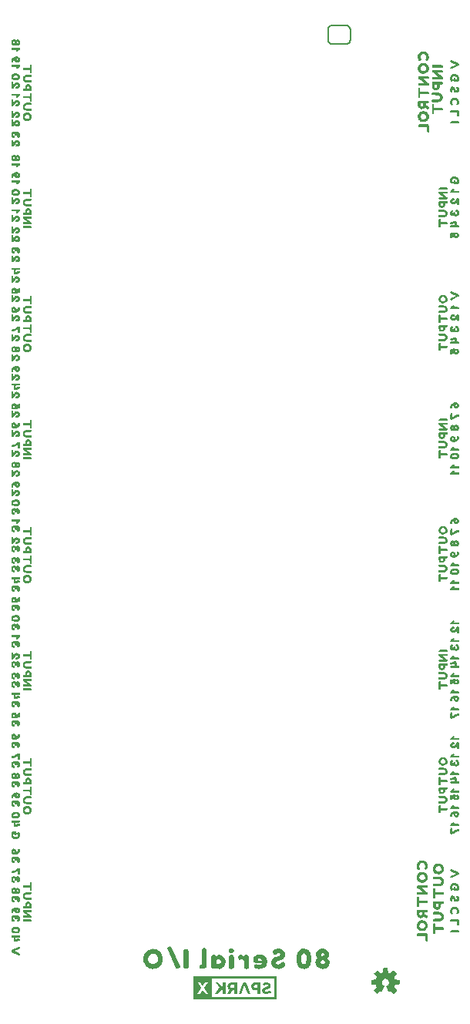
<source format=gbo>
G04 EAGLE Gerber RS-274X export*
G75*
%MOMM*%
%FSLAX34Y34*%
%LPD*%
%INSilkscreen Bottom*%
%IPPOS*%
%AMOC8*
5,1,8,0,0,1.08239X$1,22.5*%
G01*
%ADD10C,0.203200*%

G36*
X208267Y6347D02*
X208267Y6347D01*
X208274Y6353D01*
X208280Y6345D01*
X299720Y6345D01*
X299767Y6381D01*
X299762Y6389D01*
X299769Y6395D01*
X299769Y31705D01*
X299733Y31753D01*
X299726Y31747D01*
X299720Y31755D01*
X208280Y31755D01*
X208233Y31719D01*
X208238Y31711D01*
X208231Y31705D01*
X208231Y6395D01*
X208267Y6347D01*
G37*
%LPC*%
G36*
X297321Y29306D02*
X297321Y29306D01*
X297321Y8794D01*
X228757Y8794D01*
X228757Y29306D01*
X297321Y29306D01*
G37*
%LPD*%
G36*
X428420Y12846D02*
X428420Y12846D01*
X428528Y12856D01*
X428541Y12862D01*
X428555Y12864D01*
X428652Y12912D01*
X428751Y12957D01*
X428764Y12968D01*
X428773Y12972D01*
X428788Y12988D01*
X428865Y13050D01*
X431450Y15635D01*
X431513Y15724D01*
X431579Y15809D01*
X431584Y15822D01*
X431592Y15834D01*
X431623Y15937D01*
X431659Y16040D01*
X431659Y16054D01*
X431663Y16067D01*
X431659Y16175D01*
X431660Y16284D01*
X431655Y16297D01*
X431655Y16311D01*
X431617Y16413D01*
X431582Y16515D01*
X431573Y16530D01*
X431569Y16539D01*
X431555Y16556D01*
X431501Y16638D01*
X428737Y20028D01*
X429294Y21110D01*
X429300Y21130D01*
X429342Y21225D01*
X429713Y22384D01*
X434064Y22827D01*
X434168Y22855D01*
X434274Y22880D01*
X434286Y22887D01*
X434299Y22890D01*
X434389Y22951D01*
X434482Y23008D01*
X434490Y23019D01*
X434502Y23027D01*
X434568Y23113D01*
X434637Y23197D01*
X434641Y23210D01*
X434650Y23221D01*
X434684Y23324D01*
X434723Y23425D01*
X434724Y23443D01*
X434728Y23452D01*
X434728Y23474D01*
X434737Y23572D01*
X434737Y27228D01*
X434720Y27335D01*
X434706Y27443D01*
X434700Y27455D01*
X434698Y27469D01*
X434646Y27565D01*
X434599Y27662D01*
X434589Y27672D01*
X434583Y27684D01*
X434503Y27758D01*
X434427Y27835D01*
X434415Y27841D01*
X434405Y27851D01*
X434306Y27896D01*
X434209Y27944D01*
X434191Y27948D01*
X434182Y27952D01*
X434161Y27954D01*
X434064Y27973D01*
X429713Y28416D01*
X429342Y29575D01*
X429333Y29592D01*
X429331Y29600D01*
X429327Y29607D01*
X429294Y29690D01*
X428737Y30772D01*
X431501Y34162D01*
X431555Y34256D01*
X431612Y34348D01*
X431615Y34361D01*
X431622Y34373D01*
X431643Y34480D01*
X431668Y34585D01*
X431666Y34599D01*
X431669Y34613D01*
X431654Y34720D01*
X431644Y34828D01*
X431638Y34841D01*
X431636Y34855D01*
X431588Y34952D01*
X431543Y35051D01*
X431532Y35064D01*
X431528Y35073D01*
X431512Y35088D01*
X431450Y35165D01*
X428865Y37750D01*
X428776Y37813D01*
X428691Y37879D01*
X428678Y37884D01*
X428666Y37892D01*
X428563Y37923D01*
X428460Y37959D01*
X428446Y37959D01*
X428433Y37963D01*
X428325Y37959D01*
X428216Y37960D01*
X428203Y37955D01*
X428189Y37955D01*
X428087Y37917D01*
X427985Y37882D01*
X427970Y37873D01*
X427961Y37869D01*
X427944Y37855D01*
X427862Y37801D01*
X424472Y35037D01*
X423390Y35594D01*
X423370Y35600D01*
X423275Y35642D01*
X422116Y36013D01*
X421673Y40364D01*
X421645Y40468D01*
X421620Y40574D01*
X421613Y40586D01*
X421610Y40599D01*
X421549Y40689D01*
X421492Y40782D01*
X421481Y40790D01*
X421473Y40802D01*
X421387Y40868D01*
X421303Y40937D01*
X421290Y40941D01*
X421279Y40950D01*
X421176Y40984D01*
X421075Y41023D01*
X421057Y41024D01*
X421048Y41028D01*
X421026Y41028D01*
X420928Y41037D01*
X417272Y41037D01*
X417165Y41020D01*
X417057Y41006D01*
X417045Y41000D01*
X417031Y40998D01*
X416935Y40946D01*
X416838Y40899D01*
X416828Y40889D01*
X416816Y40883D01*
X416742Y40803D01*
X416665Y40727D01*
X416659Y40715D01*
X416649Y40705D01*
X416604Y40606D01*
X416556Y40509D01*
X416552Y40491D01*
X416548Y40482D01*
X416546Y40461D01*
X416527Y40364D01*
X416084Y36013D01*
X414925Y35642D01*
X414907Y35632D01*
X414810Y35594D01*
X413728Y35037D01*
X410338Y37801D01*
X410244Y37855D01*
X410152Y37912D01*
X410139Y37915D01*
X410127Y37922D01*
X410020Y37943D01*
X409915Y37968D01*
X409901Y37966D01*
X409887Y37969D01*
X409780Y37954D01*
X409672Y37944D01*
X409659Y37938D01*
X409646Y37936D01*
X409548Y37888D01*
X409449Y37843D01*
X409436Y37832D01*
X409427Y37828D01*
X409412Y37812D01*
X409335Y37750D01*
X406750Y35165D01*
X406687Y35076D01*
X406621Y34991D01*
X406616Y34978D01*
X406608Y34966D01*
X406577Y34863D01*
X406541Y34760D01*
X406541Y34746D01*
X406537Y34733D01*
X406541Y34625D01*
X406540Y34516D01*
X406545Y34503D01*
X406545Y34489D01*
X406583Y34387D01*
X406618Y34285D01*
X406627Y34270D01*
X406631Y34261D01*
X406645Y34244D01*
X406699Y34162D01*
X409463Y30772D01*
X408906Y29690D01*
X408900Y29670D01*
X408858Y29575D01*
X408487Y28416D01*
X404136Y27973D01*
X404032Y27945D01*
X403926Y27920D01*
X403914Y27913D01*
X403901Y27910D01*
X403811Y27849D01*
X403718Y27792D01*
X403710Y27781D01*
X403698Y27773D01*
X403632Y27687D01*
X403564Y27603D01*
X403559Y27590D01*
X403550Y27579D01*
X403516Y27476D01*
X403477Y27375D01*
X403476Y27357D01*
X403472Y27348D01*
X403473Y27326D01*
X403463Y27228D01*
X403463Y23572D01*
X403480Y23465D01*
X403494Y23357D01*
X403500Y23345D01*
X403502Y23331D01*
X403554Y23235D01*
X403601Y23138D01*
X403611Y23128D01*
X403617Y23116D01*
X403697Y23042D01*
X403773Y22965D01*
X403785Y22959D01*
X403796Y22949D01*
X403894Y22904D01*
X403991Y22856D01*
X404009Y22852D01*
X404018Y22848D01*
X404039Y22846D01*
X404136Y22827D01*
X408487Y22384D01*
X408858Y21225D01*
X408868Y21207D01*
X408906Y21110D01*
X409463Y20028D01*
X406699Y16638D01*
X406645Y16544D01*
X406588Y16452D01*
X406585Y16439D01*
X406578Y16427D01*
X406557Y16320D01*
X406532Y16215D01*
X406534Y16201D01*
X406531Y16187D01*
X406546Y16080D01*
X406556Y15972D01*
X406562Y15959D01*
X406564Y15946D01*
X406612Y15848D01*
X406657Y15749D01*
X406668Y15736D01*
X406672Y15727D01*
X406688Y15712D01*
X406750Y15635D01*
X409335Y13050D01*
X409424Y12987D01*
X409509Y12921D01*
X409522Y12916D01*
X409534Y12908D01*
X409637Y12877D01*
X409740Y12841D01*
X409754Y12841D01*
X409767Y12837D01*
X409875Y12841D01*
X409984Y12840D01*
X409997Y12845D01*
X410011Y12845D01*
X410113Y12883D01*
X410215Y12918D01*
X410230Y12927D01*
X410239Y12931D01*
X410256Y12945D01*
X410338Y12999D01*
X413728Y15763D01*
X414810Y15206D01*
X414863Y15189D01*
X414912Y15163D01*
X414978Y15152D01*
X415042Y15131D01*
X415098Y15132D01*
X415152Y15123D01*
X415219Y15134D01*
X415286Y15135D01*
X415338Y15153D01*
X415393Y15162D01*
X415453Y15194D01*
X415516Y15217D01*
X415559Y15251D01*
X415609Y15277D01*
X415655Y15326D01*
X415707Y15368D01*
X415738Y15415D01*
X415776Y15455D01*
X415832Y15560D01*
X415840Y15573D01*
X415841Y15578D01*
X415845Y15585D01*
X417998Y20782D01*
X418018Y20865D01*
X418023Y20878D01*
X418025Y20894D01*
X418050Y20979D01*
X418049Y21000D01*
X418054Y21020D01*
X418046Y21102D01*
X418048Y21121D01*
X418043Y21141D01*
X418039Y21222D01*
X418032Y21242D01*
X418030Y21263D01*
X417999Y21332D01*
X417992Y21359D01*
X417977Y21383D01*
X417951Y21450D01*
X417938Y21466D01*
X417929Y21485D01*
X417884Y21534D01*
X417864Y21566D01*
X417833Y21591D01*
X417795Y21637D01*
X417772Y21653D01*
X417762Y21663D01*
X417741Y21675D01*
X417676Y21720D01*
X417675Y21721D01*
X417674Y21722D01*
X416775Y22228D01*
X416088Y22872D01*
X415573Y23660D01*
X415261Y24548D01*
X415169Y25485D01*
X415302Y26417D01*
X415653Y27291D01*
X416202Y28056D01*
X416916Y28669D01*
X417756Y29094D01*
X418673Y29308D01*
X419614Y29298D01*
X420526Y29064D01*
X421356Y28621D01*
X422057Y27992D01*
X422589Y27215D01*
X422920Y26334D01*
X423033Y25399D01*
X422925Y24482D01*
X422605Y23614D01*
X422091Y22845D01*
X421412Y22218D01*
X420528Y21723D01*
X420486Y21690D01*
X420444Y21667D01*
X420413Y21634D01*
X420365Y21599D01*
X420353Y21583D01*
X420337Y21570D01*
X420302Y21515D01*
X420277Y21489D01*
X420263Y21458D01*
X420222Y21401D01*
X420216Y21382D01*
X420206Y21365D01*
X420187Y21290D01*
X420177Y21267D01*
X420174Y21243D01*
X420151Y21168D01*
X420152Y21148D01*
X420147Y21128D01*
X420154Y21043D01*
X420153Y21024D01*
X420156Y21007D01*
X420159Y20924D01*
X420167Y20899D01*
X420168Y20885D01*
X420178Y20863D01*
X420202Y20782D01*
X420511Y20037D01*
X421442Y17789D01*
X421752Y17040D01*
X422355Y15585D01*
X422384Y15538D01*
X422405Y15486D01*
X422448Y15435D01*
X422484Y15378D01*
X422527Y15343D01*
X422563Y15300D01*
X422620Y15266D01*
X422672Y15223D01*
X422724Y15204D01*
X422772Y15175D01*
X422838Y15161D01*
X422901Y15137D01*
X422956Y15135D01*
X423010Y15124D01*
X423077Y15131D01*
X423144Y15129D01*
X423198Y15145D01*
X423253Y15152D01*
X423364Y15196D01*
X423378Y15200D01*
X423382Y15203D01*
X423390Y15206D01*
X424472Y15763D01*
X427862Y12999D01*
X427956Y12945D01*
X428048Y12888D01*
X428061Y12885D01*
X428073Y12878D01*
X428180Y12857D01*
X428285Y12832D01*
X428299Y12834D01*
X428313Y12831D01*
X428420Y12846D01*
G37*
G36*
X164803Y40151D02*
X164803Y40151D01*
X164805Y40153D01*
X164807Y40151D01*
X166307Y40351D01*
X166312Y40357D01*
X166317Y40354D01*
X167717Y40854D01*
X167720Y40858D01*
X167723Y40857D01*
X169023Y41557D01*
X169024Y41559D01*
X169026Y41558D01*
X170326Y42358D01*
X170329Y42366D01*
X170335Y42365D01*
X171435Y43465D01*
X171435Y43469D01*
X171438Y43468D01*
X172438Y44668D01*
X172438Y44674D01*
X172442Y44674D01*
X173242Y45974D01*
X173241Y45980D01*
X173245Y45981D01*
X173845Y47381D01*
X173844Y47385D01*
X173847Y47386D01*
X173886Y47523D01*
X173887Y47523D01*
X173886Y47523D01*
X173929Y47671D01*
X173943Y47720D01*
X173985Y47868D01*
X174027Y48016D01*
X174041Y48065D01*
X174083Y48213D01*
X174084Y48213D01*
X174083Y48213D01*
X174126Y48361D01*
X174140Y48410D01*
X174182Y48558D01*
X174224Y48705D01*
X174238Y48755D01*
X174247Y48786D01*
X174245Y48792D01*
X174249Y48794D01*
X174449Y50294D01*
X174445Y50300D01*
X174449Y50303D01*
X174349Y51903D01*
X174347Y51905D01*
X174349Y51907D01*
X174149Y53407D01*
X174147Y53408D01*
X174148Y53410D01*
X173848Y54910D01*
X173843Y54915D01*
X173845Y54919D01*
X173245Y56319D01*
X173241Y56322D01*
X173242Y56326D01*
X172442Y57626D01*
X172439Y57627D01*
X172439Y57630D01*
X171539Y58830D01*
X171533Y58831D01*
X171533Y58836D01*
X170433Y59836D01*
X170428Y59837D01*
X170428Y59841D01*
X169128Y60741D01*
X169122Y60740D01*
X169121Y60745D01*
X167821Y61345D01*
X167817Y61344D01*
X167816Y61347D01*
X166316Y61847D01*
X166309Y61844D01*
X166307Y61849D01*
X164807Y62049D01*
X164806Y62048D01*
X164805Y62049D01*
X163905Y62149D01*
X163900Y62146D01*
X163897Y62149D01*
X162297Y62049D01*
X162293Y62046D01*
X162290Y62048D01*
X160890Y61748D01*
X160885Y61743D01*
X160881Y61745D01*
X159481Y61145D01*
X159479Y61142D01*
X159477Y61143D01*
X158177Y60443D01*
X158175Y60440D01*
X158172Y60441D01*
X156872Y59541D01*
X156869Y59533D01*
X156864Y59533D01*
X155764Y58333D01*
X155763Y58330D01*
X155761Y58330D01*
X154861Y57130D01*
X154861Y57124D01*
X154857Y57123D01*
X154157Y55823D01*
X154157Y55821D01*
X154155Y55821D01*
X153555Y54521D01*
X153557Y54512D01*
X153552Y54510D01*
X153252Y53010D01*
X153254Y53005D01*
X153251Y53003D01*
X153151Y51403D01*
X153153Y51399D01*
X153151Y51397D01*
X153251Y49797D01*
X153253Y49795D01*
X153251Y49794D01*
X153451Y48294D01*
X153457Y48288D01*
X153454Y48283D01*
X153954Y46883D01*
X153956Y46882D01*
X153955Y46879D01*
X154555Y45579D01*
X154561Y45576D01*
X154560Y45572D01*
X155460Y44272D01*
X155463Y44271D01*
X155462Y44268D01*
X156462Y43068D01*
X156469Y43067D01*
X156468Y43062D01*
X157668Y42062D01*
X157673Y42062D01*
X157673Y42059D01*
X158873Y41259D01*
X158879Y41259D01*
X158881Y41255D01*
X160281Y40655D01*
X160285Y40656D01*
X160286Y40653D01*
X161686Y40253D01*
X161692Y40255D01*
X161694Y40251D01*
X163194Y40051D01*
X163200Y40055D01*
X163203Y40051D01*
X164803Y40151D01*
G37*
G36*
X329803Y40055D02*
X329803Y40055D01*
X329806Y40051D01*
X331406Y40251D01*
X331412Y40257D01*
X331417Y40254D01*
X332817Y40754D01*
X332819Y40757D01*
X332822Y40756D01*
X334222Y41456D01*
X334226Y41465D01*
X334233Y41464D01*
X335333Y42464D01*
X335335Y42472D01*
X335341Y42473D01*
X336141Y43673D01*
X336141Y43677D01*
X336144Y43678D01*
X336844Y45078D01*
X336843Y45085D01*
X336847Y45086D01*
X336868Y45159D01*
X336882Y45209D01*
X336924Y45356D01*
X336925Y45356D01*
X336924Y45356D01*
X336967Y45504D01*
X336981Y45553D01*
X337023Y45701D01*
X337065Y45849D01*
X337079Y45898D01*
X337121Y46046D01*
X337122Y46046D01*
X337121Y46046D01*
X337164Y46194D01*
X337178Y46243D01*
X337220Y46391D01*
X337247Y46486D01*
X337247Y46488D01*
X337248Y46489D01*
X337247Y46490D01*
X337248Y46490D01*
X337548Y47990D01*
X337547Y47993D01*
X337549Y47994D01*
X337749Y49494D01*
X337746Y49498D01*
X337749Y49500D01*
X337749Y52800D01*
X337746Y52804D01*
X337749Y52806D01*
X337549Y54406D01*
X337547Y54408D01*
X337548Y54410D01*
X337248Y55810D01*
X337245Y55813D01*
X337247Y55816D01*
X336747Y57316D01*
X336744Y57317D01*
X336745Y57319D01*
X336145Y58719D01*
X336139Y58723D01*
X336141Y58727D01*
X335341Y59927D01*
X335339Y59928D01*
X335339Y59930D01*
X334739Y60730D01*
X334725Y60734D01*
X334723Y60743D01*
X333423Y61443D01*
X333420Y61443D01*
X333419Y61445D01*
X332019Y62045D01*
X332012Y62043D01*
X332010Y62048D01*
X330510Y62348D01*
X330505Y62346D01*
X330503Y62349D01*
X328903Y62449D01*
X328896Y62444D01*
X328891Y62448D01*
X327291Y62148D01*
X327285Y62142D01*
X327279Y62145D01*
X325979Y61545D01*
X325976Y61539D01*
X325972Y61541D01*
X324672Y60641D01*
X324669Y60633D01*
X324664Y60633D01*
X323664Y59533D01*
X323663Y59528D01*
X323659Y59527D01*
X322859Y58327D01*
X322860Y58320D01*
X322854Y58318D01*
X322254Y56818D01*
X322255Y56814D01*
X322252Y56813D01*
X321852Y55313D01*
X321853Y55310D01*
X321852Y55310D01*
X321552Y53810D01*
X321554Y53806D01*
X321552Y53805D01*
X321552Y53804D01*
X321551Y53803D01*
X321451Y52303D01*
X321351Y50703D01*
X321354Y50698D01*
X321351Y50695D01*
X321551Y48895D01*
X321551Y48894D01*
X321751Y47294D01*
X321755Y47290D01*
X321753Y47286D01*
X322153Y45886D01*
X322155Y45884D01*
X322154Y45882D01*
X322654Y44582D01*
X322659Y44579D01*
X322657Y44575D01*
X323357Y43375D01*
X323363Y43373D01*
X323362Y43369D01*
X324262Y42269D01*
X324267Y42268D01*
X324267Y42264D01*
X325367Y41264D01*
X325377Y41263D01*
X325378Y41256D01*
X326778Y40556D01*
X326785Y40557D01*
X326786Y40553D01*
X328186Y40153D01*
X328194Y40156D01*
X328197Y40151D01*
X329797Y40051D01*
X329803Y40055D01*
G37*
G36*
X350503Y40055D02*
X350503Y40055D01*
X350507Y40051D01*
X352007Y40251D01*
X352012Y40257D01*
X352017Y40254D01*
X353417Y40754D01*
X353420Y40758D01*
X353423Y40757D01*
X354723Y41457D01*
X354726Y41463D01*
X354732Y41462D01*
X355932Y42462D01*
X355933Y42469D01*
X355938Y42468D01*
X356938Y43668D01*
X356938Y43678D01*
X356945Y43679D01*
X357545Y44979D01*
X357543Y44988D01*
X357548Y44990D01*
X357848Y46490D01*
X357845Y46497D01*
X357849Y46500D01*
X357849Y48100D01*
X357844Y48108D01*
X357848Y48113D01*
X357448Y49613D01*
X357439Y49620D01*
X357441Y49627D01*
X356541Y51027D01*
X356532Y51030D01*
X356533Y51037D01*
X355533Y51937D01*
X355504Y51939D01*
X355532Y51962D01*
X355533Y51968D01*
X355537Y51967D01*
X356337Y52867D01*
X356338Y52878D01*
X356345Y52879D01*
X357045Y54379D01*
X357043Y54388D01*
X357048Y54390D01*
X357348Y55890D01*
X357346Y55896D01*
X357344Y55898D01*
X357343Y55901D01*
X357349Y55906D01*
X357149Y57506D01*
X357142Y57513D01*
X357145Y57519D01*
X356545Y58919D01*
X356539Y58923D01*
X356541Y58927D01*
X355741Y60127D01*
X355731Y60131D01*
X355732Y60138D01*
X354532Y61138D01*
X354526Y61138D01*
X354526Y61142D01*
X353226Y61942D01*
X353218Y61941D01*
X353217Y61946D01*
X351817Y62446D01*
X351807Y62443D01*
X351803Y62449D01*
X350203Y62549D01*
X350199Y62547D01*
X350197Y62549D01*
X348697Y62449D01*
X348691Y62444D01*
X348687Y62448D01*
X347187Y62048D01*
X347182Y62041D01*
X347177Y62043D01*
X345877Y61343D01*
X345874Y61337D01*
X345868Y61338D01*
X344668Y60338D01*
X344667Y60330D01*
X344661Y60330D01*
X343761Y59130D01*
X343761Y59124D01*
X343760Y59124D01*
X343761Y59124D01*
X343761Y59121D01*
X343755Y59119D01*
X343155Y57719D01*
X343157Y57712D01*
X343152Y57710D01*
X342852Y56210D01*
X342857Y56199D01*
X342851Y56194D01*
X343051Y54694D01*
X343059Y54686D01*
X343055Y54679D01*
X343755Y53179D01*
X343763Y53175D01*
X343762Y53169D01*
X344634Y52103D01*
X343765Y51235D01*
X343764Y51226D01*
X343758Y51225D01*
X342858Y49725D01*
X342858Y49720D01*
X342855Y49717D01*
X342854Y49717D01*
X342354Y48317D01*
X342356Y48309D01*
X342351Y48305D01*
X342251Y47405D01*
X342256Y47398D01*
X342251Y47394D01*
X342451Y45894D01*
X342455Y45890D01*
X342453Y45886D01*
X342853Y44486D01*
X342861Y44481D01*
X342858Y44474D01*
X343658Y43174D01*
X343666Y43171D01*
X343665Y43165D01*
X344765Y42065D01*
X344772Y42064D01*
X344772Y42060D01*
X346072Y41160D01*
X346079Y41160D01*
X346081Y41155D01*
X347481Y40555D01*
X347485Y40556D01*
X347486Y40553D01*
X348886Y40153D01*
X348894Y40156D01*
X348897Y40151D01*
X350497Y40051D01*
X350503Y40055D01*
G37*
G36*
X302003Y40055D02*
X302003Y40055D01*
X302007Y40051D01*
X303507Y40251D01*
X303510Y40255D01*
X303513Y40252D01*
X305013Y40652D01*
X305019Y40661D01*
X305026Y40658D01*
X306326Y41458D01*
X306327Y41462D01*
X306330Y41461D01*
X307630Y42461D01*
X307632Y42467D01*
X307637Y42467D01*
X308537Y43467D01*
X308537Y43477D01*
X308544Y43478D01*
X309244Y44878D01*
X309240Y44900D01*
X309248Y44909D01*
X309048Y46009D01*
X309034Y46022D01*
X309036Y46033D01*
X307836Y47333D01*
X307820Y47336D01*
X307817Y47346D01*
X306417Y47846D01*
X306393Y47839D01*
X306381Y47845D01*
X305181Y47345D01*
X305175Y47335D01*
X305167Y47336D01*
X303869Y46139D01*
X302582Y45247D01*
X301007Y45051D01*
X299633Y45639D01*
X298953Y46708D01*
X298989Y46834D01*
X298990Y46834D01*
X298989Y46834D01*
X299032Y46982D01*
X299046Y47031D01*
X299088Y47179D01*
X299130Y47326D01*
X299144Y47376D01*
X299186Y47523D01*
X299187Y47523D01*
X299186Y47523D01*
X299229Y47671D01*
X299243Y47720D01*
X299285Y47868D01*
X299327Y48016D01*
X299341Y48065D01*
X299342Y48066D01*
X300617Y48753D01*
X302110Y49052D01*
X302111Y49054D01*
X302113Y49052D01*
X303613Y49452D01*
X303615Y49455D01*
X303617Y49454D01*
X305017Y49954D01*
X305019Y49957D01*
X305022Y49956D01*
X306422Y50656D01*
X306426Y50663D01*
X306431Y50662D01*
X307531Y51562D01*
X307534Y51573D01*
X307542Y51574D01*
X308342Y52874D01*
X308341Y52882D01*
X308346Y52883D01*
X308846Y54283D01*
X308843Y54293D01*
X308849Y54297D01*
X308949Y55897D01*
X308947Y55901D01*
X308949Y55903D01*
X308849Y57403D01*
X308841Y57412D01*
X308845Y57419D01*
X308245Y58819D01*
X308238Y58824D01*
X308239Y58830D01*
X307339Y60030D01*
X307333Y60031D01*
X307333Y60036D01*
X306233Y61036D01*
X306225Y61037D01*
X306225Y61043D01*
X305025Y61743D01*
X305015Y61741D01*
X305013Y61748D01*
X303513Y62148D01*
X303506Y62145D01*
X303503Y62149D01*
X301903Y62249D01*
X301899Y62247D01*
X301897Y62249D01*
X300297Y62149D01*
X300295Y62147D01*
X300294Y62149D01*
X298794Y61949D01*
X298788Y61943D01*
X298783Y61946D01*
X297183Y61346D01*
X297177Y61337D01*
X297169Y61338D01*
X296169Y60538D01*
X296168Y60534D01*
X296165Y60535D01*
X294965Y59335D01*
X294964Y59324D01*
X294960Y59321D01*
X294963Y59317D01*
X294961Y59305D01*
X294951Y59296D01*
X295051Y58196D01*
X295063Y58183D01*
X295059Y58173D01*
X296059Y56673D01*
X296072Y56668D01*
X296073Y56659D01*
X297273Y55859D01*
X297289Y55860D01*
X297299Y55860D01*
X297308Y55851D01*
X298608Y56051D01*
X298618Y56063D01*
X298628Y56060D01*
X299923Y56956D01*
X301304Y57449D01*
X302774Y57155D01*
X303647Y56186D01*
X303356Y54831D01*
X302081Y54046D01*
X299089Y53348D01*
X299087Y53345D01*
X299084Y53347D01*
X297584Y52847D01*
X297582Y52843D01*
X297579Y52845D01*
X296279Y52245D01*
X296276Y52238D01*
X296270Y52239D01*
X295070Y51339D01*
X295067Y51328D01*
X295059Y51327D01*
X294259Y50127D01*
X294260Y50118D01*
X294254Y50117D01*
X293754Y48717D01*
X293757Y48707D01*
X293751Y48703D01*
X293651Y47003D01*
X293655Y46997D01*
X293651Y46994D01*
X293851Y45494D01*
X293855Y45490D01*
X293853Y45486D01*
X294253Y44086D01*
X294262Y44079D01*
X294260Y44072D01*
X295160Y42772D01*
X295166Y42770D01*
X295165Y42765D01*
X296165Y41765D01*
X296175Y41764D01*
X296176Y41757D01*
X297576Y40957D01*
X297582Y40958D01*
X297583Y40954D01*
X298983Y40454D01*
X298988Y40455D01*
X298990Y40452D01*
X300390Y40152D01*
X300395Y40154D01*
X300397Y40151D01*
X301997Y40051D01*
X302003Y40055D01*
G37*
G36*
X237005Y40056D02*
X237005Y40056D01*
X237010Y40052D01*
X238410Y40352D01*
X238417Y40360D01*
X238423Y40357D01*
X239723Y41057D01*
X239727Y41064D01*
X239732Y41062D01*
X241032Y42162D01*
X241033Y42169D01*
X241038Y42168D01*
X242038Y43368D01*
X242038Y43375D01*
X242043Y43376D01*
X242843Y44776D01*
X242842Y44784D01*
X242847Y44786D01*
X242869Y44864D01*
X242870Y44864D01*
X242869Y44864D01*
X242912Y45012D01*
X242926Y45061D01*
X242968Y45209D01*
X243010Y45356D01*
X243024Y45406D01*
X243066Y45553D01*
X243067Y45553D01*
X243066Y45553D01*
X243109Y45701D01*
X243123Y45750D01*
X243165Y45898D01*
X243207Y46046D01*
X243221Y46095D01*
X243247Y46186D01*
X243245Y46191D01*
X243246Y46192D01*
X243249Y46194D01*
X243449Y47694D01*
X243445Y47700D01*
X243449Y47703D01*
X243349Y49203D01*
X243344Y49209D01*
X243347Y49214D01*
X242947Y50614D01*
X242944Y50616D01*
X242945Y50619D01*
X242345Y52019D01*
X242336Y52025D01*
X242338Y52032D01*
X241338Y53232D01*
X241333Y53233D01*
X241333Y53236D01*
X240133Y54336D01*
X240126Y54337D01*
X240126Y54342D01*
X238826Y55142D01*
X238816Y55141D01*
X238814Y55147D01*
X237414Y55547D01*
X237404Y55544D01*
X237400Y55549D01*
X235900Y55549D01*
X235891Y55542D01*
X235884Y55547D01*
X234384Y55047D01*
X234378Y55037D01*
X234370Y55039D01*
X233170Y54139D01*
X233166Y54124D01*
X233156Y54122D01*
X233056Y53922D01*
X233059Y53905D01*
X233057Y53903D01*
X233060Y53900D01*
X233062Y53891D01*
X233061Y53889D01*
X233044Y53921D01*
X232545Y55020D01*
X232520Y55034D01*
X232516Y55047D01*
X231016Y55547D01*
X231003Y55542D01*
X230997Y55549D01*
X229297Y55449D01*
X229282Y55436D01*
X229271Y55440D01*
X228171Y54640D01*
X228164Y54616D01*
X228152Y54610D01*
X227852Y53210D01*
X227855Y53203D01*
X227851Y53200D01*
X227851Y42400D01*
X227854Y42396D01*
X227851Y42393D01*
X228051Y40993D01*
X228071Y40974D01*
X228071Y40960D01*
X229171Y40160D01*
X229193Y40161D01*
X229200Y40151D01*
X231100Y40151D01*
X231109Y40158D01*
X231116Y40153D01*
X232316Y40553D01*
X232329Y40573D01*
X232342Y40574D01*
X233010Y41624D01*
X233967Y40763D01*
X233979Y40762D01*
X233981Y40755D01*
X235381Y40155D01*
X235392Y40158D01*
X235397Y40151D01*
X236997Y40051D01*
X237005Y40056D01*
G37*
G36*
X282203Y40151D02*
X282203Y40151D01*
X282207Y40154D01*
X282210Y40152D01*
X283710Y40452D01*
X283713Y40456D01*
X283717Y40454D01*
X285117Y40954D01*
X285121Y40960D01*
X285126Y40958D01*
X286426Y41758D01*
X286429Y41768D01*
X286436Y41767D01*
X287436Y42867D01*
X287437Y42874D01*
X287442Y42874D01*
X288242Y44174D01*
X288241Y44180D01*
X288245Y44181D01*
X288845Y45581D01*
X288843Y45588D01*
X288848Y45590D01*
X289148Y47090D01*
X289145Y47097D01*
X289149Y47100D01*
X289149Y48700D01*
X289146Y48704D01*
X289149Y48706D01*
X288949Y50306D01*
X288943Y50312D01*
X288946Y50317D01*
X288446Y51717D01*
X288439Y51721D01*
X288441Y51727D01*
X287641Y52927D01*
X287636Y52929D01*
X287636Y52933D01*
X286636Y54033D01*
X286630Y54034D01*
X286630Y54039D01*
X285430Y54939D01*
X285424Y54939D01*
X285423Y54943D01*
X284123Y55643D01*
X284116Y55642D01*
X284114Y55647D01*
X282714Y56047D01*
X282706Y56044D01*
X282703Y56049D01*
X281003Y56149D01*
X280999Y56147D01*
X280997Y56149D01*
X279397Y56049D01*
X279393Y56046D01*
X279390Y56048D01*
X277890Y55748D01*
X277883Y55740D01*
X277877Y55743D01*
X276577Y55043D01*
X276574Y55037D01*
X276569Y55038D01*
X275469Y54138D01*
X275466Y54128D01*
X275460Y54128D01*
X274560Y52828D01*
X274560Y52822D01*
X274557Y52820D01*
X274555Y52819D01*
X273955Y51419D01*
X273958Y51408D01*
X273951Y51403D01*
X273851Y49903D01*
X273852Y49901D01*
X273851Y49900D01*
X273851Y48200D01*
X273867Y48179D01*
X273865Y48165D01*
X274965Y47065D01*
X274980Y47063D01*
X274983Y47054D01*
X276383Y46554D01*
X276393Y46557D01*
X276397Y46551D01*
X277897Y46451D01*
X277899Y46452D01*
X277900Y46451D01*
X282493Y46451D01*
X283510Y46174D01*
X282572Y45143D01*
X281092Y44649D01*
X279505Y44649D01*
X278112Y44948D01*
X276714Y45347D01*
X276690Y45338D01*
X276678Y45344D01*
X275478Y44744D01*
X275469Y44725D01*
X275457Y44723D01*
X274657Y43223D01*
X274657Y43219D01*
X274654Y43216D01*
X274659Y43210D01*
X274660Y43204D01*
X274651Y43196D01*
X274751Y42096D01*
X274764Y42081D01*
X274761Y42070D01*
X275361Y41270D01*
X275375Y41266D01*
X275376Y41257D01*
X276476Y40657D01*
X276486Y40658D01*
X276489Y40652D01*
X278189Y40252D01*
X278194Y40254D01*
X278196Y40251D01*
X280396Y40051D01*
X280400Y40054D01*
X280403Y40051D01*
X282203Y40151D01*
G37*
G36*
X191211Y40161D02*
X191211Y40161D01*
X191221Y40155D01*
X192921Y40955D01*
X192928Y40970D01*
X192938Y40969D01*
X193738Y41969D01*
X193739Y41997D01*
X193749Y42007D01*
X193549Y43407D01*
X193541Y43415D01*
X193544Y43422D01*
X192844Y44822D01*
X184344Y62621D01*
X184342Y62623D01*
X184343Y62624D01*
X183543Y64024D01*
X183527Y64031D01*
X183526Y64042D01*
X182426Y64742D01*
X182397Y64739D01*
X182386Y64747D01*
X180986Y64347D01*
X180980Y64339D01*
X180973Y64341D01*
X179473Y63341D01*
X179466Y63322D01*
X179452Y63312D01*
X179454Y63310D01*
X179452Y63309D01*
X179252Y62209D01*
X179260Y62192D01*
X179254Y62182D01*
X179854Y60682D01*
X179856Y60681D01*
X179856Y60679D01*
X188956Y41479D01*
X188962Y41476D01*
X188961Y41470D01*
X189861Y40270D01*
X189889Y40262D01*
X189896Y40251D01*
X191196Y40151D01*
X191211Y40161D01*
G37*
G36*
X218004Y40154D02*
X218004Y40154D01*
X218007Y40151D01*
X220007Y40451D01*
X220014Y40458D01*
X220019Y40455D01*
X221419Y41055D01*
X221428Y41070D01*
X221438Y41069D01*
X222238Y42069D01*
X222239Y42081D01*
X222246Y42083D01*
X222646Y43183D01*
X222645Y43188D01*
X222648Y43191D01*
X222647Y43193D01*
X222649Y43194D01*
X222849Y44794D01*
X222847Y44798D01*
X222849Y44800D01*
X222849Y60300D01*
X222848Y60302D01*
X222849Y60303D01*
X222749Y61803D01*
X222734Y61820D01*
X222737Y61833D01*
X221937Y62733D01*
X221912Y62738D01*
X221905Y62749D01*
X220105Y62949D01*
X220095Y62943D01*
X220088Y62948D01*
X218488Y62548D01*
X218472Y62528D01*
X218458Y62526D01*
X217758Y61426D01*
X217760Y61407D01*
X217751Y61400D01*
X217751Y46017D01*
X217072Y45145D01*
X215590Y44848D01*
X215570Y44826D01*
X215557Y44824D01*
X214957Y43724D01*
X214958Y43714D01*
X214953Y43710D01*
X214957Y43705D01*
X214951Y43700D01*
X214951Y41700D01*
X214959Y41689D01*
X214955Y41681D01*
X215455Y40481D01*
X215480Y40466D01*
X215484Y40453D01*
X216384Y40153D01*
X216395Y40157D01*
X216400Y40151D01*
X218000Y40151D01*
X218004Y40154D01*
G37*
G36*
X461516Y970856D02*
X461516Y970856D01*
X461521Y970852D01*
X462421Y971052D01*
X462421Y971053D01*
X462422Y971052D01*
X463222Y971252D01*
X463228Y971260D01*
X463234Y971257D01*
X464634Y972057D01*
X464637Y972064D01*
X464642Y972063D01*
X465342Y972663D01*
X465344Y972671D01*
X465350Y972671D01*
X466350Y974071D01*
X466350Y974079D01*
X466355Y974081D01*
X466655Y974781D01*
X466654Y974786D01*
X466658Y974788D01*
X466858Y975588D01*
X466856Y975593D01*
X466859Y975595D01*
X466959Y976495D01*
X466957Y976498D01*
X466959Y976500D01*
X466959Y977300D01*
X466957Y977303D01*
X466959Y977305D01*
X466859Y978205D01*
X466852Y978213D01*
X466855Y978219D01*
X466555Y978919D01*
X466553Y978921D01*
X466554Y978922D01*
X466154Y979722D01*
X466149Y979725D01*
X466150Y979729D01*
X465650Y980429D01*
X465644Y980430D01*
X465645Y980435D01*
X464445Y981635D01*
X464435Y981636D01*
X464434Y981643D01*
X463734Y982043D01*
X463675Y982035D01*
X463676Y982027D01*
X463668Y982026D01*
X463650Y981997D01*
X463646Y982034D01*
X463633Y982033D01*
X463629Y982045D01*
X462929Y982345D01*
X462924Y982344D01*
X462922Y982348D01*
X462122Y982548D01*
X462118Y982546D01*
X462116Y982549D01*
X461316Y982649D01*
X461312Y982647D01*
X461310Y982649D01*
X460410Y982649D01*
X460407Y982647D01*
X460405Y982649D01*
X459505Y982549D01*
X459501Y982545D01*
X459498Y982548D01*
X458698Y982348D01*
X458695Y982344D01*
X458693Y982346D01*
X457893Y982046D01*
X457890Y982041D01*
X457886Y982043D01*
X457186Y981643D01*
X457182Y981634D01*
X457175Y981635D01*
X455975Y980435D01*
X455974Y980429D01*
X455970Y980429D01*
X455470Y979729D01*
X455470Y979725D01*
X455467Y979724D01*
X455067Y979024D01*
X455069Y979015D01*
X455062Y979012D01*
X454862Y978212D01*
X454864Y978207D01*
X454861Y978205D01*
X454761Y977308D01*
X454662Y976810D01*
X454667Y976799D01*
X454661Y976794D01*
X454761Y975994D01*
X454764Y975991D01*
X454762Y975989D01*
X454962Y975089D01*
X454967Y975085D01*
X454965Y975081D01*
X455265Y974381D01*
X455267Y974379D01*
X455266Y974378D01*
X455666Y973578D01*
X455674Y973574D01*
X455672Y973568D01*
X456172Y972968D01*
X456173Y972968D01*
X456773Y972268D01*
X456781Y972266D01*
X456781Y972260D01*
X457481Y971760D01*
X457485Y971760D01*
X457486Y971757D01*
X458186Y971357D01*
X458191Y971358D01*
X458193Y971354D01*
X458993Y971054D01*
X458997Y971055D01*
X458998Y971052D01*
X459798Y970852D01*
X459806Y970856D01*
X459810Y970851D01*
X461510Y970851D01*
X461516Y970856D01*
G37*
G36*
X460246Y81856D02*
X460246Y81856D01*
X460251Y81852D01*
X461151Y82052D01*
X461151Y82053D01*
X461152Y82052D01*
X461952Y82252D01*
X461958Y82260D01*
X461964Y82257D01*
X463364Y83057D01*
X463367Y83064D01*
X463372Y83063D01*
X464072Y83663D01*
X464074Y83671D01*
X464080Y83671D01*
X465080Y85071D01*
X465080Y85079D01*
X465085Y85081D01*
X465385Y85781D01*
X465384Y85786D01*
X465388Y85788D01*
X465588Y86588D01*
X465586Y86593D01*
X465589Y86595D01*
X465689Y87495D01*
X465687Y87498D01*
X465689Y87500D01*
X465689Y88300D01*
X465687Y88303D01*
X465689Y88305D01*
X465589Y89205D01*
X465582Y89213D01*
X465585Y89219D01*
X465285Y89919D01*
X465283Y89921D01*
X465284Y89922D01*
X464884Y90722D01*
X464879Y90725D01*
X464880Y90729D01*
X464380Y91429D01*
X464374Y91430D01*
X464375Y91435D01*
X463175Y92635D01*
X463165Y92636D01*
X463164Y92643D01*
X462464Y93043D01*
X462405Y93035D01*
X462406Y93027D01*
X462398Y93026D01*
X462380Y92997D01*
X462376Y93034D01*
X462363Y93033D01*
X462359Y93045D01*
X461659Y93345D01*
X461654Y93344D01*
X461652Y93348D01*
X460852Y93548D01*
X460848Y93546D01*
X460846Y93549D01*
X460046Y93649D01*
X460042Y93647D01*
X460040Y93649D01*
X459140Y93649D01*
X459137Y93647D01*
X459135Y93649D01*
X458235Y93549D01*
X458231Y93545D01*
X458228Y93548D01*
X457428Y93348D01*
X457425Y93344D01*
X457423Y93346D01*
X456623Y93046D01*
X456620Y93041D01*
X456616Y93043D01*
X455916Y92643D01*
X455912Y92634D01*
X455905Y92635D01*
X454705Y91435D01*
X454704Y91429D01*
X454700Y91429D01*
X454200Y90729D01*
X454200Y90725D01*
X454197Y90724D01*
X453797Y90024D01*
X453799Y90015D01*
X453792Y90012D01*
X453592Y89212D01*
X453594Y89207D01*
X453591Y89205D01*
X453491Y88308D01*
X453392Y87810D01*
X453397Y87799D01*
X453391Y87794D01*
X453491Y86994D01*
X453494Y86991D01*
X453492Y86989D01*
X453692Y86089D01*
X453697Y86085D01*
X453695Y86081D01*
X453995Y85381D01*
X453997Y85379D01*
X453996Y85378D01*
X454396Y84578D01*
X454404Y84574D01*
X454402Y84568D01*
X454902Y83968D01*
X454903Y83968D01*
X455503Y83268D01*
X455511Y83266D01*
X455511Y83260D01*
X456211Y82760D01*
X456215Y82760D01*
X456216Y82757D01*
X456916Y82357D01*
X456921Y82358D01*
X456923Y82354D01*
X457723Y82054D01*
X457727Y82055D01*
X457728Y82052D01*
X458528Y81852D01*
X458536Y81856D01*
X458540Y81851D01*
X460240Y81851D01*
X460246Y81856D01*
G37*
G36*
X461516Y1023856D02*
X461516Y1023856D01*
X461521Y1023852D01*
X462421Y1024052D01*
X462421Y1024053D01*
X462422Y1024052D01*
X463222Y1024252D01*
X463228Y1024260D01*
X463234Y1024257D01*
X464634Y1025057D01*
X464637Y1025064D01*
X464642Y1025063D01*
X465342Y1025663D01*
X465344Y1025671D01*
X465350Y1025671D01*
X466350Y1027071D01*
X466350Y1027079D01*
X466355Y1027081D01*
X466655Y1027781D01*
X466654Y1027786D01*
X466658Y1027788D01*
X466858Y1028588D01*
X466856Y1028593D01*
X466859Y1028595D01*
X466959Y1029495D01*
X466957Y1029498D01*
X466959Y1029500D01*
X466959Y1030300D01*
X466957Y1030303D01*
X466959Y1030305D01*
X466859Y1031205D01*
X466852Y1031213D01*
X466855Y1031219D01*
X466555Y1031919D01*
X466553Y1031921D01*
X466554Y1031922D01*
X466154Y1032722D01*
X466149Y1032725D01*
X466150Y1032729D01*
X465650Y1033429D01*
X465644Y1033430D01*
X465645Y1033435D01*
X464445Y1034635D01*
X464435Y1034636D01*
X464434Y1034643D01*
X463734Y1035043D01*
X463675Y1035035D01*
X463676Y1035027D01*
X463668Y1035026D01*
X463650Y1034997D01*
X463646Y1035034D01*
X463633Y1035033D01*
X463629Y1035045D01*
X462929Y1035345D01*
X462924Y1035344D01*
X462922Y1035348D01*
X462122Y1035548D01*
X462118Y1035546D01*
X462116Y1035549D01*
X461316Y1035649D01*
X461312Y1035647D01*
X461310Y1035649D01*
X460410Y1035649D01*
X460407Y1035647D01*
X460405Y1035649D01*
X459505Y1035549D01*
X459501Y1035545D01*
X459498Y1035548D01*
X458698Y1035348D01*
X458695Y1035344D01*
X458693Y1035346D01*
X457893Y1035046D01*
X457890Y1035041D01*
X457886Y1035043D01*
X457186Y1034643D01*
X457182Y1034634D01*
X457175Y1034635D01*
X455975Y1033435D01*
X455974Y1033429D01*
X455970Y1033429D01*
X455470Y1032729D01*
X455470Y1032725D01*
X455467Y1032724D01*
X455067Y1032024D01*
X455069Y1032015D01*
X455062Y1032012D01*
X454862Y1031212D01*
X454864Y1031207D01*
X454861Y1031205D01*
X454761Y1030308D01*
X454662Y1029810D01*
X454667Y1029799D01*
X454661Y1029794D01*
X454761Y1028994D01*
X454764Y1028991D01*
X454762Y1028989D01*
X454962Y1028089D01*
X454967Y1028085D01*
X454965Y1028081D01*
X455265Y1027381D01*
X455267Y1027379D01*
X455266Y1027378D01*
X455666Y1026578D01*
X455674Y1026574D01*
X455672Y1026568D01*
X456172Y1025968D01*
X456173Y1025968D01*
X456773Y1025268D01*
X456781Y1025266D01*
X456781Y1025260D01*
X457481Y1024760D01*
X457485Y1024760D01*
X457486Y1024757D01*
X458186Y1024357D01*
X458191Y1024358D01*
X458193Y1024354D01*
X458993Y1024054D01*
X458997Y1024055D01*
X458998Y1024052D01*
X459798Y1023852D01*
X459806Y1023856D01*
X459810Y1023851D01*
X461510Y1023851D01*
X461516Y1023856D01*
G37*
G36*
X460246Y134856D02*
X460246Y134856D01*
X460251Y134852D01*
X461151Y135052D01*
X461151Y135053D01*
X461152Y135052D01*
X461952Y135252D01*
X461958Y135260D01*
X461964Y135257D01*
X463364Y136057D01*
X463367Y136064D01*
X463372Y136063D01*
X464072Y136663D01*
X464074Y136671D01*
X464080Y136671D01*
X465080Y138071D01*
X465080Y138079D01*
X465085Y138081D01*
X465385Y138781D01*
X465384Y138786D01*
X465388Y138788D01*
X465588Y139588D01*
X465586Y139593D01*
X465589Y139595D01*
X465689Y140495D01*
X465687Y140498D01*
X465689Y140500D01*
X465689Y141300D01*
X465687Y141303D01*
X465689Y141305D01*
X465589Y142205D01*
X465582Y142213D01*
X465585Y142219D01*
X465285Y142919D01*
X465283Y142921D01*
X465284Y142922D01*
X464884Y143722D01*
X464879Y143725D01*
X464880Y143729D01*
X464380Y144429D01*
X464374Y144430D01*
X464375Y144435D01*
X463175Y145635D01*
X463165Y145636D01*
X463164Y145643D01*
X462464Y146043D01*
X462405Y146035D01*
X462406Y146027D01*
X462398Y146026D01*
X462380Y145997D01*
X462376Y146034D01*
X462363Y146033D01*
X462359Y146045D01*
X461659Y146345D01*
X461654Y146344D01*
X461652Y146348D01*
X460852Y146548D01*
X460848Y146546D01*
X460846Y146549D01*
X460046Y146649D01*
X460042Y146647D01*
X460040Y146649D01*
X459140Y146649D01*
X459137Y146647D01*
X459135Y146649D01*
X458235Y146549D01*
X458231Y146545D01*
X458228Y146548D01*
X457428Y146348D01*
X457425Y146344D01*
X457423Y146346D01*
X456623Y146046D01*
X456620Y146041D01*
X456616Y146043D01*
X455916Y145643D01*
X455912Y145634D01*
X455905Y145635D01*
X454705Y144435D01*
X454704Y144429D01*
X454700Y144429D01*
X454200Y143729D01*
X454200Y143725D01*
X454197Y143724D01*
X453797Y143024D01*
X453799Y143015D01*
X453792Y143012D01*
X453592Y142212D01*
X453594Y142207D01*
X453591Y142205D01*
X453491Y141308D01*
X453392Y140810D01*
X453397Y140799D01*
X453391Y140794D01*
X453491Y139994D01*
X453494Y139991D01*
X453492Y139989D01*
X453692Y139089D01*
X453697Y139085D01*
X453695Y139081D01*
X453995Y138381D01*
X453997Y138379D01*
X453996Y138378D01*
X454396Y137578D01*
X454404Y137574D01*
X454402Y137568D01*
X454902Y136968D01*
X454903Y136968D01*
X455503Y136268D01*
X455511Y136266D01*
X455511Y136260D01*
X456211Y135760D01*
X456215Y135760D01*
X456216Y135757D01*
X456916Y135357D01*
X456921Y135358D01*
X456923Y135354D01*
X457723Y135054D01*
X457727Y135055D01*
X457728Y135052D01*
X458528Y134852D01*
X458536Y134856D01*
X458540Y134851D01*
X460240Y134851D01*
X460246Y134856D01*
G37*
G36*
X478026Y144156D02*
X478026Y144156D01*
X478031Y144152D01*
X478931Y144352D01*
X478931Y144353D01*
X478932Y144352D01*
X479732Y144552D01*
X479738Y144560D01*
X479744Y144557D01*
X480444Y144957D01*
X480446Y144961D01*
X480449Y144960D01*
X481849Y145960D01*
X481852Y145971D01*
X481860Y145971D01*
X482860Y147371D01*
X482860Y147379D01*
X482865Y147381D01*
X483165Y148081D01*
X483164Y148086D01*
X483168Y148088D01*
X483368Y148888D01*
X483366Y148893D01*
X483369Y148895D01*
X483469Y149795D01*
X483467Y149798D01*
X483469Y149800D01*
X483469Y150600D01*
X483467Y150603D01*
X483469Y150605D01*
X483369Y151505D01*
X483363Y151512D01*
X483366Y151517D01*
X483066Y152317D01*
X483061Y152320D01*
X483063Y152324D01*
X482663Y153024D01*
X482659Y153026D01*
X482660Y153029D01*
X482160Y153729D01*
X482154Y153730D01*
X482155Y153735D01*
X480955Y154935D01*
X480945Y154936D01*
X480944Y154943D01*
X480244Y155343D01*
X480185Y155335D01*
X480186Y155327D01*
X480178Y155326D01*
X480160Y155297D01*
X480156Y155334D01*
X480143Y155333D01*
X480139Y155345D01*
X479439Y155645D01*
X479434Y155644D01*
X479432Y155648D01*
X478632Y155848D01*
X478628Y155846D01*
X478626Y155849D01*
X477826Y155949D01*
X477822Y155947D01*
X477820Y155949D01*
X476920Y155949D01*
X476917Y155947D01*
X476915Y155949D01*
X476015Y155849D01*
X476011Y155845D01*
X476008Y155848D01*
X475208Y155648D01*
X475205Y155644D01*
X475203Y155646D01*
X474403Y155346D01*
X474400Y155341D01*
X474396Y155343D01*
X473696Y154943D01*
X473693Y154937D01*
X473688Y154938D01*
X473088Y154438D01*
X473087Y154432D01*
X473083Y154432D01*
X472483Y153732D01*
X472482Y153729D01*
X472480Y153729D01*
X471980Y153029D01*
X471980Y153025D01*
X471977Y153024D01*
X471577Y152324D01*
X471579Y152315D01*
X471572Y152312D01*
X471372Y151512D01*
X471374Y151508D01*
X471371Y151506D01*
X471271Y150707D01*
X471171Y150108D01*
X471176Y150099D01*
X471171Y150094D01*
X471271Y149294D01*
X471274Y149291D01*
X471272Y149288D01*
X471472Y148488D01*
X471476Y148485D01*
X471474Y148483D01*
X471774Y147683D01*
X471779Y147680D01*
X471777Y147676D01*
X472177Y146976D01*
X472181Y146974D01*
X472180Y146971D01*
X472680Y146271D01*
X472683Y146270D01*
X472683Y146268D01*
X473283Y145568D01*
X473291Y145566D01*
X473291Y145560D01*
X473991Y145060D01*
X473995Y145060D01*
X473996Y145057D01*
X474696Y144657D01*
X474701Y144658D01*
X474703Y144654D01*
X475503Y144354D01*
X475511Y144356D01*
X475514Y144351D01*
X476314Y144251D01*
X476315Y144251D01*
X477215Y144151D01*
X477218Y144153D01*
X477220Y144151D01*
X478020Y144151D01*
X478026Y144156D01*
G37*
G36*
X201316Y40163D02*
X201316Y40163D01*
X201326Y40158D01*
X202426Y40858D01*
X202436Y40883D01*
X202448Y40889D01*
X202748Y42189D01*
X202745Y42197D01*
X202749Y42200D01*
X202749Y59000D01*
X202748Y59002D01*
X202749Y59003D01*
X202649Y60503D01*
X202634Y60520D01*
X202637Y60533D01*
X201837Y61433D01*
X201812Y61438D01*
X201805Y61449D01*
X199905Y61649D01*
X199896Y61644D01*
X199891Y61648D01*
X198291Y61348D01*
X198273Y61329D01*
X198260Y61328D01*
X197560Y60328D01*
X197560Y60313D01*
X197552Y60307D01*
X197554Y60305D01*
X197551Y60303D01*
X197451Y58703D01*
X197452Y58701D01*
X197451Y58700D01*
X197451Y43500D01*
X197452Y43498D01*
X197451Y43497D01*
X197551Y41897D01*
X197557Y41890D01*
X197553Y41884D01*
X197953Y40684D01*
X197979Y40667D01*
X197982Y40654D01*
X199282Y40154D01*
X199295Y40158D01*
X199300Y40151D01*
X201300Y40151D01*
X201316Y40163D01*
G37*
G36*
X266704Y40057D02*
X266704Y40057D01*
X266710Y40052D01*
X268210Y40352D01*
X268231Y40375D01*
X268244Y40378D01*
X268844Y41578D01*
X268841Y41592D01*
X268849Y41597D01*
X268949Y43197D01*
X268948Y43199D01*
X268949Y43200D01*
X268949Y53800D01*
X268941Y53811D01*
X268945Y53819D01*
X268445Y55019D01*
X268421Y55033D01*
X268418Y55046D01*
X267118Y55546D01*
X267104Y55542D01*
X267098Y55549D01*
X265098Y55449D01*
X265085Y55438D01*
X265075Y55442D01*
X264075Y54842D01*
X264073Y54837D01*
X264068Y54838D01*
X263497Y54361D01*
X262327Y55141D01*
X262320Y55141D01*
X262318Y55146D01*
X260818Y55746D01*
X260803Y55742D01*
X260797Y55749D01*
X259397Y55649D01*
X259391Y55645D01*
X259387Y55648D01*
X257887Y55248D01*
X257871Y55226D01*
X257857Y55225D01*
X257157Y54025D01*
X257160Y54007D01*
X257153Y54002D01*
X257151Y54000D01*
X257151Y52500D01*
X257160Y52488D01*
X257155Y52479D01*
X257855Y50979D01*
X257871Y50971D01*
X257871Y50960D01*
X258971Y50160D01*
X259003Y50161D01*
X259014Y50153D01*
X260410Y50552D01*
X261891Y50749D01*
X263260Y50065D01*
X263751Y48692D01*
X263751Y42600D01*
X263752Y42598D01*
X263751Y42597D01*
X263851Y41197D01*
X263868Y41177D01*
X263867Y41163D01*
X264867Y40263D01*
X264888Y40262D01*
X264895Y40251D01*
X266695Y40051D01*
X266704Y40057D01*
G37*
G36*
X248560Y12886D02*
X248560Y12886D01*
X248573Y12887D01*
X251183Y16788D01*
X253228Y16788D01*
X253228Y12914D01*
X253264Y12867D01*
X253272Y12873D01*
X253278Y12865D01*
X255975Y12865D01*
X256023Y12901D01*
X256017Y12909D01*
X256024Y12914D01*
X256024Y25176D01*
X255988Y25224D01*
X255981Y25218D01*
X255975Y25226D01*
X250370Y25226D01*
X250368Y25224D01*
X250367Y25226D01*
X249331Y25159D01*
X249327Y25155D01*
X249324Y25158D01*
X248411Y24957D01*
X248406Y24952D01*
X248402Y24955D01*
X247611Y24620D01*
X247607Y24614D01*
X247602Y24615D01*
X246931Y24147D01*
X246928Y24139D01*
X246923Y24140D01*
X246389Y23551D01*
X246389Y23543D01*
X246383Y23542D01*
X246003Y22849D01*
X246004Y22841D01*
X245998Y22839D01*
X245948Y22661D01*
X245906Y22513D01*
X245864Y22365D01*
X245822Y22217D01*
X245780Y22070D01*
X245771Y22041D01*
X245772Y22040D01*
X245771Y22039D01*
X245773Y22035D01*
X245774Y22034D01*
X245769Y22031D01*
X245694Y21130D01*
X245696Y21127D01*
X245694Y21126D01*
X245694Y21089D01*
X245697Y21085D01*
X245694Y21082D01*
X245878Y19733D01*
X245887Y19725D01*
X245883Y19718D01*
X246431Y18644D01*
X246441Y18638D01*
X246440Y18631D01*
X247279Y17822D01*
X247289Y17821D01*
X247290Y17814D01*
X248305Y17277D01*
X245337Y12942D01*
X245337Y12933D01*
X245330Y12928D01*
X245338Y12917D01*
X245339Y12883D01*
X245363Y12884D01*
X245377Y12865D01*
X248532Y12865D01*
X248560Y12886D01*
G37*
%LPC*%
G36*
X162215Y45647D02*
X162215Y45647D01*
X160827Y46242D01*
X159639Y47331D01*
X158945Y48521D01*
X158449Y49909D01*
X158449Y51595D01*
X158747Y53085D01*
X159342Y54373D01*
X160333Y55562D01*
X161620Y56355D01*
X163007Y56751D01*
X164493Y56751D01*
X165880Y56355D01*
X167167Y55562D01*
X168159Y54372D01*
X168853Y53083D01*
X169151Y51595D01*
X169151Y48520D01*
X168766Y48136D01*
X167668Y47138D01*
X166374Y46142D01*
X165086Y45548D01*
X163602Y45350D01*
X162215Y45647D01*
G37*
%LPD*%
G36*
X465620Y984862D02*
X465620Y984862D01*
X465632Y984856D01*
X466232Y985156D01*
X466240Y985172D01*
X466251Y985173D01*
X466851Y986073D01*
X466850Y986089D01*
X466859Y986094D01*
X466959Y986894D01*
X466948Y986913D01*
X466953Y986924D01*
X466553Y987624D01*
X466532Y987633D01*
X466528Y987646D01*
X464532Y988444D01*
X463559Y989028D01*
X463559Y990690D01*
X463843Y991351D01*
X465510Y991351D01*
X465511Y991352D01*
X465516Y991352D01*
X465516Y991351D01*
X466316Y991451D01*
X466335Y991470D01*
X466348Y991469D01*
X466748Y991969D01*
X466749Y991977D01*
X466751Y991979D01*
X466749Y991982D01*
X466749Y991989D01*
X466759Y991996D01*
X466859Y993096D01*
X466853Y993106D01*
X466858Y993112D01*
X466658Y993912D01*
X466635Y993931D01*
X466632Y993944D01*
X466032Y994244D01*
X466016Y994241D01*
X466010Y994249D01*
X455810Y994249D01*
X455799Y994241D01*
X455791Y994245D01*
X455091Y993945D01*
X455074Y993916D01*
X455062Y993911D01*
X454862Y993011D01*
X454865Y993003D01*
X454861Y993000D01*
X454861Y988800D01*
X454868Y988790D01*
X454864Y988783D01*
X455464Y987183D01*
X455474Y987176D01*
X455473Y987168D01*
X456073Y986468D01*
X456103Y986461D01*
X456076Y986436D01*
X456066Y986377D01*
X456079Y986375D01*
X456078Y986362D01*
X456678Y985862D01*
X456681Y985862D01*
X456681Y985860D01*
X457381Y985360D01*
X457391Y985360D01*
X457393Y985354D01*
X458193Y985054D01*
X458201Y985056D01*
X458204Y985051D01*
X459004Y984951D01*
X459011Y984955D01*
X459015Y984951D01*
X459915Y985051D01*
X459919Y985055D01*
X459922Y985052D01*
X460722Y985252D01*
X460725Y985256D01*
X460727Y985254D01*
X461527Y985554D01*
X461534Y985564D01*
X461542Y985562D01*
X462128Y986051D01*
X462700Y986051D01*
X464290Y985355D01*
X464291Y985355D01*
X464292Y985354D01*
X464792Y985154D01*
X464793Y985155D01*
X464793Y985154D01*
X465593Y984854D01*
X465620Y984862D01*
G37*
G36*
X464350Y95862D02*
X464350Y95862D01*
X464362Y95856D01*
X464962Y96156D01*
X464970Y96172D01*
X464981Y96173D01*
X465581Y97073D01*
X465580Y97089D01*
X465589Y97094D01*
X465689Y97894D01*
X465678Y97913D01*
X465683Y97924D01*
X465283Y98624D01*
X465262Y98633D01*
X465258Y98646D01*
X463262Y99444D01*
X462289Y100028D01*
X462289Y101690D01*
X462573Y102351D01*
X464240Y102351D01*
X464241Y102352D01*
X464246Y102352D01*
X464246Y102351D01*
X465046Y102451D01*
X465065Y102470D01*
X465078Y102469D01*
X465478Y102969D01*
X465479Y102977D01*
X465481Y102979D01*
X465479Y102982D01*
X465479Y102989D01*
X465489Y102996D01*
X465589Y104096D01*
X465583Y104106D01*
X465588Y104112D01*
X465388Y104912D01*
X465365Y104931D01*
X465362Y104944D01*
X464762Y105244D01*
X464746Y105241D01*
X464740Y105249D01*
X454540Y105249D01*
X454529Y105241D01*
X454521Y105245D01*
X453821Y104945D01*
X453804Y104916D01*
X453792Y104911D01*
X453592Y104011D01*
X453595Y104003D01*
X453591Y104000D01*
X453591Y99800D01*
X453598Y99790D01*
X453594Y99783D01*
X454194Y98183D01*
X454204Y98176D01*
X454203Y98168D01*
X454803Y97468D01*
X454833Y97461D01*
X454806Y97436D01*
X454796Y97377D01*
X454809Y97375D01*
X454808Y97362D01*
X455408Y96862D01*
X455411Y96862D01*
X455411Y96860D01*
X456111Y96360D01*
X456121Y96360D01*
X456123Y96354D01*
X456923Y96054D01*
X456931Y96056D01*
X456934Y96051D01*
X457734Y95951D01*
X457741Y95955D01*
X457745Y95951D01*
X458645Y96051D01*
X458649Y96055D01*
X458652Y96052D01*
X459452Y96252D01*
X459455Y96256D01*
X459457Y96254D01*
X460257Y96554D01*
X460264Y96564D01*
X460272Y96562D01*
X460858Y97051D01*
X461430Y97051D01*
X463020Y96355D01*
X463021Y96355D01*
X463022Y96354D01*
X463522Y96154D01*
X463523Y96155D01*
X463523Y96154D01*
X464323Y95854D01*
X464350Y95862D01*
G37*
G36*
X480757Y1017356D02*
X480757Y1017356D01*
X480762Y1017352D01*
X481562Y1017552D01*
X481571Y1017564D01*
X481581Y1017562D01*
X482081Y1017962D01*
X482085Y1017976D01*
X482086Y1017978D01*
X482085Y1017979D01*
X482087Y1017988D01*
X482099Y1017995D01*
X482199Y1018995D01*
X482195Y1019002D01*
X482199Y1019006D01*
X482099Y1019806D01*
X482083Y1019822D01*
X482085Y1019835D01*
X481385Y1020535D01*
X481380Y1020536D01*
X481380Y1020539D01*
X475573Y1024968D01*
X476153Y1025051D01*
X481250Y1025051D01*
X481258Y1025057D01*
X481264Y1025053D01*
X481964Y1025253D01*
X481987Y1025283D01*
X481998Y1025288D01*
X482198Y1026088D01*
X482194Y1026096D01*
X482199Y1026100D01*
X482199Y1027200D01*
X482183Y1027221D01*
X482185Y1027235D01*
X481685Y1027735D01*
X481666Y1027737D01*
X481662Y1027748D01*
X480862Y1027948D01*
X480854Y1027944D01*
X480850Y1027949D01*
X471550Y1027949D01*
X471543Y1027944D01*
X471538Y1027948D01*
X470738Y1027748D01*
X470722Y1027728D01*
X470709Y1027727D01*
X470309Y1027127D01*
X470310Y1027120D01*
X470304Y1027116D01*
X470308Y1027110D01*
X470301Y1027105D01*
X470201Y1026205D01*
X470209Y1026191D01*
X470204Y1026183D01*
X470504Y1025383D01*
X470517Y1025375D01*
X470515Y1025365D01*
X471115Y1024765D01*
X471121Y1024764D01*
X471121Y1024760D01*
X474521Y1022260D01*
X477005Y1020349D01*
X471150Y1020349D01*
X471142Y1020343D01*
X471136Y1020347D01*
X470436Y1020147D01*
X470414Y1020117D01*
X470402Y1020112D01*
X470202Y1019312D01*
X470206Y1019304D01*
X470201Y1019300D01*
X470201Y1018400D01*
X470212Y1018386D01*
X470207Y1018376D01*
X470607Y1017676D01*
X470632Y1017665D01*
X470636Y1017653D01*
X471336Y1017453D01*
X471342Y1017455D01*
X471345Y1017451D01*
X472245Y1017351D01*
X472248Y1017353D01*
X472250Y1017351D01*
X480750Y1017351D01*
X480757Y1017356D01*
G37*
G36*
X465514Y1010654D02*
X465514Y1010654D01*
X465516Y1010651D01*
X466316Y1010751D01*
X466330Y1010764D01*
X466341Y1010762D01*
X466841Y1011162D01*
X466845Y1011177D01*
X466848Y1011179D01*
X466846Y1011182D01*
X466847Y1011188D01*
X466859Y1011195D01*
X466959Y1012195D01*
X466955Y1012202D01*
X466959Y1012205D01*
X466859Y1013105D01*
X466841Y1013124D01*
X466842Y1013137D01*
X466142Y1013737D01*
X466140Y1013738D01*
X466140Y1013739D01*
X460353Y1018251D01*
X466010Y1018251D01*
X466021Y1018259D01*
X466029Y1018255D01*
X466729Y1018555D01*
X466745Y1018582D01*
X466757Y1018586D01*
X466766Y1018616D01*
X466808Y1018764D01*
X466850Y1018911D01*
X466864Y1018961D01*
X466906Y1019108D01*
X466907Y1019108D01*
X466906Y1019108D01*
X466949Y1019256D01*
X466957Y1019286D01*
X466954Y1019296D01*
X466959Y1019300D01*
X466959Y1020400D01*
X466945Y1020419D01*
X466948Y1020432D01*
X466448Y1021032D01*
X466423Y1021037D01*
X466416Y1021049D01*
X465616Y1021149D01*
X465612Y1021147D01*
X465610Y1021149D01*
X456310Y1021149D01*
X456306Y1021146D01*
X456304Y1021149D01*
X455504Y1021049D01*
X455481Y1021026D01*
X455467Y1021024D01*
X455067Y1020324D01*
X455068Y1020319D01*
X455065Y1020317D01*
X455069Y1020312D01*
X455069Y1020310D01*
X455061Y1020305D01*
X454961Y1019405D01*
X454969Y1019391D01*
X454964Y1019383D01*
X455264Y1018583D01*
X455277Y1018575D01*
X455275Y1018565D01*
X455875Y1017965D01*
X455881Y1017964D01*
X455881Y1017960D01*
X459281Y1015460D01*
X461765Y1013549D01*
X455910Y1013549D01*
X455902Y1013543D01*
X455896Y1013547D01*
X455196Y1013347D01*
X455174Y1013317D01*
X455162Y1013312D01*
X454962Y1012512D01*
X454966Y1012504D01*
X454961Y1012500D01*
X454961Y1011600D01*
X454972Y1011586D01*
X454967Y1011576D01*
X455367Y1010876D01*
X455392Y1010865D01*
X455396Y1010853D01*
X456096Y1010653D01*
X456106Y1010656D01*
X456110Y1010651D01*
X465510Y1010651D01*
X465514Y1010654D01*
G37*
G36*
X464244Y121654D02*
X464244Y121654D01*
X464246Y121651D01*
X465046Y121751D01*
X465060Y121764D01*
X465071Y121762D01*
X465571Y122162D01*
X465575Y122177D01*
X465578Y122179D01*
X465576Y122182D01*
X465577Y122188D01*
X465589Y122195D01*
X465689Y123195D01*
X465685Y123202D01*
X465689Y123205D01*
X465589Y124105D01*
X465571Y124124D01*
X465572Y124137D01*
X464872Y124737D01*
X464870Y124738D01*
X464870Y124739D01*
X459083Y129251D01*
X464740Y129251D01*
X464751Y129259D01*
X464759Y129255D01*
X465459Y129555D01*
X465475Y129582D01*
X465487Y129586D01*
X465496Y129616D01*
X465538Y129764D01*
X465580Y129911D01*
X465594Y129961D01*
X465636Y130108D01*
X465637Y130108D01*
X465636Y130108D01*
X465679Y130256D01*
X465687Y130286D01*
X465684Y130296D01*
X465689Y130300D01*
X465689Y131400D01*
X465675Y131419D01*
X465678Y131432D01*
X465178Y132032D01*
X465153Y132037D01*
X465146Y132049D01*
X464346Y132149D01*
X464342Y132147D01*
X464340Y132149D01*
X455040Y132149D01*
X455036Y132146D01*
X455034Y132149D01*
X454234Y132049D01*
X454211Y132026D01*
X454197Y132024D01*
X453797Y131324D01*
X453798Y131319D01*
X453795Y131317D01*
X453799Y131312D01*
X453799Y131310D01*
X453791Y131305D01*
X453691Y130405D01*
X453699Y130391D01*
X453694Y130383D01*
X453994Y129583D01*
X454007Y129575D01*
X454005Y129565D01*
X454605Y128965D01*
X454611Y128964D01*
X454611Y128960D01*
X458011Y126460D01*
X460495Y124549D01*
X454640Y124549D01*
X454632Y124543D01*
X454626Y124547D01*
X453926Y124347D01*
X453904Y124317D01*
X453892Y124312D01*
X453692Y123512D01*
X453696Y123504D01*
X453691Y123500D01*
X453691Y122600D01*
X453702Y122586D01*
X453697Y122576D01*
X454097Y121876D01*
X454122Y121865D01*
X454126Y121853D01*
X454826Y121653D01*
X454836Y121656D01*
X454840Y121651D01*
X464240Y121651D01*
X464244Y121654D01*
G37*
G36*
X281571Y12919D02*
X281571Y12919D01*
X281565Y12927D01*
X281573Y12933D01*
X281573Y25195D01*
X281537Y25242D01*
X281529Y25236D01*
X281523Y25244D01*
X276513Y25244D01*
X276510Y25242D01*
X276509Y25244D01*
X275459Y25164D01*
X275455Y25159D01*
X275451Y25162D01*
X274526Y24932D01*
X274521Y24926D01*
X274517Y24929D01*
X273715Y24556D01*
X273712Y24549D01*
X273707Y24551D01*
X273036Y24055D01*
X273034Y24047D01*
X273028Y24048D01*
X272490Y23430D01*
X272489Y23422D01*
X272483Y23421D01*
X272089Y22695D01*
X272090Y22687D01*
X272085Y22685D01*
X272050Y22562D01*
X272021Y22464D01*
X271992Y22365D01*
X271964Y22267D01*
X271935Y22168D01*
X271906Y22070D01*
X271907Y22070D01*
X271906Y22070D01*
X271903Y22057D01*
X271889Y22008D01*
X271874Y21959D01*
X271846Y21862D01*
X271847Y21861D01*
X271846Y21860D01*
X271848Y21858D01*
X271849Y21855D01*
X271845Y21852D01*
X271763Y20947D01*
X271765Y20944D01*
X271763Y20943D01*
X271763Y20906D01*
X271776Y20890D01*
X271869Y19917D01*
X271875Y19911D01*
X271871Y19906D01*
X272159Y19035D01*
X272166Y19030D01*
X272164Y19024D01*
X272622Y18282D01*
X272630Y18279D01*
X272629Y18274D01*
X273231Y17662D01*
X273239Y17661D01*
X273240Y17655D01*
X273968Y17183D01*
X273975Y17183D01*
X273976Y17179D01*
X274821Y16837D01*
X274827Y16839D01*
X274829Y16835D01*
X275767Y16630D01*
X275772Y16632D01*
X275775Y16629D01*
X276774Y16559D01*
X276777Y16561D01*
X276778Y16559D01*
X278777Y16559D01*
X278777Y12933D01*
X278813Y12885D01*
X278820Y12891D01*
X278826Y12883D01*
X281523Y12883D01*
X281571Y12919D01*
G37*
G36*
X475623Y105153D02*
X475623Y105153D01*
X475625Y105151D01*
X476525Y105251D01*
X476529Y105255D01*
X476532Y105252D01*
X477332Y105452D01*
X477335Y105456D01*
X477337Y105454D01*
X478137Y105754D01*
X478144Y105764D01*
X478152Y105762D01*
X478752Y106262D01*
X478753Y106268D01*
X478757Y106268D01*
X479357Y106968D01*
X479358Y106977D01*
X479364Y106978D01*
X479764Y107778D01*
X479764Y107780D01*
X479765Y107781D01*
X480065Y108481D01*
X480064Y108484D01*
X480067Y108486D01*
X480064Y108491D01*
X480069Y108494D01*
X480169Y109294D01*
X480167Y109298D01*
X480169Y109300D01*
X480169Y110988D01*
X480450Y111551D01*
X482120Y111551D01*
X482123Y111553D01*
X482124Y111553D01*
X482126Y111551D01*
X482926Y111651D01*
X482945Y111670D01*
X482958Y111669D01*
X483358Y112169D01*
X483359Y112178D01*
X483362Y112180D01*
X483359Y112185D01*
X483359Y112189D01*
X483369Y112196D01*
X483469Y113296D01*
X483463Y113306D01*
X483468Y113312D01*
X483268Y114112D01*
X483245Y114131D01*
X483242Y114144D01*
X482642Y114444D01*
X482630Y114442D01*
X482625Y114449D01*
X481725Y114549D01*
X481722Y114547D01*
X481720Y114549D01*
X472420Y114549D01*
X472407Y114540D01*
X472398Y114544D01*
X471798Y114244D01*
X471787Y114221D01*
X471774Y114217D01*
X471474Y113417D01*
X471478Y113405D01*
X471471Y113400D01*
X471471Y109100D01*
X471477Y109092D01*
X471473Y109086D01*
X471673Y108386D01*
X471675Y108385D01*
X471674Y108383D01*
X471974Y107583D01*
X471980Y107579D01*
X471978Y107574D01*
X472478Y106774D01*
X472486Y106771D01*
X472485Y106765D01*
X473085Y106165D01*
X473091Y106164D01*
X473091Y106160D01*
X473791Y105660D01*
X473801Y105660D01*
X473803Y105654D01*
X474593Y105358D01*
X474785Y105165D01*
X474812Y105162D01*
X474820Y105151D01*
X475620Y105151D01*
X475623Y105153D01*
G37*
G36*
X475257Y1005656D02*
X475257Y1005656D01*
X475262Y1005652D01*
X476062Y1005852D01*
X476067Y1005858D01*
X476072Y1005856D01*
X476872Y1006256D01*
X476876Y1006264D01*
X476882Y1006262D01*
X477482Y1006762D01*
X477482Y1006766D01*
X477485Y1006765D01*
X478085Y1007365D01*
X478086Y1007377D01*
X478094Y1007378D01*
X478494Y1008178D01*
X478493Y1008182D01*
X478496Y1008183D01*
X478796Y1008983D01*
X478795Y1008985D01*
X478797Y1008986D01*
X478794Y1008991D01*
X478799Y1008994D01*
X478899Y1009794D01*
X478897Y1009798D01*
X478899Y1009800D01*
X478899Y1011388D01*
X479180Y1011951D01*
X480850Y1011951D01*
X480855Y1011955D01*
X480859Y1011955D01*
X480862Y1011952D01*
X481662Y1012152D01*
X481676Y1012170D01*
X481688Y1012169D01*
X482088Y1012669D01*
X482089Y1012678D01*
X482092Y1012680D01*
X482089Y1012685D01*
X482089Y1012689D01*
X482099Y1012695D01*
X482199Y1013695D01*
X482193Y1013705D01*
X482198Y1013711D01*
X481998Y1014611D01*
X481975Y1014631D01*
X481972Y1014644D01*
X481372Y1014944D01*
X481356Y1014941D01*
X481350Y1014949D01*
X471150Y1014949D01*
X471137Y1014940D01*
X471128Y1014944D01*
X470528Y1014644D01*
X470517Y1014623D01*
X470505Y1014619D01*
X470205Y1013919D01*
X470208Y1013906D01*
X470201Y1013900D01*
X470201Y1009600D01*
X470206Y1009593D01*
X470202Y1009588D01*
X470402Y1008788D01*
X470406Y1008785D01*
X470404Y1008783D01*
X470704Y1007983D01*
X470712Y1007978D01*
X470710Y1007971D01*
X471210Y1007271D01*
X471216Y1007270D01*
X471215Y1007265D01*
X471815Y1006665D01*
X471821Y1006664D01*
X471821Y1006660D01*
X472521Y1006160D01*
X472527Y1006160D01*
X472528Y1006156D01*
X473528Y1005656D01*
X473544Y1005659D01*
X473550Y1005651D01*
X475250Y1005651D01*
X475257Y1005656D01*
G37*
G36*
X235409Y12885D02*
X235409Y12885D01*
X235423Y12885D01*
X239192Y18059D01*
X240555Y16644D01*
X240555Y12914D01*
X240591Y12867D01*
X240598Y12873D01*
X240604Y12865D01*
X243302Y12865D01*
X243349Y12901D01*
X243343Y12909D01*
X243351Y12914D01*
X243351Y25176D01*
X243315Y25224D01*
X243307Y25218D01*
X243302Y25226D01*
X240604Y25226D01*
X240557Y25190D01*
X240562Y25182D01*
X240555Y25176D01*
X240555Y19944D01*
X238562Y22090D01*
X235666Y25210D01*
X235638Y25215D01*
X235630Y25226D01*
X232374Y25226D01*
X232364Y25218D01*
X232351Y25220D01*
X232349Y25207D01*
X232327Y25190D01*
X232343Y25169D01*
X232339Y25142D01*
X235333Y22022D01*
X237303Y19969D01*
X232106Y12944D01*
X232106Y12934D01*
X232098Y12928D01*
X232107Y12917D01*
X232107Y12884D01*
X232131Y12884D01*
X232146Y12865D01*
X235383Y12865D01*
X235409Y12885D01*
G37*
G36*
X251505Y40251D02*
X251505Y40251D01*
X251522Y40267D01*
X251535Y40265D01*
X252435Y41165D01*
X252438Y41187D01*
X252449Y41193D01*
X252649Y42593D01*
X252646Y42598D01*
X252647Y42598D01*
X252647Y42599D01*
X252649Y42600D01*
X252649Y52900D01*
X252648Y52902D01*
X252649Y52903D01*
X252549Y54403D01*
X252533Y54422D01*
X252535Y54435D01*
X251635Y55335D01*
X251612Y55338D01*
X251605Y55349D01*
X249705Y55549D01*
X249696Y55543D01*
X249690Y55548D01*
X248190Y55248D01*
X248172Y55228D01*
X248158Y55226D01*
X247458Y54126D01*
X247460Y54107D01*
X247451Y54100D01*
X247451Y41700D01*
X247461Y41686D01*
X247457Y41676D01*
X248057Y40576D01*
X248079Y40566D01*
X248083Y40554D01*
X249483Y40054D01*
X249498Y40058D01*
X249505Y40051D01*
X251505Y40251D01*
G37*
G36*
X477723Y92153D02*
X477723Y92153D01*
X477725Y92151D01*
X478625Y92251D01*
X478626Y92251D01*
X479426Y92351D01*
X479432Y92357D01*
X479437Y92354D01*
X480237Y92654D01*
X480240Y92659D01*
X480244Y92657D01*
X480944Y93057D01*
X480946Y93061D01*
X480949Y93060D01*
X481649Y93560D01*
X481650Y93566D01*
X481655Y93565D01*
X482255Y94165D01*
X482256Y94171D01*
X482260Y94171D01*
X482760Y94871D01*
X482760Y94877D01*
X482764Y94878D01*
X483164Y95678D01*
X483163Y95682D01*
X483166Y95683D01*
X483164Y95686D01*
X483168Y95688D01*
X483368Y96488D01*
X483366Y96492D01*
X483369Y96494D01*
X483469Y97294D01*
X483467Y97298D01*
X483469Y97300D01*
X483469Y98200D01*
X483464Y98207D01*
X483468Y98212D01*
X483268Y99012D01*
X483264Y99015D01*
X483266Y99017D01*
X482966Y99817D01*
X482958Y99822D01*
X482960Y99829D01*
X481960Y101229D01*
X481949Y101232D01*
X481949Y101240D01*
X481249Y101740D01*
X481245Y101740D01*
X481244Y101743D01*
X480544Y102143D01*
X480539Y102142D01*
X480537Y102146D01*
X479737Y102446D01*
X479733Y102445D01*
X479732Y102448D01*
X478932Y102648D01*
X478927Y102646D01*
X478925Y102649D01*
X478025Y102749D01*
X478022Y102747D01*
X478020Y102749D01*
X472120Y102749D01*
X472107Y102740D01*
X472106Y102740D01*
X472103Y102737D01*
X472091Y102740D01*
X471391Y102240D01*
X471385Y102221D01*
X471372Y102211D01*
X471375Y102208D01*
X471371Y102206D01*
X471271Y101406D01*
X471275Y101399D01*
X471271Y101395D01*
X471371Y100495D01*
X471385Y100480D01*
X471382Y100468D01*
X471882Y99868D01*
X471908Y99863D01*
X471915Y99851D01*
X472815Y99751D01*
X472818Y99753D01*
X472820Y99751D01*
X477917Y99751D01*
X478706Y99652D01*
X479495Y99258D01*
X480180Y98768D01*
X480471Y98090D01*
X480471Y97206D01*
X480275Y96423D01*
X479787Y95838D01*
X479001Y95346D01*
X478214Y95149D01*
X473120Y95149D01*
X473117Y95147D01*
X473115Y95149D01*
X472215Y95049D01*
X472207Y95042D01*
X472201Y95045D01*
X471501Y94745D01*
X471485Y94717D01*
X471472Y94712D01*
X471272Y93912D01*
X471277Y93900D01*
X471271Y93895D01*
X471371Y92995D01*
X471381Y92984D01*
X471377Y92976D01*
X471777Y92276D01*
X471807Y92263D01*
X471814Y92251D01*
X472614Y92151D01*
X472618Y92153D01*
X472620Y92151D01*
X477720Y92151D01*
X477723Y92153D01*
G37*
G36*
X477723Y130853D02*
X477723Y130853D01*
X477725Y130851D01*
X478625Y130951D01*
X478626Y130951D01*
X479426Y131051D01*
X479432Y131057D01*
X479437Y131054D01*
X480237Y131354D01*
X480240Y131359D01*
X480244Y131357D01*
X480944Y131757D01*
X480946Y131761D01*
X480949Y131760D01*
X481649Y132260D01*
X481650Y132266D01*
X481655Y132265D01*
X482255Y132865D01*
X482256Y132871D01*
X482260Y132871D01*
X482760Y133571D01*
X482760Y133577D01*
X482764Y133578D01*
X483164Y134378D01*
X483163Y134382D01*
X483166Y134383D01*
X483164Y134386D01*
X483168Y134388D01*
X483368Y135188D01*
X483366Y135192D01*
X483369Y135194D01*
X483469Y135994D01*
X483467Y135998D01*
X483469Y136000D01*
X483469Y136900D01*
X483464Y136907D01*
X483468Y136912D01*
X483268Y137712D01*
X483264Y137715D01*
X483266Y137717D01*
X482966Y138517D01*
X482958Y138522D01*
X482960Y138529D01*
X481960Y139929D01*
X481949Y139932D01*
X481949Y139940D01*
X481249Y140440D01*
X481245Y140440D01*
X481244Y140443D01*
X480544Y140843D01*
X480539Y140842D01*
X480537Y140846D01*
X479737Y141146D01*
X479733Y141145D01*
X479732Y141148D01*
X478932Y141348D01*
X478927Y141346D01*
X478925Y141349D01*
X478025Y141449D01*
X478022Y141447D01*
X478020Y141449D01*
X472120Y141449D01*
X472107Y141440D01*
X472106Y141440D01*
X472103Y141437D01*
X472091Y141440D01*
X471391Y140940D01*
X471385Y140921D01*
X471372Y140911D01*
X471375Y140908D01*
X471371Y140906D01*
X471271Y140106D01*
X471275Y140099D01*
X471271Y140095D01*
X471371Y139195D01*
X471385Y139180D01*
X471382Y139168D01*
X471882Y138568D01*
X471908Y138563D01*
X471915Y138551D01*
X472815Y138451D01*
X472818Y138453D01*
X472820Y138451D01*
X477917Y138451D01*
X478706Y138352D01*
X479495Y137958D01*
X480180Y137468D01*
X480471Y136790D01*
X480471Y135906D01*
X480274Y135121D01*
X479787Y134439D01*
X479003Y134046D01*
X478214Y133849D01*
X473120Y133849D01*
X473117Y133847D01*
X473115Y133849D01*
X472215Y133749D01*
X472207Y133742D01*
X472201Y133745D01*
X471501Y133445D01*
X471485Y133417D01*
X471472Y133412D01*
X471272Y132612D01*
X471277Y132600D01*
X471271Y132595D01*
X471371Y131695D01*
X471381Y131684D01*
X471377Y131676D01*
X471777Y130976D01*
X471807Y130963D01*
X471814Y130951D01*
X472614Y130851D01*
X472618Y130853D01*
X472620Y130851D01*
X477720Y130851D01*
X477723Y130853D01*
G37*
G36*
X476453Y992553D02*
X476453Y992553D01*
X476455Y992551D01*
X477355Y992651D01*
X477359Y992655D01*
X477362Y992652D01*
X478162Y992852D01*
X478165Y992856D01*
X478167Y992854D01*
X478967Y993154D01*
X478968Y993155D01*
X478969Y993155D01*
X479669Y993455D01*
X479675Y993464D01*
X479682Y993463D01*
X480382Y994063D01*
X480982Y994562D01*
X480984Y994571D01*
X480990Y994571D01*
X481490Y995271D01*
X481490Y995277D01*
X481494Y995278D01*
X481894Y996078D01*
X481893Y996082D01*
X481896Y996083D01*
X481894Y996086D01*
X481898Y996088D01*
X482098Y996888D01*
X482096Y996893D01*
X482099Y996895D01*
X482199Y997795D01*
X482197Y997798D01*
X482199Y997800D01*
X482199Y998600D01*
X482194Y998606D01*
X482198Y998611D01*
X481998Y999511D01*
X481993Y999515D01*
X481995Y999519D01*
X481695Y1000219D01*
X481690Y1000222D01*
X481692Y1000226D01*
X481192Y1001026D01*
X481187Y1001028D01*
X481188Y1001032D01*
X480688Y1001632D01*
X480679Y1001634D01*
X480679Y1001640D01*
X479979Y1002140D01*
X479975Y1002140D01*
X479974Y1002143D01*
X479274Y1002543D01*
X479269Y1002542D01*
X479267Y1002546D01*
X478467Y1002846D01*
X478463Y1002845D01*
X478462Y1002848D01*
X477662Y1003048D01*
X477657Y1003046D01*
X477655Y1003049D01*
X476755Y1003149D01*
X476752Y1003147D01*
X476750Y1003149D01*
X470850Y1003149D01*
X470837Y1003140D01*
X470836Y1003140D01*
X470833Y1003137D01*
X470821Y1003140D01*
X470121Y1002640D01*
X470115Y1002621D01*
X470102Y1002611D01*
X470105Y1002608D01*
X470101Y1002606D01*
X470001Y1001806D01*
X470005Y1001799D01*
X470001Y1001795D01*
X470101Y1000895D01*
X470117Y1000878D01*
X470115Y1000865D01*
X470615Y1000365D01*
X470638Y1000362D01*
X470645Y1000351D01*
X471545Y1000251D01*
X471548Y1000253D01*
X471549Y1000251D01*
X476647Y1000151D01*
X477438Y1000052D01*
X478227Y999756D01*
X478909Y999269D01*
X479201Y998491D01*
X479201Y997606D01*
X479005Y996823D01*
X478519Y996239D01*
X477733Y995846D01*
X476941Y995649D01*
X476147Y995549D01*
X470950Y995549D01*
X470939Y995541D01*
X470931Y995545D01*
X470231Y995245D01*
X470215Y995217D01*
X470202Y995212D01*
X470002Y994412D01*
X470007Y994400D01*
X470001Y994395D01*
X470101Y993495D01*
X470111Y993484D01*
X470107Y993476D01*
X470507Y992776D01*
X470533Y992765D01*
X470538Y992752D01*
X471338Y992552D01*
X471346Y992556D01*
X471350Y992551D01*
X476450Y992551D01*
X476453Y992553D01*
G37*
G36*
X25904Y463654D02*
X25904Y463654D01*
X25907Y463651D01*
X26607Y463751D01*
X26608Y463752D01*
X26608Y463751D01*
X27208Y463851D01*
X27215Y463859D01*
X27222Y463856D01*
X28422Y464456D01*
X28425Y464463D01*
X28431Y464462D01*
X28931Y464862D01*
X28933Y464869D01*
X28938Y464868D01*
X29438Y465468D01*
X29438Y465469D01*
X29838Y465969D01*
X29839Y465977D01*
X29844Y465978D01*
X30144Y466578D01*
X30143Y466583D01*
X30147Y466584D01*
X30347Y467184D01*
X30345Y467191D01*
X30349Y467193D01*
X30449Y467893D01*
X30446Y467898D01*
X30449Y467900D01*
X30449Y469000D01*
X30443Y469008D01*
X30447Y469014D01*
X30247Y469714D01*
X30246Y469715D01*
X30247Y469716D01*
X30047Y470316D01*
X30042Y470319D01*
X30044Y470322D01*
X29744Y470922D01*
X29734Y470927D01*
X29735Y470935D01*
X29237Y471433D01*
X28838Y471931D01*
X28828Y471933D01*
X28827Y471941D01*
X27627Y472741D01*
X27618Y472740D01*
X27616Y472747D01*
X27016Y472947D01*
X27010Y472945D01*
X27008Y472949D01*
X26408Y473049D01*
X26407Y473048D01*
X26407Y473049D01*
X25707Y473149D01*
X25698Y473144D01*
X25693Y473149D01*
X24293Y472949D01*
X24288Y472944D01*
X24284Y472947D01*
X23684Y472747D01*
X23681Y472742D01*
X23678Y472744D01*
X22478Y472144D01*
X22473Y472134D01*
X22465Y472135D01*
X21465Y471135D01*
X21464Y471123D01*
X21456Y471122D01*
X20856Y469922D01*
X20856Y469920D01*
X20855Y469919D01*
X20857Y469917D01*
X20853Y469916D01*
X20653Y469316D01*
X20657Y469305D01*
X20651Y469300D01*
X20651Y467900D01*
X20654Y467895D01*
X20651Y467892D01*
X20751Y467292D01*
X20755Y467289D01*
X20753Y467286D01*
X20953Y466586D01*
X20958Y466582D01*
X20956Y466578D01*
X21256Y465978D01*
X21263Y465975D01*
X21262Y465969D01*
X21662Y465469D01*
X21666Y465468D01*
X21665Y465465D01*
X22665Y464465D01*
X22677Y464464D01*
X22678Y464456D01*
X23878Y463856D01*
X23889Y463858D01*
X23892Y463851D01*
X24492Y463751D01*
X24493Y463752D01*
X24493Y463751D01*
X25193Y463651D01*
X25198Y463654D01*
X25200Y463651D01*
X25900Y463651D01*
X25904Y463654D01*
G37*
G36*
X25904Y209654D02*
X25904Y209654D01*
X25907Y209651D01*
X26607Y209751D01*
X26608Y209752D01*
X26608Y209751D01*
X27208Y209851D01*
X27215Y209859D01*
X27222Y209856D01*
X28422Y210456D01*
X28425Y210463D01*
X28431Y210462D01*
X28931Y210862D01*
X28933Y210869D01*
X28938Y210868D01*
X29438Y211468D01*
X29438Y211469D01*
X29838Y211969D01*
X29839Y211977D01*
X29844Y211978D01*
X30144Y212578D01*
X30143Y212583D01*
X30147Y212584D01*
X30347Y213184D01*
X30345Y213191D01*
X30349Y213193D01*
X30449Y213893D01*
X30446Y213898D01*
X30449Y213900D01*
X30449Y215000D01*
X30443Y215008D01*
X30447Y215014D01*
X30247Y215714D01*
X30246Y215715D01*
X30247Y215716D01*
X30047Y216316D01*
X30042Y216319D01*
X30044Y216322D01*
X29744Y216922D01*
X29734Y216927D01*
X29735Y216935D01*
X29237Y217433D01*
X28838Y217931D01*
X28828Y217933D01*
X28827Y217941D01*
X27627Y218741D01*
X27618Y218740D01*
X27616Y218747D01*
X27016Y218947D01*
X27010Y218945D01*
X27008Y218949D01*
X26408Y219049D01*
X26407Y219048D01*
X26407Y219049D01*
X25707Y219149D01*
X25698Y219144D01*
X25693Y219149D01*
X24293Y218949D01*
X24288Y218944D01*
X24284Y218947D01*
X23684Y218747D01*
X23681Y218742D01*
X23678Y218744D01*
X22478Y218144D01*
X22473Y218134D01*
X22465Y218135D01*
X21465Y217135D01*
X21464Y217123D01*
X21456Y217122D01*
X20856Y215922D01*
X20856Y215920D01*
X20855Y215919D01*
X20857Y215917D01*
X20853Y215916D01*
X20653Y215316D01*
X20657Y215305D01*
X20651Y215300D01*
X20651Y213900D01*
X20654Y213895D01*
X20651Y213892D01*
X20751Y213292D01*
X20755Y213289D01*
X20753Y213286D01*
X20953Y212586D01*
X20958Y212582D01*
X20956Y212578D01*
X21256Y211978D01*
X21263Y211975D01*
X21262Y211969D01*
X21662Y211469D01*
X21666Y211468D01*
X21665Y211465D01*
X22665Y210465D01*
X22677Y210464D01*
X22678Y210456D01*
X23878Y209856D01*
X23889Y209858D01*
X23892Y209851D01*
X24492Y209751D01*
X24493Y209752D01*
X24493Y209751D01*
X25193Y209651D01*
X25198Y209654D01*
X25200Y209651D01*
X25900Y209651D01*
X25904Y209654D01*
G37*
G36*
X25904Y717654D02*
X25904Y717654D01*
X25907Y717651D01*
X26607Y717751D01*
X26608Y717752D01*
X26608Y717751D01*
X27208Y717851D01*
X27215Y717859D01*
X27222Y717856D01*
X28422Y718456D01*
X28425Y718463D01*
X28431Y718462D01*
X28931Y718862D01*
X28933Y718869D01*
X28938Y718868D01*
X29438Y719468D01*
X29438Y719469D01*
X29838Y719969D01*
X29839Y719977D01*
X29844Y719978D01*
X30144Y720578D01*
X30143Y720583D01*
X30147Y720584D01*
X30347Y721184D01*
X30345Y721191D01*
X30349Y721193D01*
X30449Y721893D01*
X30446Y721898D01*
X30449Y721900D01*
X30449Y723000D01*
X30443Y723008D01*
X30447Y723014D01*
X30247Y723714D01*
X30246Y723715D01*
X30247Y723716D01*
X30047Y724316D01*
X30042Y724319D01*
X30044Y724322D01*
X29744Y724922D01*
X29734Y724927D01*
X29735Y724935D01*
X29237Y725433D01*
X28838Y725931D01*
X28828Y725933D01*
X28827Y725941D01*
X27627Y726741D01*
X27618Y726740D01*
X27616Y726747D01*
X27016Y726947D01*
X27010Y726945D01*
X27008Y726949D01*
X26408Y727049D01*
X26407Y727048D01*
X26407Y727049D01*
X25707Y727149D01*
X25698Y727144D01*
X25693Y727149D01*
X24293Y726949D01*
X24288Y726944D01*
X24284Y726947D01*
X23684Y726747D01*
X23681Y726742D01*
X23678Y726744D01*
X22478Y726144D01*
X22473Y726134D01*
X22465Y726135D01*
X21465Y725135D01*
X21464Y725123D01*
X21456Y725122D01*
X20856Y723922D01*
X20856Y723920D01*
X20855Y723919D01*
X20857Y723917D01*
X20853Y723916D01*
X20653Y723316D01*
X20657Y723305D01*
X20651Y723300D01*
X20651Y721900D01*
X20654Y721895D01*
X20651Y721892D01*
X20751Y721292D01*
X20755Y721289D01*
X20753Y721286D01*
X20953Y720586D01*
X20958Y720582D01*
X20956Y720578D01*
X21256Y719978D01*
X21263Y719975D01*
X21262Y719969D01*
X21662Y719469D01*
X21666Y719468D01*
X21665Y719465D01*
X22665Y718465D01*
X22677Y718464D01*
X22678Y718456D01*
X23878Y717856D01*
X23889Y717858D01*
X23892Y717851D01*
X24492Y717751D01*
X24493Y717752D01*
X24493Y717751D01*
X25193Y717651D01*
X25198Y717654D01*
X25200Y717651D01*
X25900Y717651D01*
X25904Y717654D01*
G37*
G36*
X25904Y971654D02*
X25904Y971654D01*
X25907Y971651D01*
X26607Y971751D01*
X26608Y971752D01*
X26608Y971751D01*
X27208Y971851D01*
X27215Y971859D01*
X27222Y971856D01*
X28422Y972456D01*
X28425Y972463D01*
X28431Y972462D01*
X28931Y972862D01*
X28933Y972869D01*
X28938Y972868D01*
X29438Y973468D01*
X29438Y973469D01*
X29838Y973969D01*
X29839Y973977D01*
X29844Y973978D01*
X30144Y974578D01*
X30143Y974583D01*
X30147Y974584D01*
X30347Y975184D01*
X30345Y975191D01*
X30349Y975193D01*
X30449Y975893D01*
X30446Y975898D01*
X30449Y975900D01*
X30449Y977000D01*
X30443Y977008D01*
X30447Y977014D01*
X30247Y977714D01*
X30246Y977715D01*
X30247Y977716D01*
X30047Y978316D01*
X30042Y978319D01*
X30044Y978322D01*
X29744Y978922D01*
X29734Y978927D01*
X29735Y978935D01*
X29237Y979433D01*
X28838Y979931D01*
X28828Y979933D01*
X28827Y979941D01*
X27627Y980741D01*
X27618Y980740D01*
X27616Y980747D01*
X27016Y980947D01*
X27010Y980945D01*
X27008Y980949D01*
X26408Y981049D01*
X26407Y981048D01*
X26407Y981049D01*
X25707Y981149D01*
X25698Y981144D01*
X25693Y981149D01*
X24293Y980949D01*
X24288Y980944D01*
X24284Y980947D01*
X23684Y980747D01*
X23681Y980742D01*
X23678Y980744D01*
X22478Y980144D01*
X22473Y980134D01*
X22465Y980135D01*
X21465Y979135D01*
X21464Y979123D01*
X21456Y979122D01*
X20856Y977922D01*
X20856Y977920D01*
X20855Y977919D01*
X20857Y977917D01*
X20853Y977916D01*
X20653Y977316D01*
X20657Y977305D01*
X20651Y977300D01*
X20651Y975900D01*
X20654Y975895D01*
X20651Y975892D01*
X20751Y975292D01*
X20755Y975289D01*
X20753Y975286D01*
X20953Y974586D01*
X20958Y974582D01*
X20956Y974578D01*
X21256Y973978D01*
X21263Y973975D01*
X21262Y973969D01*
X21662Y973469D01*
X21666Y973468D01*
X21665Y973465D01*
X22665Y972465D01*
X22677Y972464D01*
X22678Y972456D01*
X23878Y971856D01*
X23889Y971858D01*
X23892Y971851D01*
X24492Y971751D01*
X24493Y971752D01*
X24493Y971751D01*
X25193Y971651D01*
X25198Y971654D01*
X25200Y971651D01*
X25900Y971651D01*
X25904Y971654D01*
G37*
G36*
X483707Y263651D02*
X483707Y263651D01*
X483712Y263656D01*
X483716Y263653D01*
X484316Y263853D01*
X484319Y263858D01*
X484322Y263856D01*
X485522Y264456D01*
X485527Y264466D01*
X485535Y264465D01*
X486535Y265465D01*
X486536Y265477D01*
X486544Y265478D01*
X487144Y266678D01*
X487143Y266683D01*
X487147Y266684D01*
X487347Y267284D01*
X487343Y267295D01*
X487349Y267300D01*
X487349Y268700D01*
X487346Y268705D01*
X487349Y268708D01*
X487249Y269308D01*
X487245Y269311D01*
X487247Y269314D01*
X487047Y270014D01*
X487042Y270018D01*
X487044Y270022D01*
X486744Y270622D01*
X486737Y270625D01*
X486738Y270631D01*
X486338Y271131D01*
X486334Y271132D01*
X486335Y271135D01*
X485335Y272135D01*
X485323Y272136D01*
X485322Y272144D01*
X484122Y272744D01*
X484112Y272742D01*
X484108Y272749D01*
X483508Y272849D01*
X483507Y272848D01*
X483507Y272849D01*
X482807Y272949D01*
X482802Y272946D01*
X482800Y272949D01*
X482100Y272949D01*
X482096Y272946D01*
X482093Y272949D01*
X481393Y272849D01*
X481392Y272848D01*
X481392Y272849D01*
X480792Y272749D01*
X480785Y272741D01*
X480778Y272744D01*
X479578Y272144D01*
X479575Y272137D01*
X479569Y272138D01*
X479069Y271738D01*
X479067Y271731D01*
X479062Y271732D01*
X478562Y271132D01*
X478562Y271131D01*
X478162Y270631D01*
X478161Y270623D01*
X478156Y270622D01*
X477856Y270022D01*
X477857Y270017D01*
X477856Y270016D01*
X477853Y270016D01*
X477653Y269416D01*
X477655Y269409D01*
X477651Y269407D01*
X477551Y268707D01*
X477554Y268702D01*
X477551Y268700D01*
X477551Y267600D01*
X477557Y267592D01*
X477553Y267586D01*
X477753Y266886D01*
X477754Y266885D01*
X477753Y266884D01*
X477953Y266284D01*
X477958Y266281D01*
X477956Y266278D01*
X478256Y265678D01*
X478266Y265673D01*
X478265Y265665D01*
X478763Y265167D01*
X479162Y264669D01*
X479172Y264667D01*
X479173Y264659D01*
X480373Y263859D01*
X480382Y263860D01*
X480384Y263853D01*
X480984Y263653D01*
X480990Y263655D01*
X480992Y263651D01*
X481592Y263551D01*
X481593Y263552D01*
X481593Y263551D01*
X482293Y263451D01*
X482302Y263456D01*
X482307Y263451D01*
X483707Y263651D01*
G37*
G36*
X483707Y517651D02*
X483707Y517651D01*
X483712Y517656D01*
X483716Y517653D01*
X484316Y517853D01*
X484319Y517858D01*
X484322Y517856D01*
X485522Y518456D01*
X485527Y518466D01*
X485535Y518465D01*
X486535Y519465D01*
X486536Y519477D01*
X486544Y519478D01*
X487144Y520678D01*
X487143Y520683D01*
X487147Y520684D01*
X487347Y521284D01*
X487343Y521295D01*
X487349Y521300D01*
X487349Y522700D01*
X487346Y522705D01*
X487349Y522708D01*
X487249Y523308D01*
X487245Y523311D01*
X487247Y523314D01*
X487047Y524014D01*
X487042Y524018D01*
X487044Y524022D01*
X486744Y524622D01*
X486737Y524625D01*
X486738Y524631D01*
X486338Y525131D01*
X486334Y525132D01*
X486335Y525135D01*
X485335Y526135D01*
X485323Y526136D01*
X485322Y526144D01*
X484122Y526744D01*
X484112Y526742D01*
X484108Y526749D01*
X483508Y526849D01*
X483507Y526848D01*
X483507Y526849D01*
X482807Y526949D01*
X482802Y526946D01*
X482800Y526949D01*
X482100Y526949D01*
X482096Y526946D01*
X482093Y526949D01*
X481393Y526849D01*
X481392Y526848D01*
X481392Y526849D01*
X480792Y526749D01*
X480785Y526741D01*
X480778Y526744D01*
X479578Y526144D01*
X479575Y526137D01*
X479569Y526138D01*
X479069Y525738D01*
X479067Y525731D01*
X479062Y525732D01*
X478562Y525132D01*
X478562Y525131D01*
X478162Y524631D01*
X478161Y524623D01*
X478156Y524622D01*
X477856Y524022D01*
X477857Y524017D01*
X477856Y524016D01*
X477853Y524016D01*
X477653Y523416D01*
X477655Y523409D01*
X477651Y523407D01*
X477551Y522707D01*
X477554Y522702D01*
X477551Y522700D01*
X477551Y521600D01*
X477557Y521592D01*
X477553Y521586D01*
X477753Y520886D01*
X477754Y520885D01*
X477753Y520884D01*
X477953Y520284D01*
X477958Y520281D01*
X477956Y520278D01*
X478256Y519678D01*
X478266Y519673D01*
X478265Y519665D01*
X478763Y519167D01*
X479162Y518669D01*
X479172Y518667D01*
X479173Y518659D01*
X480373Y517859D01*
X480382Y517860D01*
X480384Y517853D01*
X480984Y517653D01*
X480990Y517655D01*
X480992Y517651D01*
X481592Y517551D01*
X481593Y517552D01*
X481593Y517551D01*
X482293Y517451D01*
X482302Y517456D01*
X482307Y517451D01*
X483707Y517651D01*
G37*
G36*
X483707Y771651D02*
X483707Y771651D01*
X483712Y771656D01*
X483716Y771653D01*
X484316Y771853D01*
X484319Y771858D01*
X484322Y771856D01*
X485522Y772456D01*
X485527Y772466D01*
X485535Y772465D01*
X486535Y773465D01*
X486536Y773477D01*
X486544Y773478D01*
X487144Y774678D01*
X487143Y774683D01*
X487147Y774684D01*
X487347Y775284D01*
X487343Y775295D01*
X487349Y775300D01*
X487349Y776700D01*
X487346Y776705D01*
X487349Y776708D01*
X487249Y777308D01*
X487245Y777311D01*
X487247Y777314D01*
X487047Y778014D01*
X487042Y778018D01*
X487044Y778022D01*
X486744Y778622D01*
X486737Y778625D01*
X486738Y778631D01*
X486338Y779131D01*
X486334Y779132D01*
X486335Y779135D01*
X485335Y780135D01*
X485323Y780136D01*
X485322Y780144D01*
X484122Y780744D01*
X484112Y780742D01*
X484108Y780749D01*
X483508Y780849D01*
X483507Y780848D01*
X483507Y780849D01*
X482807Y780949D01*
X482802Y780946D01*
X482800Y780949D01*
X482100Y780949D01*
X482096Y780946D01*
X482093Y780949D01*
X481393Y780849D01*
X481392Y780848D01*
X481392Y780849D01*
X480792Y780749D01*
X480785Y780741D01*
X480778Y780744D01*
X479578Y780144D01*
X479575Y780137D01*
X479569Y780138D01*
X479069Y779738D01*
X479067Y779731D01*
X479062Y779732D01*
X478562Y779132D01*
X478562Y779131D01*
X478162Y778631D01*
X478161Y778623D01*
X478156Y778622D01*
X477856Y778022D01*
X477857Y778017D01*
X477856Y778016D01*
X477853Y778016D01*
X477653Y777416D01*
X477655Y777409D01*
X477651Y777407D01*
X477551Y776707D01*
X477554Y776702D01*
X477551Y776700D01*
X477551Y775600D01*
X477557Y775592D01*
X477553Y775586D01*
X477753Y774886D01*
X477754Y774885D01*
X477753Y774884D01*
X477953Y774284D01*
X477958Y774281D01*
X477956Y774278D01*
X478256Y773678D01*
X478266Y773673D01*
X478265Y773665D01*
X478763Y773167D01*
X479162Y772669D01*
X479172Y772667D01*
X479173Y772659D01*
X480373Y771859D01*
X480382Y771860D01*
X480384Y771853D01*
X480984Y771653D01*
X480990Y771655D01*
X480992Y771651D01*
X481592Y771551D01*
X481593Y771552D01*
X481593Y771551D01*
X482293Y771451D01*
X482302Y771456D01*
X482307Y771451D01*
X483707Y771651D01*
G37*
G36*
X288356Y12667D02*
X288356Y12667D01*
X288358Y12664D01*
X289748Y12786D01*
X289753Y12790D01*
X289757Y12788D01*
X291119Y13150D01*
X291123Y13156D01*
X291127Y13153D01*
X292415Y13764D01*
X292418Y13770D01*
X292423Y13769D01*
X293586Y14640D01*
X293594Y14664D01*
X293601Y14670D01*
X293597Y14675D01*
X293603Y14697D01*
X293592Y14700D01*
X293595Y14711D01*
X292004Y16622D01*
X291946Y16635D01*
X291944Y16628D01*
X291937Y16630D01*
X291086Y16016D01*
X290218Y15548D01*
X289300Y15250D01*
X288299Y15149D01*
X287562Y15228D01*
X287020Y15452D01*
X286687Y15799D01*
X286574Y16267D01*
X286574Y16292D01*
X286671Y16740D01*
X287020Y17098D01*
X287768Y17440D01*
X289017Y17805D01*
X289018Y17805D01*
X290709Y18317D01*
X290714Y18323D01*
X290718Y18321D01*
X291999Y19016D01*
X292003Y19025D01*
X292010Y19024D01*
X292475Y19484D01*
X292476Y19493D01*
X292482Y19494D01*
X292831Y20057D01*
X292830Y20066D01*
X292836Y20068D01*
X293054Y20760D01*
X293052Y20768D01*
X293056Y20771D01*
X293131Y21606D01*
X293129Y21609D01*
X293131Y21610D01*
X293131Y21647D01*
X293129Y21650D01*
X293131Y21652D01*
X293092Y22061D01*
X293054Y22455D01*
X293049Y22461D01*
X293052Y22466D01*
X292817Y23180D01*
X292811Y23185D01*
X292813Y23190D01*
X292436Y23815D01*
X292429Y23818D01*
X292430Y23823D01*
X291929Y24360D01*
X291921Y24361D01*
X291921Y24367D01*
X291299Y24796D01*
X291292Y24796D01*
X291291Y24801D01*
X290559Y25121D01*
X290553Y25120D01*
X290551Y25124D01*
X289728Y25322D01*
X289722Y25320D01*
X289720Y25323D01*
X288815Y25390D01*
X288810Y25387D01*
X288807Y25390D01*
X287513Y25289D01*
X287508Y25284D01*
X287505Y25287D01*
X286321Y24986D01*
X286317Y24981D01*
X286313Y24984D01*
X285231Y24497D01*
X285228Y24492D01*
X285224Y24493D01*
X284230Y23828D01*
X284220Y23797D01*
X284215Y23793D01*
X284217Y23790D01*
X284211Y23771D01*
X284220Y23768D01*
X284217Y23759D01*
X285410Y22028D01*
X285616Y21729D01*
X285672Y21710D01*
X285674Y21716D01*
X285680Y21714D01*
X286224Y22013D01*
X287285Y22598D01*
X288062Y22834D01*
X288838Y22914D01*
X289511Y22835D01*
X289988Y22613D01*
X290269Y22288D01*
X290326Y22045D01*
X290362Y21888D01*
X290362Y21862D01*
X290257Y21361D01*
X289863Y20985D01*
X289061Y20660D01*
X287756Y20295D01*
X287754Y20294D01*
X287753Y20295D01*
X286089Y19746D01*
X286085Y19739D01*
X286079Y19742D01*
X284854Y19010D01*
X284850Y19001D01*
X284844Y19002D01*
X284403Y18536D01*
X284402Y18528D01*
X284396Y18527D01*
X284078Y17987D01*
X284079Y17978D01*
X284073Y17976D01*
X284004Y17750D01*
X283880Y17344D01*
X283883Y17337D01*
X283878Y17334D01*
X283815Y16585D01*
X283817Y16583D01*
X283815Y16581D01*
X283815Y16508D01*
X283817Y16505D01*
X283815Y16503D01*
X283898Y15646D01*
X283903Y15640D01*
X283900Y15635D01*
X284147Y14874D01*
X284154Y14869D01*
X284151Y14864D01*
X284548Y14215D01*
X284555Y14212D01*
X284555Y14206D01*
X285082Y13666D01*
X285090Y13665D01*
X285090Y13659D01*
X285745Y13239D01*
X285752Y13239D01*
X285753Y13235D01*
X286516Y12924D01*
X286522Y12925D01*
X286524Y12921D01*
X287389Y12728D01*
X287394Y12731D01*
X287397Y12727D01*
X288351Y12664D01*
X288356Y12667D01*
G37*
G36*
X455854Y149163D02*
X455854Y149163D01*
X455866Y149158D01*
X456666Y149658D01*
X456670Y149668D01*
X456677Y149668D01*
X457277Y150368D01*
X457279Y150392D01*
X457289Y150400D01*
X457289Y151000D01*
X457278Y151015D01*
X457282Y151026D01*
X456784Y151823D01*
X456488Y152513D01*
X456390Y153400D01*
X456488Y154186D01*
X456882Y154975D01*
X457376Y155666D01*
X457965Y156157D01*
X458749Y156451D01*
X459637Y156451D01*
X460431Y156352D01*
X461217Y156155D01*
X461902Y155568D01*
X462295Y154879D01*
X462592Y154088D01*
X462690Y153300D01*
X462592Y152512D01*
X462295Y151720D01*
X461896Y150922D01*
X461899Y150906D01*
X461891Y150900D01*
X461891Y150300D01*
X461909Y150276D01*
X461908Y150263D01*
X462608Y149663D01*
X462617Y149662D01*
X462618Y149656D01*
X463418Y149256D01*
X463442Y149260D01*
X463452Y149252D01*
X464252Y149452D01*
X464267Y149471D01*
X464280Y149471D01*
X464780Y150171D01*
X464780Y150173D01*
X464781Y150173D01*
X465181Y150773D01*
X465180Y150782D01*
X465187Y150784D01*
X465487Y151684D01*
X465486Y151687D01*
X465488Y151688D01*
X465688Y152488D01*
X465684Y152496D01*
X465689Y152500D01*
X465689Y154200D01*
X465684Y154207D01*
X465688Y154212D01*
X465488Y155012D01*
X465484Y155015D01*
X465486Y155017D01*
X465186Y155817D01*
X465181Y155820D01*
X465183Y155824D01*
X464783Y156524D01*
X464779Y156526D01*
X464780Y156529D01*
X464280Y157229D01*
X464274Y157230D01*
X464275Y157235D01*
X463075Y158435D01*
X463065Y158436D01*
X463064Y158443D01*
X462364Y158843D01*
X462359Y158842D01*
X462357Y158846D01*
X461557Y159146D01*
X461553Y159145D01*
X461552Y159148D01*
X460752Y159348D01*
X460747Y159346D01*
X460745Y159349D01*
X459845Y159449D01*
X459842Y159447D01*
X459840Y159449D01*
X458940Y159449D01*
X458936Y159446D01*
X458934Y159449D01*
X458134Y159349D01*
X458131Y159346D01*
X458128Y159348D01*
X457328Y159148D01*
X457323Y159142D01*
X457318Y159144D01*
X456518Y158744D01*
X456515Y158739D01*
X456511Y158740D01*
X455811Y158240D01*
X455811Y158237D01*
X455808Y158238D01*
X455208Y157738D01*
X455207Y157731D01*
X455202Y157732D01*
X454702Y157132D01*
X454702Y157126D01*
X454698Y157126D01*
X454198Y156326D01*
X454199Y156319D01*
X454194Y156317D01*
X453594Y154717D01*
X453596Y154709D01*
X453591Y154706D01*
X453391Y153106D01*
X453396Y153098D01*
X453391Y153094D01*
X453491Y152294D01*
X453494Y152291D01*
X453492Y152289D01*
X453692Y151389D01*
X453696Y151386D01*
X453694Y151383D01*
X453994Y150583D01*
X454002Y150578D01*
X454000Y150571D01*
X454500Y149871D01*
X454503Y149871D01*
X454502Y149868D01*
X455002Y149268D01*
X455027Y149263D01*
X455034Y149251D01*
X455834Y149151D01*
X455854Y149163D01*
G37*
G36*
X457124Y1038163D02*
X457124Y1038163D01*
X457136Y1038158D01*
X457936Y1038658D01*
X457940Y1038668D01*
X457947Y1038668D01*
X458547Y1039368D01*
X458549Y1039392D01*
X458559Y1039400D01*
X458559Y1040000D01*
X458548Y1040015D01*
X458552Y1040026D01*
X458054Y1040823D01*
X457758Y1041513D01*
X457660Y1042400D01*
X457758Y1043186D01*
X458152Y1043975D01*
X458646Y1044666D01*
X459235Y1045157D01*
X460019Y1045451D01*
X460907Y1045451D01*
X461701Y1045352D01*
X462487Y1045155D01*
X463172Y1044568D01*
X463565Y1043879D01*
X463862Y1043088D01*
X463960Y1042300D01*
X463862Y1041512D01*
X463565Y1040720D01*
X463166Y1039922D01*
X463169Y1039906D01*
X463161Y1039900D01*
X463161Y1039300D01*
X463179Y1039276D01*
X463178Y1039263D01*
X463878Y1038663D01*
X463887Y1038662D01*
X463888Y1038656D01*
X464688Y1038256D01*
X464712Y1038260D01*
X464722Y1038252D01*
X465522Y1038452D01*
X465537Y1038471D01*
X465550Y1038471D01*
X466050Y1039171D01*
X466050Y1039173D01*
X466051Y1039173D01*
X466451Y1039773D01*
X466450Y1039782D01*
X466457Y1039784D01*
X466757Y1040684D01*
X466756Y1040687D01*
X466758Y1040688D01*
X466958Y1041488D01*
X466954Y1041496D01*
X466959Y1041500D01*
X466959Y1043200D01*
X466954Y1043207D01*
X466958Y1043212D01*
X466758Y1044012D01*
X466754Y1044015D01*
X466756Y1044017D01*
X466456Y1044817D01*
X466451Y1044820D01*
X466453Y1044824D01*
X466053Y1045524D01*
X466049Y1045526D01*
X466050Y1045529D01*
X465550Y1046229D01*
X465544Y1046230D01*
X465545Y1046235D01*
X464345Y1047435D01*
X464335Y1047436D01*
X464334Y1047443D01*
X463634Y1047843D01*
X463629Y1047842D01*
X463627Y1047846D01*
X462827Y1048146D01*
X462823Y1048145D01*
X462822Y1048148D01*
X462022Y1048348D01*
X462017Y1048346D01*
X462015Y1048349D01*
X461115Y1048449D01*
X461112Y1048447D01*
X461110Y1048449D01*
X460210Y1048449D01*
X460206Y1048446D01*
X460204Y1048449D01*
X459404Y1048349D01*
X459401Y1048346D01*
X459398Y1048348D01*
X458598Y1048148D01*
X458593Y1048142D01*
X458588Y1048144D01*
X457788Y1047744D01*
X457785Y1047739D01*
X457781Y1047740D01*
X457081Y1047240D01*
X457081Y1047237D01*
X457078Y1047238D01*
X456478Y1046738D01*
X456477Y1046731D01*
X456472Y1046732D01*
X455972Y1046132D01*
X455972Y1046126D01*
X455968Y1046126D01*
X455468Y1045326D01*
X455469Y1045319D01*
X455464Y1045317D01*
X454864Y1043717D01*
X454866Y1043709D01*
X454861Y1043706D01*
X454661Y1042106D01*
X454666Y1042098D01*
X454661Y1042094D01*
X454761Y1041294D01*
X454764Y1041291D01*
X454762Y1041289D01*
X454962Y1040389D01*
X454966Y1040386D01*
X454964Y1040383D01*
X455264Y1039583D01*
X455272Y1039578D01*
X455270Y1039571D01*
X455770Y1038871D01*
X455773Y1038871D01*
X455772Y1038868D01*
X456272Y1038268D01*
X456297Y1038263D01*
X456304Y1038251D01*
X457104Y1038151D01*
X457124Y1038163D01*
G37*
%LPC*%
G36*
X212698Y12964D02*
X212698Y12964D01*
X215990Y17790D01*
X216925Y19159D01*
X216923Y19208D01*
X216925Y19215D01*
X212881Y25127D01*
X215825Y25127D01*
X218407Y21172D01*
X218411Y21171D01*
X218411Y21166D01*
X218421Y21167D01*
X218463Y21152D01*
X218470Y21171D01*
X218489Y21172D01*
X221054Y25127D01*
X224088Y25127D01*
X220044Y19178D01*
X220045Y19169D01*
X220038Y19164D01*
X220045Y19153D01*
X220047Y19130D01*
X220044Y19123D01*
X220959Y17790D01*
X224271Y12964D01*
X221328Y12964D01*
X218572Y17148D01*
X218568Y17149D01*
X218568Y17153D01*
X218558Y17152D01*
X218515Y17168D01*
X218509Y17149D01*
X218489Y17148D01*
X215751Y12964D01*
X212698Y12964D01*
G37*
%LPD*%
G36*
X260731Y12894D02*
X260731Y12894D01*
X260739Y12896D01*
X264406Y21891D01*
X268073Y12896D01*
X268113Y12872D01*
X268118Y12865D01*
X270871Y12865D01*
X270874Y12867D01*
X270877Y12866D01*
X270881Y12873D01*
X270918Y12901D01*
X270906Y12917D01*
X270916Y12934D01*
X267026Y22076D01*
X265658Y25287D01*
X265618Y25310D01*
X265613Y25317D01*
X263126Y25317D01*
X263089Y25289D01*
X263080Y25287D01*
X261714Y22076D01*
X257823Y12934D01*
X257824Y12930D01*
X257821Y12928D01*
X257826Y12921D01*
X257837Y12876D01*
X257856Y12881D01*
X257868Y12865D01*
X260693Y12865D01*
X260731Y12894D01*
G37*
G36*
X13604Y1016754D02*
X13604Y1016754D01*
X13607Y1016751D01*
X14307Y1016851D01*
X14308Y1016852D01*
X14308Y1016851D01*
X14908Y1016951D01*
X14911Y1016955D01*
X14914Y1016953D01*
X15614Y1017153D01*
X15618Y1017158D01*
X15622Y1017156D01*
X16222Y1017456D01*
X16225Y1017463D01*
X16231Y1017462D01*
X16727Y1017858D01*
X17122Y1018056D01*
X17132Y1018076D01*
X17144Y1018078D01*
X17744Y1019278D01*
X17742Y1019289D01*
X17749Y1019293D01*
X17849Y1019993D01*
X17846Y1019998D01*
X17849Y1020000D01*
X17849Y1020700D01*
X17846Y1020704D01*
X17849Y1020707D01*
X17749Y1021407D01*
X17744Y1021412D01*
X17747Y1021416D01*
X17547Y1022016D01*
X17536Y1022023D01*
X17538Y1022032D01*
X17038Y1022632D01*
X17034Y1022632D01*
X17035Y1022635D01*
X16635Y1023035D01*
X16628Y1023036D01*
X16627Y1023041D01*
X16027Y1023441D01*
X16018Y1023440D01*
X16016Y1023447D01*
X15416Y1023647D01*
X15414Y1023646D01*
X15414Y1023647D01*
X14714Y1023847D01*
X14709Y1023846D01*
X14707Y1023849D01*
X14008Y1023949D01*
X13408Y1024049D01*
X13403Y1024046D01*
X13400Y1024049D01*
X11900Y1024049D01*
X11896Y1024046D01*
X11893Y1024049D01*
X11193Y1023949D01*
X11189Y1023945D01*
X11186Y1023947D01*
X10486Y1023747D01*
X10485Y1023746D01*
X10484Y1023747D01*
X9884Y1023547D01*
X9880Y1023540D01*
X9875Y1023542D01*
X9375Y1023242D01*
X9373Y1023238D01*
X9369Y1023238D01*
X8869Y1022838D01*
X8867Y1022831D01*
X8862Y1022831D01*
X8462Y1022331D01*
X8461Y1022323D01*
X8456Y1022322D01*
X8156Y1021722D01*
X8157Y1021715D01*
X8153Y1021714D01*
X8132Y1021640D01*
X8089Y1021492D01*
X8075Y1021443D01*
X8033Y1021295D01*
X7991Y1021147D01*
X7977Y1021098D01*
X7953Y1021014D01*
X7956Y1021004D01*
X7951Y1021000D01*
X7951Y1019600D01*
X7958Y1019591D01*
X7953Y1019584D01*
X8153Y1018984D01*
X8159Y1018980D01*
X8157Y1018976D01*
X8557Y1018276D01*
X8566Y1018272D01*
X8565Y1018265D01*
X8965Y1017865D01*
X8969Y1017865D01*
X8969Y1017862D01*
X9469Y1017462D01*
X9479Y1017461D01*
X9481Y1017455D01*
X10181Y1017155D01*
X10184Y1017156D01*
X10184Y1017153D01*
X10784Y1016953D01*
X10790Y1016955D01*
X10792Y1016951D01*
X11392Y1016851D01*
X11393Y1016852D01*
X11393Y1016851D01*
X12093Y1016751D01*
X12098Y1016754D01*
X12100Y1016751D01*
X13600Y1016751D01*
X13604Y1016754D01*
G37*
G36*
X13604Y889754D02*
X13604Y889754D01*
X13607Y889751D01*
X14307Y889851D01*
X14308Y889852D01*
X14308Y889851D01*
X14908Y889951D01*
X14911Y889955D01*
X14914Y889953D01*
X15614Y890153D01*
X15618Y890158D01*
X15622Y890156D01*
X16222Y890456D01*
X16225Y890463D01*
X16231Y890462D01*
X16727Y890858D01*
X17122Y891056D01*
X17132Y891076D01*
X17144Y891078D01*
X17744Y892278D01*
X17742Y892289D01*
X17749Y892293D01*
X17849Y892993D01*
X17846Y892998D01*
X17849Y893000D01*
X17849Y893700D01*
X17846Y893704D01*
X17849Y893707D01*
X17749Y894407D01*
X17744Y894412D01*
X17747Y894416D01*
X17547Y895016D01*
X17536Y895023D01*
X17538Y895032D01*
X17038Y895632D01*
X17034Y895632D01*
X17035Y895635D01*
X16635Y896035D01*
X16628Y896036D01*
X16627Y896041D01*
X16027Y896441D01*
X16018Y896440D01*
X16016Y896447D01*
X15416Y896647D01*
X15414Y896646D01*
X15414Y896647D01*
X14714Y896847D01*
X14709Y896846D01*
X14707Y896849D01*
X14008Y896949D01*
X13408Y897049D01*
X13403Y897046D01*
X13400Y897049D01*
X11900Y897049D01*
X11896Y897046D01*
X11893Y897049D01*
X11193Y896949D01*
X11189Y896945D01*
X11186Y896947D01*
X10486Y896747D01*
X10485Y896746D01*
X10484Y896747D01*
X9884Y896547D01*
X9880Y896540D01*
X9875Y896542D01*
X9375Y896242D01*
X9373Y896238D01*
X9369Y896238D01*
X8869Y895838D01*
X8867Y895831D01*
X8862Y895831D01*
X8462Y895331D01*
X8461Y895323D01*
X8456Y895322D01*
X8156Y894722D01*
X8157Y894715D01*
X8153Y894714D01*
X8118Y894591D01*
X8075Y894443D01*
X8061Y894394D01*
X8019Y894246D01*
X7977Y894098D01*
X7963Y894049D01*
X7953Y894014D01*
X7956Y894004D01*
X7951Y894000D01*
X7951Y892600D01*
X7958Y892591D01*
X7953Y892584D01*
X8153Y891984D01*
X8159Y891980D01*
X8157Y891976D01*
X8557Y891276D01*
X8566Y891272D01*
X8565Y891265D01*
X8965Y890865D01*
X8969Y890865D01*
X8969Y890862D01*
X9469Y890462D01*
X9479Y890461D01*
X9481Y890455D01*
X10181Y890155D01*
X10184Y890156D01*
X10184Y890153D01*
X10784Y889953D01*
X10790Y889955D01*
X10792Y889951D01*
X11392Y889851D01*
X11393Y889852D01*
X11393Y889851D01*
X12093Y889751D01*
X12098Y889754D01*
X12100Y889751D01*
X13600Y889751D01*
X13604Y889754D01*
G37*
G36*
X13604Y205454D02*
X13604Y205454D01*
X13607Y205451D01*
X14307Y205551D01*
X14308Y205552D01*
X14308Y205551D01*
X14908Y205651D01*
X14911Y205655D01*
X14914Y205653D01*
X15614Y205853D01*
X15618Y205858D01*
X15622Y205856D01*
X16222Y206156D01*
X16225Y206163D01*
X16231Y206162D01*
X16727Y206558D01*
X17122Y206756D01*
X17132Y206776D01*
X17144Y206778D01*
X17744Y207978D01*
X17742Y207989D01*
X17749Y207993D01*
X17849Y208693D01*
X17846Y208698D01*
X17849Y208700D01*
X17849Y209400D01*
X17846Y209404D01*
X17849Y209407D01*
X17749Y210107D01*
X17744Y210112D01*
X17747Y210116D01*
X17547Y210716D01*
X17536Y210723D01*
X17538Y210732D01*
X17038Y211332D01*
X17034Y211332D01*
X17035Y211335D01*
X16635Y211735D01*
X16628Y211736D01*
X16627Y211741D01*
X16027Y212141D01*
X16018Y212140D01*
X16016Y212147D01*
X15416Y212347D01*
X15414Y212346D01*
X15414Y212347D01*
X14714Y212547D01*
X14709Y212546D01*
X14707Y212549D01*
X14008Y212649D01*
X13408Y212749D01*
X13403Y212746D01*
X13400Y212749D01*
X11900Y212749D01*
X11896Y212746D01*
X11893Y212749D01*
X11193Y212649D01*
X11189Y212645D01*
X11186Y212647D01*
X10486Y212447D01*
X10482Y212442D01*
X10478Y212444D01*
X9880Y212145D01*
X9382Y211946D01*
X9376Y211937D01*
X9369Y211938D01*
X8869Y211538D01*
X8867Y211528D01*
X8859Y211527D01*
X8459Y210927D01*
X8459Y210926D01*
X8458Y210925D01*
X8158Y210425D01*
X8159Y210416D01*
X8153Y210414D01*
X8118Y210291D01*
X8075Y210143D01*
X8061Y210094D01*
X8019Y209946D01*
X7977Y209798D01*
X7963Y209749D01*
X7953Y209714D01*
X7956Y209704D01*
X7951Y209700D01*
X7951Y208300D01*
X7958Y208291D01*
X7953Y208284D01*
X8153Y207684D01*
X8159Y207680D01*
X8157Y207676D01*
X8557Y206976D01*
X8563Y206973D01*
X8562Y206969D01*
X8962Y206469D01*
X8974Y206466D01*
X8975Y206458D01*
X9475Y206158D01*
X9480Y206158D01*
X9481Y206155D01*
X10181Y205855D01*
X10184Y205856D01*
X10184Y205853D01*
X10784Y205653D01*
X10790Y205655D01*
X10792Y205651D01*
X11392Y205551D01*
X11393Y205552D01*
X11393Y205551D01*
X12093Y205451D01*
X12098Y205454D01*
X12100Y205451D01*
X13600Y205451D01*
X13604Y205454D01*
G37*
G36*
X496104Y472954D02*
X496104Y472954D01*
X496107Y472951D01*
X496807Y473051D01*
X496811Y473055D01*
X496814Y473053D01*
X497514Y473253D01*
X497515Y473254D01*
X497516Y473253D01*
X498116Y473453D01*
X498120Y473460D01*
X498125Y473458D01*
X498625Y473758D01*
X498627Y473762D01*
X498631Y473762D01*
X499131Y474162D01*
X499133Y474169D01*
X499138Y474169D01*
X499538Y474669D01*
X499539Y474677D01*
X499544Y474678D01*
X499844Y475278D01*
X499843Y475285D01*
X499847Y475286D01*
X499866Y475351D01*
X499880Y475400D01*
X499922Y475548D01*
X499964Y475695D01*
X499978Y475745D01*
X500020Y475892D01*
X500021Y475892D01*
X500020Y475892D01*
X500047Y475986D01*
X500046Y475990D01*
X500047Y475991D01*
X500044Y475996D01*
X500049Y476000D01*
X500049Y477400D01*
X500042Y477409D01*
X500047Y477416D01*
X499847Y478016D01*
X499839Y478021D01*
X499841Y478027D01*
X499441Y478627D01*
X499438Y478628D01*
X499438Y478631D01*
X499038Y479131D01*
X499031Y479133D01*
X499031Y479138D01*
X498531Y479538D01*
X498521Y479539D01*
X498519Y479545D01*
X497819Y479845D01*
X497816Y479845D01*
X497816Y479847D01*
X497216Y480047D01*
X497210Y480045D01*
X497208Y480049D01*
X496608Y480149D01*
X496607Y480148D01*
X496607Y480149D01*
X495907Y480249D01*
X495902Y480246D01*
X495900Y480249D01*
X494400Y480249D01*
X494396Y480246D01*
X494393Y480249D01*
X493693Y480149D01*
X493692Y480148D01*
X493692Y480149D01*
X493092Y480049D01*
X493086Y480043D01*
X493085Y480043D01*
X493081Y480045D01*
X492381Y479745D01*
X492379Y479743D01*
X492378Y479744D01*
X491778Y479444D01*
X491777Y479441D01*
X491775Y479442D01*
X491275Y479142D01*
X491273Y479139D01*
X491270Y479139D01*
X490870Y478839D01*
X490866Y478824D01*
X490856Y478822D01*
X490557Y478223D01*
X490258Y477725D01*
X490259Y477711D01*
X490251Y477707D01*
X490151Y477007D01*
X490153Y477003D01*
X490153Y477002D01*
X490151Y477000D01*
X490151Y476200D01*
X490154Y476195D01*
X490151Y476192D01*
X490251Y475592D01*
X490256Y475588D01*
X490253Y475584D01*
X490453Y474984D01*
X490464Y474977D01*
X490462Y474968D01*
X490962Y474368D01*
X490966Y474368D01*
X490965Y474365D01*
X491365Y473965D01*
X491372Y473964D01*
X491373Y473959D01*
X491973Y473559D01*
X491977Y473559D01*
X491978Y473556D01*
X492578Y473256D01*
X492589Y473258D01*
X492593Y473251D01*
X493290Y473152D01*
X493986Y472953D01*
X493996Y472956D01*
X494000Y472951D01*
X496100Y472951D01*
X496104Y472954D01*
G37*
G36*
X496104Y599954D02*
X496104Y599954D01*
X496107Y599951D01*
X496807Y600051D01*
X496811Y600055D01*
X496814Y600053D01*
X497514Y600253D01*
X497515Y600254D01*
X497516Y600253D01*
X498116Y600453D01*
X498120Y600460D01*
X498125Y600458D01*
X498625Y600758D01*
X498627Y600762D01*
X498631Y600762D01*
X499131Y601162D01*
X499133Y601169D01*
X499138Y601169D01*
X499538Y601669D01*
X499539Y601677D01*
X499544Y601678D01*
X499844Y602278D01*
X499843Y602285D01*
X499847Y602286D01*
X499866Y602351D01*
X499880Y602400D01*
X499922Y602548D01*
X499964Y602695D01*
X499978Y602745D01*
X500020Y602892D01*
X500021Y602892D01*
X500020Y602892D01*
X500047Y602986D01*
X500046Y602990D01*
X500047Y602991D01*
X500044Y602996D01*
X500049Y603000D01*
X500049Y604400D01*
X500042Y604409D01*
X500047Y604416D01*
X499847Y605016D01*
X499839Y605021D01*
X499841Y605027D01*
X499441Y605627D01*
X499438Y605628D01*
X499438Y605631D01*
X499038Y606131D01*
X499031Y606133D01*
X499031Y606138D01*
X498531Y606538D01*
X498521Y606539D01*
X498519Y606545D01*
X497819Y606845D01*
X497816Y606845D01*
X497816Y606847D01*
X497216Y607047D01*
X497210Y607045D01*
X497208Y607049D01*
X496608Y607149D01*
X496607Y607148D01*
X496607Y607149D01*
X495907Y607249D01*
X495902Y607246D01*
X495900Y607249D01*
X494400Y607249D01*
X494396Y607246D01*
X494393Y607249D01*
X493693Y607149D01*
X493692Y607148D01*
X493692Y607149D01*
X493092Y607049D01*
X493086Y607043D01*
X493085Y607043D01*
X493081Y607045D01*
X492381Y606745D01*
X492379Y606743D01*
X492378Y606744D01*
X491778Y606444D01*
X491777Y606441D01*
X491775Y606442D01*
X491275Y606142D01*
X491273Y606139D01*
X491270Y606139D01*
X490870Y605839D01*
X490866Y605824D01*
X490856Y605822D01*
X490557Y605223D01*
X490258Y604725D01*
X490259Y604711D01*
X490251Y604707D01*
X490151Y604007D01*
X490153Y604003D01*
X490153Y604002D01*
X490151Y604000D01*
X490151Y603200D01*
X490154Y603195D01*
X490151Y603192D01*
X490251Y602592D01*
X490256Y602588D01*
X490253Y602584D01*
X490453Y601984D01*
X490464Y601977D01*
X490462Y601968D01*
X490962Y601368D01*
X490966Y601368D01*
X490965Y601365D01*
X491365Y600965D01*
X491372Y600964D01*
X491373Y600959D01*
X491973Y600559D01*
X491977Y600559D01*
X491978Y600556D01*
X492578Y600256D01*
X492589Y600258D01*
X492593Y600251D01*
X493290Y600152D01*
X493986Y599953D01*
X493996Y599956D01*
X494000Y599951D01*
X496100Y599951D01*
X496104Y599954D01*
G37*
G36*
X12902Y548556D02*
X12902Y548556D01*
X12907Y548551D01*
X13603Y548651D01*
X14300Y548651D01*
X14309Y548658D01*
X14316Y548653D01*
X14915Y548853D01*
X15614Y549053D01*
X15618Y549058D01*
X15622Y549056D01*
X16222Y549356D01*
X16223Y549359D01*
X16225Y549358D01*
X16725Y549658D01*
X16727Y549661D01*
X16730Y549661D01*
X17130Y549961D01*
X17134Y549976D01*
X17144Y549978D01*
X17744Y551178D01*
X17742Y551189D01*
X17749Y551193D01*
X17849Y551893D01*
X17846Y551898D01*
X17849Y551900D01*
X17849Y552600D01*
X17846Y552604D01*
X17849Y552607D01*
X17749Y553307D01*
X17744Y553312D01*
X17747Y553316D01*
X17547Y553916D01*
X17533Y553925D01*
X17535Y553935D01*
X17037Y554433D01*
X16638Y554931D01*
X16624Y554934D01*
X16622Y554944D01*
X15422Y555544D01*
X15415Y555543D01*
X15414Y555547D01*
X14714Y555747D01*
X14709Y555746D01*
X14707Y555749D01*
X14008Y555849D01*
X13408Y555949D01*
X13403Y555946D01*
X13400Y555949D01*
X12600Y555949D01*
X12596Y555946D01*
X12593Y555949D01*
X10493Y555649D01*
X10487Y555643D01*
X10485Y555641D01*
X10478Y555644D01*
X9878Y555344D01*
X9877Y555341D01*
X9875Y555342D01*
X9375Y555042D01*
X9373Y555038D01*
X9369Y555038D01*
X8869Y554638D01*
X8867Y554631D01*
X8862Y554631D01*
X8462Y554131D01*
X8461Y554123D01*
X8456Y554122D01*
X8156Y553522D01*
X8157Y553517D01*
X8153Y553516D01*
X7953Y552916D01*
X7957Y552905D01*
X7951Y552900D01*
X7951Y551500D01*
X7957Y551492D01*
X7953Y551486D01*
X8153Y550786D01*
X8162Y550780D01*
X8159Y550773D01*
X8559Y550173D01*
X8562Y550172D01*
X8562Y550169D01*
X8962Y549669D01*
X8974Y549666D01*
X8975Y549658D01*
X9475Y549358D01*
X9480Y549358D01*
X9481Y549355D01*
X10181Y549055D01*
X10184Y549056D01*
X10184Y549053D01*
X11384Y548653D01*
X11395Y548657D01*
X11400Y548651D01*
X12097Y548651D01*
X12894Y548551D01*
X12902Y548556D01*
G37*
G36*
X12902Y421556D02*
X12902Y421556D01*
X12907Y421551D01*
X13603Y421651D01*
X14300Y421651D01*
X14309Y421658D01*
X14316Y421653D01*
X14915Y421853D01*
X15614Y422053D01*
X15618Y422058D01*
X15622Y422056D01*
X16222Y422356D01*
X16223Y422359D01*
X16225Y422358D01*
X16725Y422658D01*
X16727Y422661D01*
X16730Y422661D01*
X17130Y422961D01*
X17134Y422976D01*
X17144Y422978D01*
X17744Y424178D01*
X17742Y424189D01*
X17749Y424193D01*
X17849Y424893D01*
X17846Y424898D01*
X17849Y424900D01*
X17849Y425600D01*
X17846Y425604D01*
X17849Y425607D01*
X17749Y426307D01*
X17744Y426312D01*
X17747Y426316D01*
X17547Y426916D01*
X17533Y426925D01*
X17535Y426935D01*
X17037Y427433D01*
X16638Y427931D01*
X16624Y427934D01*
X16622Y427944D01*
X15422Y428544D01*
X15415Y428543D01*
X15414Y428547D01*
X14714Y428747D01*
X14709Y428746D01*
X14707Y428749D01*
X14008Y428849D01*
X13408Y428949D01*
X13403Y428946D01*
X13400Y428949D01*
X12600Y428949D01*
X12596Y428946D01*
X12593Y428949D01*
X10493Y428649D01*
X10487Y428643D01*
X10485Y428641D01*
X10478Y428644D01*
X9878Y428344D01*
X9877Y428341D01*
X9875Y428342D01*
X9375Y428042D01*
X9373Y428038D01*
X9369Y428038D01*
X8869Y427638D01*
X8867Y427631D01*
X8862Y427631D01*
X8462Y427131D01*
X8461Y427123D01*
X8456Y427122D01*
X8156Y426522D01*
X8157Y426517D01*
X8153Y426516D01*
X7953Y425916D01*
X7957Y425905D01*
X7951Y425900D01*
X7951Y424500D01*
X7957Y424492D01*
X7953Y424486D01*
X8153Y423786D01*
X8162Y423780D01*
X8159Y423773D01*
X8559Y423173D01*
X8562Y423172D01*
X8562Y423169D01*
X8962Y422669D01*
X8974Y422666D01*
X8975Y422658D01*
X9475Y422358D01*
X9480Y422358D01*
X9481Y422355D01*
X10181Y422055D01*
X10184Y422056D01*
X10184Y422053D01*
X11384Y421653D01*
X11395Y421657D01*
X11400Y421651D01*
X12097Y421651D01*
X12894Y421551D01*
X12902Y421556D01*
G37*
G36*
X12902Y79056D02*
X12902Y79056D01*
X12907Y79051D01*
X14307Y79251D01*
X14308Y79252D01*
X14308Y79251D01*
X14908Y79351D01*
X14911Y79355D01*
X14914Y79353D01*
X15614Y79553D01*
X15618Y79558D01*
X15622Y79556D01*
X16222Y79856D01*
X16223Y79859D01*
X16225Y79858D01*
X16725Y80158D01*
X16727Y80161D01*
X16730Y80161D01*
X17130Y80461D01*
X17134Y80476D01*
X17144Y80478D01*
X17744Y81678D01*
X17742Y81689D01*
X17749Y81693D01*
X17849Y82393D01*
X17846Y82398D01*
X17849Y82400D01*
X17849Y83100D01*
X17846Y83104D01*
X17849Y83107D01*
X17749Y83807D01*
X17744Y83812D01*
X17747Y83816D01*
X17547Y84416D01*
X17533Y84425D01*
X17535Y84435D01*
X17037Y84933D01*
X16638Y85431D01*
X16624Y85434D01*
X16622Y85444D01*
X15422Y86044D01*
X15415Y86043D01*
X15414Y86047D01*
X14714Y86247D01*
X14709Y86246D01*
X14707Y86249D01*
X14008Y86349D01*
X13408Y86449D01*
X13403Y86446D01*
X13400Y86449D01*
X12600Y86449D01*
X12596Y86446D01*
X12593Y86449D01*
X10493Y86149D01*
X10487Y86143D01*
X10485Y86141D01*
X10478Y86144D01*
X9878Y85844D01*
X9877Y85841D01*
X9875Y85842D01*
X9375Y85542D01*
X9373Y85538D01*
X9369Y85538D01*
X8869Y85138D01*
X8867Y85131D01*
X8862Y85131D01*
X8462Y84631D01*
X8461Y84623D01*
X8456Y84622D01*
X8156Y84022D01*
X8157Y84017D01*
X8153Y84016D01*
X7953Y83416D01*
X7957Y83405D01*
X7951Y83400D01*
X7951Y82000D01*
X7957Y81992D01*
X7953Y81986D01*
X8153Y81286D01*
X8162Y81280D01*
X8159Y81273D01*
X8559Y80673D01*
X8562Y80672D01*
X8562Y80669D01*
X8962Y80169D01*
X8974Y80166D01*
X8975Y80158D01*
X9475Y79858D01*
X9480Y79858D01*
X9481Y79855D01*
X10181Y79555D01*
X10184Y79556D01*
X10184Y79553D01*
X11384Y79153D01*
X11395Y79157D01*
X11400Y79151D01*
X12097Y79151D01*
X12894Y79051D01*
X12902Y79056D01*
G37*
G36*
X486205Y885854D02*
X486205Y885854D01*
X486208Y885851D01*
X486808Y885951D01*
X486823Y885967D01*
X486835Y885965D01*
X487235Y886365D01*
X487236Y886377D01*
X487240Y886379D01*
X487237Y886383D01*
X487238Y886388D01*
X487249Y886394D01*
X487349Y887194D01*
X487347Y887198D01*
X487349Y887200D01*
X487349Y887800D01*
X487333Y887821D01*
X487335Y887835D01*
X486735Y888435D01*
X486730Y888436D01*
X486730Y888439D01*
X482048Y891951D01*
X486600Y891951D01*
X486609Y891958D01*
X486613Y891958D01*
X486618Y891954D01*
X487118Y892154D01*
X487133Y892179D01*
X487135Y892181D01*
X487147Y892184D01*
X487347Y892784D01*
X487343Y892795D01*
X487349Y892800D01*
X487349Y893700D01*
X487335Y893718D01*
X487338Y893731D01*
X486938Y894231D01*
X486908Y894238D01*
X486900Y894249D01*
X478200Y894249D01*
X478172Y894228D01*
X478159Y894227D01*
X477759Y893627D01*
X477760Y893607D01*
X477751Y893600D01*
X477751Y892900D01*
X477758Y892891D01*
X477753Y892884D01*
X477953Y892284D01*
X477967Y892275D01*
X477965Y892265D01*
X478465Y891765D01*
X478471Y891764D01*
X478471Y891760D01*
X481170Y889761D01*
X483154Y888249D01*
X478600Y888249D01*
X478591Y888242D01*
X478584Y888247D01*
X477984Y888047D01*
X477966Y888020D01*
X477953Y888016D01*
X477753Y887416D01*
X477757Y887405D01*
X477751Y887400D01*
X477751Y886700D01*
X477760Y886687D01*
X477756Y886678D01*
X478056Y886078D01*
X478080Y886066D01*
X478084Y886053D01*
X478684Y885853D01*
X478695Y885857D01*
X478700Y885851D01*
X486200Y885851D01*
X486205Y885854D01*
G37*
G36*
X486205Y631854D02*
X486205Y631854D01*
X486208Y631851D01*
X486808Y631951D01*
X486823Y631967D01*
X486835Y631965D01*
X487235Y632365D01*
X487236Y632377D01*
X487240Y632379D01*
X487237Y632383D01*
X487238Y632388D01*
X487249Y632394D01*
X487349Y633194D01*
X487347Y633198D01*
X487349Y633200D01*
X487349Y633800D01*
X487333Y633821D01*
X487335Y633835D01*
X486735Y634435D01*
X486730Y634436D01*
X486730Y634439D01*
X482048Y637951D01*
X486600Y637951D01*
X486609Y637958D01*
X486613Y637958D01*
X486618Y637954D01*
X487118Y638154D01*
X487133Y638179D01*
X487135Y638181D01*
X487147Y638184D01*
X487347Y638784D01*
X487343Y638795D01*
X487349Y638800D01*
X487349Y639700D01*
X487335Y639718D01*
X487338Y639731D01*
X486938Y640231D01*
X486908Y640238D01*
X486900Y640249D01*
X478200Y640249D01*
X478172Y640228D01*
X478159Y640227D01*
X477759Y639627D01*
X477760Y639607D01*
X477751Y639600D01*
X477751Y638900D01*
X477758Y638891D01*
X477753Y638884D01*
X477953Y638284D01*
X477967Y638275D01*
X477965Y638265D01*
X478465Y637765D01*
X478471Y637764D01*
X478471Y637760D01*
X481170Y635761D01*
X483154Y634249D01*
X478600Y634249D01*
X478591Y634242D01*
X478584Y634247D01*
X477984Y634047D01*
X477966Y634020D01*
X477953Y634016D01*
X477753Y633416D01*
X477757Y633405D01*
X477751Y633400D01*
X477751Y632700D01*
X477760Y632687D01*
X477756Y632678D01*
X478056Y632078D01*
X478080Y632066D01*
X478084Y632053D01*
X478684Y631853D01*
X478695Y631857D01*
X478700Y631851D01*
X486200Y631851D01*
X486205Y631854D01*
G37*
G36*
X486205Y377854D02*
X486205Y377854D01*
X486208Y377851D01*
X486808Y377951D01*
X486823Y377967D01*
X486835Y377965D01*
X487235Y378365D01*
X487236Y378377D01*
X487240Y378379D01*
X487237Y378383D01*
X487238Y378388D01*
X487249Y378394D01*
X487349Y379194D01*
X487347Y379198D01*
X487349Y379200D01*
X487349Y379800D01*
X487333Y379821D01*
X487335Y379835D01*
X486735Y380435D01*
X486730Y380436D01*
X486730Y380439D01*
X482048Y383951D01*
X486600Y383951D01*
X486609Y383958D01*
X486613Y383958D01*
X486618Y383954D01*
X487118Y384154D01*
X487133Y384179D01*
X487135Y384181D01*
X487147Y384184D01*
X487347Y384784D01*
X487343Y384795D01*
X487349Y384800D01*
X487349Y385700D01*
X487335Y385718D01*
X487338Y385731D01*
X486938Y386231D01*
X486908Y386238D01*
X486900Y386249D01*
X478200Y386249D01*
X478172Y386228D01*
X478159Y386227D01*
X477759Y385627D01*
X477760Y385607D01*
X477751Y385600D01*
X477751Y384900D01*
X477758Y384891D01*
X477753Y384884D01*
X477953Y384284D01*
X477967Y384275D01*
X477965Y384265D01*
X478465Y383765D01*
X478471Y383764D01*
X478471Y383760D01*
X481170Y381761D01*
X483154Y380249D01*
X478600Y380249D01*
X478591Y380242D01*
X478584Y380247D01*
X477984Y380047D01*
X477966Y380020D01*
X477953Y380016D01*
X477753Y379416D01*
X477757Y379405D01*
X477751Y379400D01*
X477751Y378700D01*
X477760Y378687D01*
X477756Y378678D01*
X478056Y378078D01*
X478080Y378066D01*
X478084Y378053D01*
X478684Y377853D01*
X478695Y377857D01*
X478700Y377851D01*
X486200Y377851D01*
X486205Y377854D01*
G37*
G36*
X29828Y604372D02*
X29828Y604372D01*
X29841Y604373D01*
X30241Y604973D01*
X30241Y604977D01*
X30241Y604978D01*
X30241Y604979D01*
X30240Y604993D01*
X30249Y605000D01*
X30249Y605700D01*
X30242Y605709D01*
X30247Y605716D01*
X30047Y606316D01*
X30033Y606325D01*
X30035Y606335D01*
X29535Y606835D01*
X29529Y606836D01*
X29529Y606840D01*
X26830Y608839D01*
X24846Y610351D01*
X29400Y610351D01*
X29409Y610358D01*
X29416Y610353D01*
X30016Y610553D01*
X30034Y610580D01*
X30047Y610584D01*
X30247Y611184D01*
X30243Y611195D01*
X30249Y611200D01*
X30249Y611900D01*
X30240Y611913D01*
X30244Y611922D01*
X29944Y612522D01*
X29920Y612534D01*
X29916Y612547D01*
X29316Y612747D01*
X29305Y612743D01*
X29300Y612749D01*
X21800Y612749D01*
X21795Y612746D01*
X21792Y612749D01*
X21192Y612649D01*
X21177Y612633D01*
X21165Y612635D01*
X20765Y612235D01*
X20762Y612212D01*
X20751Y612206D01*
X20651Y611406D01*
X20653Y611402D01*
X20651Y611400D01*
X20651Y610800D01*
X20667Y610779D01*
X20665Y610765D01*
X21265Y610165D01*
X21270Y610164D01*
X21270Y610161D01*
X25952Y606649D01*
X21400Y606649D01*
X21389Y606641D01*
X21382Y606646D01*
X20882Y606446D01*
X20866Y606420D01*
X20853Y606416D01*
X20653Y605816D01*
X20657Y605805D01*
X20651Y605800D01*
X20651Y604900D01*
X20665Y604882D01*
X20662Y604869D01*
X21062Y604369D01*
X21092Y604362D01*
X21100Y604351D01*
X29800Y604351D01*
X29828Y604372D01*
G37*
G36*
X29828Y96372D02*
X29828Y96372D01*
X29841Y96373D01*
X30241Y96973D01*
X30241Y96977D01*
X30241Y96978D01*
X30241Y96979D01*
X30240Y96993D01*
X30249Y97000D01*
X30249Y97700D01*
X30242Y97709D01*
X30247Y97716D01*
X30047Y98316D01*
X30033Y98325D01*
X30035Y98335D01*
X29535Y98835D01*
X29529Y98836D01*
X29529Y98840D01*
X26830Y100839D01*
X24846Y102351D01*
X29400Y102351D01*
X29409Y102358D01*
X29416Y102353D01*
X30016Y102553D01*
X30034Y102580D01*
X30047Y102584D01*
X30247Y103184D01*
X30243Y103195D01*
X30249Y103200D01*
X30249Y103900D01*
X30240Y103913D01*
X30244Y103922D01*
X29944Y104522D01*
X29920Y104534D01*
X29916Y104547D01*
X29316Y104747D01*
X29305Y104743D01*
X29300Y104749D01*
X21800Y104749D01*
X21795Y104746D01*
X21792Y104749D01*
X21192Y104649D01*
X21177Y104633D01*
X21165Y104635D01*
X20765Y104235D01*
X20762Y104212D01*
X20751Y104206D01*
X20651Y103406D01*
X20653Y103402D01*
X20651Y103400D01*
X20651Y102800D01*
X20667Y102779D01*
X20665Y102765D01*
X21265Y102165D01*
X21270Y102164D01*
X21270Y102161D01*
X25952Y98649D01*
X21400Y98649D01*
X21389Y98641D01*
X21382Y98646D01*
X20882Y98446D01*
X20866Y98420D01*
X20853Y98416D01*
X20653Y97816D01*
X20657Y97805D01*
X20651Y97800D01*
X20651Y96900D01*
X20665Y96882D01*
X20662Y96869D01*
X21062Y96369D01*
X21092Y96362D01*
X21100Y96351D01*
X29800Y96351D01*
X29828Y96372D01*
G37*
G36*
X29828Y858372D02*
X29828Y858372D01*
X29841Y858373D01*
X30241Y858973D01*
X30241Y858977D01*
X30241Y858978D01*
X30241Y858979D01*
X30240Y858993D01*
X30249Y859000D01*
X30249Y859700D01*
X30242Y859709D01*
X30247Y859716D01*
X30047Y860316D01*
X30033Y860325D01*
X30035Y860335D01*
X29535Y860835D01*
X29529Y860836D01*
X29529Y860840D01*
X26830Y862839D01*
X24846Y864351D01*
X29400Y864351D01*
X29409Y864358D01*
X29416Y864353D01*
X30016Y864553D01*
X30034Y864580D01*
X30047Y864584D01*
X30247Y865184D01*
X30243Y865195D01*
X30249Y865200D01*
X30249Y865900D01*
X30240Y865913D01*
X30244Y865922D01*
X29944Y866522D01*
X29920Y866534D01*
X29916Y866547D01*
X29316Y866747D01*
X29305Y866743D01*
X29300Y866749D01*
X21800Y866749D01*
X21795Y866746D01*
X21792Y866749D01*
X21192Y866649D01*
X21177Y866633D01*
X21165Y866635D01*
X20765Y866235D01*
X20762Y866212D01*
X20751Y866206D01*
X20651Y865406D01*
X20653Y865402D01*
X20651Y865400D01*
X20651Y864800D01*
X20667Y864779D01*
X20665Y864765D01*
X21265Y864165D01*
X21270Y864164D01*
X21270Y864161D01*
X25952Y860649D01*
X21400Y860649D01*
X21389Y860641D01*
X21382Y860646D01*
X20882Y860446D01*
X20866Y860420D01*
X20853Y860416D01*
X20653Y859816D01*
X20657Y859805D01*
X20651Y859800D01*
X20651Y858900D01*
X20665Y858882D01*
X20662Y858869D01*
X21062Y858369D01*
X21092Y858362D01*
X21100Y858351D01*
X29800Y858351D01*
X29828Y858372D01*
G37*
G36*
X29828Y350372D02*
X29828Y350372D01*
X29841Y350373D01*
X30241Y350973D01*
X30241Y350977D01*
X30241Y350978D01*
X30241Y350979D01*
X30240Y350993D01*
X30249Y351000D01*
X30249Y351700D01*
X30242Y351709D01*
X30247Y351716D01*
X30047Y352316D01*
X30033Y352325D01*
X30035Y352335D01*
X29535Y352835D01*
X29529Y352836D01*
X29529Y352840D01*
X26830Y354839D01*
X24846Y356351D01*
X29400Y356351D01*
X29409Y356358D01*
X29416Y356353D01*
X30016Y356553D01*
X30034Y356580D01*
X30047Y356584D01*
X30247Y357184D01*
X30243Y357195D01*
X30249Y357200D01*
X30249Y357900D01*
X30240Y357913D01*
X30244Y357922D01*
X29944Y358522D01*
X29920Y358534D01*
X29916Y358547D01*
X29316Y358747D01*
X29305Y358743D01*
X29300Y358749D01*
X21800Y358749D01*
X21795Y358746D01*
X21792Y358749D01*
X21192Y358649D01*
X21177Y358633D01*
X21165Y358635D01*
X20765Y358235D01*
X20762Y358212D01*
X20751Y358206D01*
X20651Y357406D01*
X20653Y357402D01*
X20651Y357400D01*
X20651Y356800D01*
X20667Y356779D01*
X20665Y356765D01*
X21265Y356165D01*
X21270Y356164D01*
X21270Y356161D01*
X25952Y352649D01*
X21400Y352649D01*
X21389Y352641D01*
X21382Y352646D01*
X20882Y352446D01*
X20866Y352420D01*
X20853Y352416D01*
X20653Y351816D01*
X20657Y351805D01*
X20651Y351800D01*
X20651Y350900D01*
X20665Y350882D01*
X20662Y350869D01*
X21062Y350369D01*
X21092Y350362D01*
X21100Y350351D01*
X29800Y350351D01*
X29828Y350372D01*
G37*
%LPC*%
G36*
X329311Y45349D02*
X329311Y45349D01*
X328230Y45841D01*
X327443Y46726D01*
X326948Y48112D01*
X326649Y50104D01*
X326649Y52296D01*
X326948Y54289D01*
X327444Y55776D01*
X328132Y56661D01*
X329110Y57150D01*
X330285Y57052D01*
X331263Y56465D01*
X331855Y55380D01*
X332352Y53890D01*
X332551Y51799D01*
X332451Y49505D01*
X332152Y47614D01*
X331560Y46332D01*
X330677Y45645D01*
X329693Y45349D01*
X329311Y45349D01*
G37*
%LPD*%
G36*
X11508Y122357D02*
X11508Y122357D01*
X11514Y122353D01*
X12214Y122553D01*
X12220Y122562D01*
X12227Y122559D01*
X12827Y122959D01*
X12831Y122969D01*
X12838Y122969D01*
X13204Y123426D01*
X13565Y123065D01*
X13578Y123063D01*
X13581Y123055D01*
X14281Y122755D01*
X14290Y122757D01*
X14293Y122751D01*
X14993Y122651D01*
X15002Y122656D01*
X15007Y122651D01*
X15707Y122751D01*
X15712Y122756D01*
X15716Y122753D01*
X16316Y122953D01*
X16323Y122964D01*
X16331Y122962D01*
X16831Y123362D01*
X16832Y123366D01*
X16835Y123365D01*
X17335Y123865D01*
X17336Y123877D01*
X17344Y123878D01*
X17644Y124478D01*
X17643Y124483D01*
X17647Y124484D01*
X17847Y125084D01*
X17845Y125091D01*
X17849Y125093D01*
X17949Y125793D01*
X17946Y125798D01*
X17949Y125800D01*
X17949Y126500D01*
X17943Y126508D01*
X17947Y126514D01*
X17747Y127214D01*
X17740Y127219D01*
X17742Y127225D01*
X17442Y127725D01*
X17437Y127727D01*
X17438Y127732D01*
X16938Y128332D01*
X16931Y128333D01*
X16931Y128338D01*
X16431Y128738D01*
X16418Y128739D01*
X16416Y128747D01*
X15816Y128947D01*
X15814Y128946D01*
X15814Y128947D01*
X15114Y129147D01*
X15108Y129145D01*
X15107Y129147D01*
X15095Y129147D01*
X15093Y129149D01*
X14393Y129049D01*
X14385Y129041D01*
X14378Y129044D01*
X13778Y128744D01*
X13775Y128737D01*
X13769Y128738D01*
X13304Y128366D01*
X12935Y128735D01*
X12925Y128736D01*
X12924Y128743D01*
X12224Y129143D01*
X12217Y129142D01*
X12216Y129147D01*
X11616Y129347D01*
X11608Y129344D01*
X11604Y129344D01*
X11600Y129349D01*
X10500Y129349D01*
X10493Y129344D01*
X10488Y129344D01*
X10484Y129347D01*
X9884Y129147D01*
X9879Y129139D01*
X9873Y129141D01*
X9273Y128741D01*
X9270Y128734D01*
X9265Y128735D01*
X8765Y128235D01*
X8765Y128231D01*
X8762Y128231D01*
X8362Y127731D01*
X8361Y127723D01*
X8356Y127722D01*
X8056Y127122D01*
X8058Y127111D01*
X8051Y127107D01*
X7951Y126407D01*
X7953Y126403D01*
X7953Y126402D01*
X7951Y126400D01*
X7951Y125000D01*
X7960Y124987D01*
X7956Y124978D01*
X8556Y123778D01*
X8563Y123775D01*
X8562Y123769D01*
X8962Y123269D01*
X8969Y123267D01*
X8969Y123262D01*
X9469Y122862D01*
X9477Y122861D01*
X9478Y122856D01*
X10078Y122556D01*
X10085Y122557D01*
X10086Y122553D01*
X10786Y122353D01*
X10796Y122356D01*
X10800Y122351D01*
X11500Y122351D01*
X11508Y122357D01*
G37*
G36*
X11508Y248757D02*
X11508Y248757D01*
X11514Y248753D01*
X12214Y248953D01*
X12218Y248958D01*
X12222Y248956D01*
X12822Y249256D01*
X12829Y249269D01*
X12838Y249269D01*
X13204Y249726D01*
X13565Y249365D01*
X13578Y249363D01*
X13581Y249355D01*
X14281Y249055D01*
X14290Y249057D01*
X14293Y249051D01*
X14993Y248951D01*
X15002Y248956D01*
X15007Y248951D01*
X15707Y249051D01*
X15712Y249056D01*
X15716Y249053D01*
X16316Y249253D01*
X16323Y249264D01*
X16331Y249262D01*
X16831Y249662D01*
X16832Y249666D01*
X16835Y249665D01*
X17335Y250165D01*
X17336Y250177D01*
X17344Y250178D01*
X17644Y250778D01*
X17643Y250785D01*
X17647Y250786D01*
X17681Y250904D01*
X17723Y251052D01*
X17737Y251101D01*
X17780Y251249D01*
X17822Y251397D01*
X17836Y251446D01*
X17847Y251486D01*
X17846Y251490D01*
X17849Y251492D01*
X17949Y252092D01*
X17946Y252097D01*
X17949Y252100D01*
X17949Y252800D01*
X17943Y252808D01*
X17947Y252814D01*
X17747Y253514D01*
X17742Y253518D01*
X17744Y253522D01*
X17444Y254122D01*
X17434Y254127D01*
X17435Y254135D01*
X16935Y254635D01*
X16931Y254635D01*
X16931Y254638D01*
X16431Y255038D01*
X16423Y255039D01*
X16422Y255044D01*
X15822Y255344D01*
X15811Y255342D01*
X15807Y255349D01*
X15107Y255449D01*
X15105Y255447D01*
X15104Y255449D01*
X15096Y255449D01*
X15094Y255447D01*
X15093Y255449D01*
X14393Y255349D01*
X14385Y255341D01*
X14378Y255344D01*
X13778Y255044D01*
X13775Y255037D01*
X13769Y255038D01*
X13304Y254666D01*
X12935Y255035D01*
X12925Y255036D01*
X12924Y255043D01*
X12224Y255443D01*
X12217Y255442D01*
X12216Y255447D01*
X11616Y255647D01*
X11613Y255646D01*
X11612Y255648D01*
X11212Y255748D01*
X11204Y255744D01*
X11198Y255744D01*
X11193Y255749D01*
X10493Y255649D01*
X10490Y255646D01*
X10489Y255646D01*
X10488Y255644D01*
X10484Y255647D01*
X9884Y255447D01*
X9879Y255439D01*
X9873Y255441D01*
X9273Y255041D01*
X9272Y255038D01*
X9269Y255038D01*
X8769Y254638D01*
X8767Y254628D01*
X8759Y254627D01*
X8359Y254027D01*
X8359Y254023D01*
X8356Y254022D01*
X8056Y253422D01*
X8058Y253411D01*
X8051Y253407D01*
X7951Y252707D01*
X7953Y252704D01*
X7954Y252703D01*
X7954Y252702D01*
X7951Y252700D01*
X7951Y251400D01*
X7959Y251389D01*
X7955Y251381D01*
X8255Y250681D01*
X8257Y250679D01*
X8256Y250678D01*
X8556Y250078D01*
X8563Y250075D01*
X8562Y250069D01*
X8962Y249569D01*
X8969Y249567D01*
X8969Y249562D01*
X9469Y249162D01*
X9477Y249161D01*
X9478Y249156D01*
X10078Y248856D01*
X10089Y248858D01*
X10093Y248851D01*
X10793Y248751D01*
X10798Y248754D01*
X10800Y248751D01*
X11500Y248751D01*
X11508Y248757D01*
G37*
G36*
X497507Y504251D02*
X497507Y504251D01*
X497512Y504256D01*
X497516Y504253D01*
X498116Y504453D01*
X498121Y504461D01*
X498127Y504459D01*
X498727Y504859D01*
X498728Y504862D01*
X498731Y504862D01*
X499231Y505262D01*
X499233Y505272D01*
X499241Y505273D01*
X499641Y505873D01*
X499641Y505877D01*
X499644Y505878D01*
X499944Y506478D01*
X499942Y506489D01*
X499949Y506493D01*
X500049Y507193D01*
X500046Y507198D01*
X500049Y507200D01*
X500049Y508500D01*
X500041Y508511D01*
X500045Y508519D01*
X499745Y509219D01*
X499743Y509221D01*
X499744Y509222D01*
X499444Y509822D01*
X499437Y509825D01*
X499438Y509831D01*
X499038Y510331D01*
X499031Y510333D01*
X499031Y510338D01*
X498531Y510738D01*
X498523Y510739D01*
X498522Y510744D01*
X497922Y511044D01*
X497911Y511042D01*
X497907Y511049D01*
X497207Y511149D01*
X497202Y511146D01*
X497200Y511149D01*
X496500Y511149D01*
X496493Y511144D01*
X496491Y511144D01*
X496486Y511147D01*
X495786Y510947D01*
X495782Y510942D01*
X495778Y510944D01*
X495178Y510644D01*
X495171Y510631D01*
X495162Y510631D01*
X494796Y510174D01*
X494435Y510535D01*
X494422Y510537D01*
X494419Y510545D01*
X493719Y510845D01*
X493710Y510843D01*
X493707Y510849D01*
X493007Y510949D01*
X493004Y510947D01*
X492995Y510947D01*
X492993Y510949D01*
X492293Y510849D01*
X492288Y510844D01*
X492284Y510847D01*
X491684Y510647D01*
X491677Y510636D01*
X491669Y510638D01*
X491169Y510238D01*
X491168Y510234D01*
X491165Y510235D01*
X490665Y509735D01*
X490664Y509723D01*
X490656Y509722D01*
X490356Y509122D01*
X490357Y509115D01*
X490353Y509114D01*
X490318Y508991D01*
X490275Y508843D01*
X490261Y508794D01*
X490219Y508646D01*
X490177Y508498D01*
X490163Y508449D01*
X490153Y508414D01*
X490154Y508410D01*
X490151Y508408D01*
X490051Y507808D01*
X490054Y507803D01*
X490051Y507800D01*
X490051Y507100D01*
X490057Y507092D01*
X490053Y507086D01*
X490253Y506386D01*
X490258Y506382D01*
X490256Y506378D01*
X490556Y505778D01*
X490566Y505773D01*
X490565Y505765D01*
X491065Y505265D01*
X491069Y505265D01*
X491069Y505262D01*
X491569Y504862D01*
X491577Y504861D01*
X491578Y504856D01*
X492178Y504556D01*
X492189Y504558D01*
X492193Y504551D01*
X492893Y504451D01*
X492902Y504456D01*
X492907Y504451D01*
X493607Y504551D01*
X493615Y504559D01*
X493622Y504556D01*
X494222Y504856D01*
X494225Y504863D01*
X494231Y504862D01*
X494696Y505234D01*
X495065Y504865D01*
X495075Y504864D01*
X495076Y504857D01*
X495776Y504457D01*
X495783Y504458D01*
X495784Y504453D01*
X496384Y504253D01*
X496387Y504254D01*
X496388Y504252D01*
X496788Y504152D01*
X496801Y504158D01*
X496807Y504151D01*
X497507Y504251D01*
G37*
G36*
X497507Y631251D02*
X497507Y631251D01*
X497512Y631256D01*
X497516Y631253D01*
X498116Y631453D01*
X498121Y631461D01*
X498127Y631459D01*
X498727Y631859D01*
X498728Y631862D01*
X498731Y631862D01*
X499231Y632262D01*
X499233Y632272D01*
X499241Y632273D01*
X499641Y632873D01*
X499641Y632877D01*
X499644Y632878D01*
X499944Y633478D01*
X499942Y633489D01*
X499949Y633493D01*
X500049Y634193D01*
X500046Y634198D01*
X500049Y634200D01*
X500049Y635500D01*
X500041Y635511D01*
X500045Y635519D01*
X499745Y636219D01*
X499743Y636221D01*
X499744Y636222D01*
X499444Y636822D01*
X499437Y636825D01*
X499438Y636831D01*
X499038Y637331D01*
X499031Y637333D01*
X499031Y637338D01*
X498531Y637738D01*
X498523Y637739D01*
X498522Y637744D01*
X497922Y638044D01*
X497911Y638042D01*
X497907Y638049D01*
X497207Y638149D01*
X497202Y638146D01*
X497200Y638149D01*
X496500Y638149D01*
X496493Y638144D01*
X496491Y638144D01*
X496486Y638147D01*
X495786Y637947D01*
X495782Y637942D01*
X495778Y637944D01*
X495178Y637644D01*
X495171Y637631D01*
X495162Y637631D01*
X494796Y637174D01*
X494435Y637535D01*
X494422Y637537D01*
X494419Y637545D01*
X493719Y637845D01*
X493710Y637843D01*
X493707Y637849D01*
X493007Y637949D01*
X493004Y637947D01*
X492995Y637947D01*
X492993Y637949D01*
X492293Y637849D01*
X492288Y637844D01*
X492284Y637847D01*
X491684Y637647D01*
X491677Y637636D01*
X491669Y637638D01*
X491169Y637238D01*
X491168Y637234D01*
X491165Y637235D01*
X490665Y636735D01*
X490664Y636723D01*
X490656Y636722D01*
X490356Y636122D01*
X490357Y636115D01*
X490353Y636114D01*
X490318Y635991D01*
X490275Y635843D01*
X490261Y635794D01*
X490219Y635646D01*
X490177Y635498D01*
X490163Y635449D01*
X490153Y635414D01*
X490154Y635410D01*
X490151Y635408D01*
X490051Y634808D01*
X490054Y634803D01*
X490051Y634800D01*
X490051Y634100D01*
X490057Y634092D01*
X490053Y634086D01*
X490253Y633386D01*
X490258Y633382D01*
X490256Y633378D01*
X490556Y632778D01*
X490566Y632773D01*
X490565Y632765D01*
X491065Y632265D01*
X491069Y632265D01*
X491069Y632262D01*
X491569Y631862D01*
X491577Y631861D01*
X491578Y631856D01*
X492178Y631556D01*
X492189Y631558D01*
X492193Y631551D01*
X492893Y631451D01*
X492902Y631456D01*
X492907Y631451D01*
X493607Y631551D01*
X493615Y631559D01*
X493622Y631556D01*
X494222Y631856D01*
X494225Y631863D01*
X494231Y631862D01*
X494696Y632234D01*
X495065Y631865D01*
X495075Y631864D01*
X495076Y631857D01*
X495776Y631457D01*
X495783Y631458D01*
X495784Y631453D01*
X496384Y631253D01*
X496387Y631254D01*
X496388Y631252D01*
X496788Y631152D01*
X496801Y631158D01*
X496807Y631151D01*
X497507Y631251D01*
G37*
G36*
X11508Y927657D02*
X11508Y927657D01*
X11514Y927653D01*
X12214Y927853D01*
X12218Y927858D01*
X12222Y927856D01*
X12822Y928156D01*
X12829Y928169D01*
X12838Y928169D01*
X13204Y928626D01*
X13565Y928265D01*
X13578Y928263D01*
X13581Y928255D01*
X14281Y927955D01*
X14290Y927957D01*
X14293Y927951D01*
X14993Y927851D01*
X15002Y927856D01*
X15007Y927851D01*
X15707Y927951D01*
X15712Y927956D01*
X15716Y927953D01*
X16316Y928153D01*
X16323Y928164D01*
X16331Y928162D01*
X16831Y928562D01*
X16832Y928566D01*
X16835Y928565D01*
X17335Y929065D01*
X17336Y929077D01*
X17344Y929078D01*
X17644Y929678D01*
X17643Y929685D01*
X17647Y929686D01*
X17667Y929755D01*
X17709Y929903D01*
X17723Y929952D01*
X17765Y930100D01*
X17766Y930100D01*
X17765Y930100D01*
X17808Y930248D01*
X17822Y930297D01*
X17847Y930386D01*
X17846Y930390D01*
X17849Y930392D01*
X17949Y930992D01*
X17946Y930997D01*
X17949Y931000D01*
X17949Y931700D01*
X17943Y931708D01*
X17947Y931714D01*
X17747Y932414D01*
X17742Y932418D01*
X17744Y932422D01*
X17444Y933022D01*
X17434Y933027D01*
X17435Y933035D01*
X16935Y933535D01*
X16931Y933535D01*
X16931Y933538D01*
X16431Y933938D01*
X16423Y933939D01*
X16422Y933944D01*
X15822Y934244D01*
X15811Y934242D01*
X15807Y934249D01*
X15107Y934349D01*
X15105Y934347D01*
X15104Y934349D01*
X15097Y934349D01*
X15095Y934347D01*
X15093Y934349D01*
X14393Y934249D01*
X14385Y934241D01*
X14378Y934244D01*
X13778Y933944D01*
X13775Y933937D01*
X13769Y933938D01*
X13304Y933566D01*
X12935Y933935D01*
X12925Y933936D01*
X12924Y933943D01*
X12224Y934343D01*
X12217Y934342D01*
X12216Y934347D01*
X11616Y934547D01*
X11613Y934546D01*
X11612Y934548D01*
X11212Y934648D01*
X11204Y934644D01*
X11198Y934644D01*
X11193Y934649D01*
X10493Y934549D01*
X10490Y934546D01*
X10488Y934544D01*
X10484Y934547D01*
X9884Y934347D01*
X9879Y934339D01*
X9873Y934341D01*
X9273Y933941D01*
X9270Y933934D01*
X9265Y933935D01*
X8765Y933435D01*
X8765Y933431D01*
X8762Y933431D01*
X8362Y932931D01*
X8361Y932923D01*
X8356Y932922D01*
X8056Y932322D01*
X8058Y932311D01*
X8051Y932307D01*
X7951Y931607D01*
X7953Y931604D01*
X7954Y931603D01*
X7954Y931602D01*
X7951Y931600D01*
X7951Y930300D01*
X7959Y930289D01*
X7955Y930281D01*
X8255Y929581D01*
X8257Y929579D01*
X8256Y929578D01*
X8556Y928978D01*
X8563Y928975D01*
X8562Y928969D01*
X8962Y928469D01*
X8969Y928467D01*
X8969Y928462D01*
X9469Y928062D01*
X9477Y928061D01*
X9478Y928056D01*
X10078Y927756D01*
X10089Y927758D01*
X10093Y927751D01*
X10793Y927651D01*
X10798Y927654D01*
X10800Y927651D01*
X11500Y927651D01*
X11508Y927657D01*
G37*
G36*
X11508Y1054657D02*
X11508Y1054657D01*
X11514Y1054653D01*
X12214Y1054853D01*
X12218Y1054858D01*
X12222Y1054856D01*
X12822Y1055156D01*
X12829Y1055169D01*
X12838Y1055169D01*
X13204Y1055626D01*
X13565Y1055265D01*
X13578Y1055263D01*
X13581Y1055255D01*
X14281Y1054955D01*
X14290Y1054957D01*
X14293Y1054951D01*
X14993Y1054851D01*
X15002Y1054856D01*
X15007Y1054851D01*
X15707Y1054951D01*
X15712Y1054956D01*
X15716Y1054953D01*
X16316Y1055153D01*
X16323Y1055164D01*
X16331Y1055162D01*
X16831Y1055562D01*
X16832Y1055566D01*
X16835Y1055565D01*
X17335Y1056065D01*
X17336Y1056077D01*
X17344Y1056078D01*
X17644Y1056678D01*
X17643Y1056685D01*
X17647Y1056686D01*
X17667Y1056755D01*
X17709Y1056903D01*
X17723Y1056952D01*
X17765Y1057100D01*
X17766Y1057100D01*
X17765Y1057100D01*
X17808Y1057248D01*
X17822Y1057297D01*
X17847Y1057386D01*
X17846Y1057390D01*
X17849Y1057392D01*
X17949Y1057992D01*
X17946Y1057997D01*
X17949Y1058000D01*
X17949Y1058700D01*
X17943Y1058708D01*
X17947Y1058714D01*
X17747Y1059414D01*
X17742Y1059418D01*
X17744Y1059422D01*
X17444Y1060022D01*
X17434Y1060027D01*
X17435Y1060035D01*
X16935Y1060535D01*
X16931Y1060535D01*
X16931Y1060538D01*
X16431Y1060938D01*
X16423Y1060939D01*
X16422Y1060944D01*
X15822Y1061244D01*
X15811Y1061242D01*
X15807Y1061249D01*
X15107Y1061349D01*
X15105Y1061347D01*
X15104Y1061349D01*
X15097Y1061349D01*
X15095Y1061347D01*
X15093Y1061349D01*
X14393Y1061249D01*
X14385Y1061241D01*
X14378Y1061244D01*
X13778Y1060944D01*
X13775Y1060937D01*
X13769Y1060938D01*
X13304Y1060566D01*
X12935Y1060935D01*
X12925Y1060936D01*
X12924Y1060943D01*
X12224Y1061343D01*
X12217Y1061342D01*
X12216Y1061347D01*
X11616Y1061547D01*
X11613Y1061546D01*
X11612Y1061548D01*
X11212Y1061648D01*
X11204Y1061644D01*
X11198Y1061644D01*
X11193Y1061649D01*
X10493Y1061549D01*
X10490Y1061546D01*
X10488Y1061544D01*
X10484Y1061547D01*
X9884Y1061347D01*
X9879Y1061339D01*
X9873Y1061341D01*
X9273Y1060941D01*
X9270Y1060934D01*
X9265Y1060935D01*
X8765Y1060435D01*
X8765Y1060431D01*
X8762Y1060431D01*
X8362Y1059931D01*
X8361Y1059923D01*
X8356Y1059922D01*
X8056Y1059322D01*
X8058Y1059311D01*
X8051Y1059307D01*
X7951Y1058607D01*
X7953Y1058604D01*
X7954Y1058603D01*
X7954Y1058602D01*
X7951Y1058600D01*
X7951Y1057300D01*
X7959Y1057289D01*
X7955Y1057281D01*
X8255Y1056581D01*
X8257Y1056579D01*
X8256Y1056578D01*
X8556Y1055978D01*
X8563Y1055975D01*
X8562Y1055969D01*
X8962Y1055469D01*
X8969Y1055467D01*
X8969Y1055462D01*
X9469Y1055062D01*
X9477Y1055061D01*
X9478Y1055056D01*
X10078Y1054756D01*
X10089Y1054758D01*
X10093Y1054751D01*
X10793Y1054651D01*
X10798Y1054654D01*
X10800Y1054651D01*
X11500Y1054651D01*
X11508Y1054657D01*
G37*
G36*
X11508Y590457D02*
X11508Y590457D01*
X11514Y590453D01*
X12214Y590653D01*
X12220Y590662D01*
X12227Y590659D01*
X12827Y591059D01*
X12830Y591066D01*
X12835Y591065D01*
X13205Y591435D01*
X13570Y591161D01*
X13579Y591161D01*
X13581Y591155D01*
X14281Y590855D01*
X14290Y590857D01*
X14293Y590851D01*
X14993Y590751D01*
X15002Y590756D01*
X15007Y590751D01*
X15707Y590851D01*
X15712Y590856D01*
X15716Y590853D01*
X16316Y591053D01*
X16323Y591064D01*
X16331Y591062D01*
X16831Y591462D01*
X16832Y591466D01*
X16835Y591465D01*
X17335Y591965D01*
X17336Y591977D01*
X17344Y591978D01*
X17644Y592578D01*
X17643Y592583D01*
X17647Y592584D01*
X17847Y593184D01*
X17845Y593191D01*
X17849Y593193D01*
X17949Y593893D01*
X17946Y593898D01*
X17949Y593900D01*
X17949Y594600D01*
X17942Y594609D01*
X17947Y594616D01*
X17747Y595216D01*
X17742Y595219D01*
X17744Y595222D01*
X17444Y595822D01*
X17434Y595827D01*
X17435Y595835D01*
X16435Y596835D01*
X16419Y596837D01*
X16416Y596847D01*
X15816Y597047D01*
X15809Y597045D01*
X15807Y597049D01*
X15107Y597149D01*
X15105Y597147D01*
X15104Y597149D01*
X15100Y597149D01*
X14400Y597149D01*
X14399Y597149D01*
X14384Y597137D01*
X14373Y597141D01*
X13774Y596742D01*
X13303Y596459D01*
X12930Y596739D01*
X12925Y596739D01*
X12924Y596743D01*
X12224Y597143D01*
X12222Y597142D01*
X12222Y597144D01*
X11622Y597444D01*
X11612Y597442D01*
X11610Y597444D01*
X11604Y597444D01*
X11600Y597449D01*
X11200Y597449D01*
X11196Y597446D01*
X11193Y597449D01*
X10493Y597349D01*
X10490Y597346D01*
X10488Y597344D01*
X10484Y597347D01*
X9884Y597147D01*
X9881Y597142D01*
X9878Y597144D01*
X9278Y596844D01*
X9273Y596834D01*
X9265Y596835D01*
X8765Y596335D01*
X8764Y596328D01*
X8759Y596327D01*
X8359Y595727D01*
X8359Y595723D01*
X8356Y595722D01*
X8056Y595122D01*
X8058Y595112D01*
X8051Y595108D01*
X7951Y594508D01*
X7954Y594504D01*
X7953Y594503D01*
X7953Y594502D01*
X7951Y594500D01*
X7951Y593100D01*
X7960Y593087D01*
X7956Y593078D01*
X8556Y591878D01*
X8563Y591875D01*
X8562Y591869D01*
X8962Y591369D01*
X8966Y591368D01*
X8965Y591365D01*
X9465Y590865D01*
X9481Y590863D01*
X9484Y590853D01*
X10084Y590653D01*
X10086Y590654D01*
X10086Y590653D01*
X10786Y590453D01*
X10796Y590456D01*
X10800Y590451D01*
X11500Y590451D01*
X11508Y590457D01*
G37*
G36*
X11508Y717457D02*
X11508Y717457D01*
X11514Y717453D01*
X12214Y717653D01*
X12220Y717662D01*
X12227Y717659D01*
X12827Y718059D01*
X12830Y718066D01*
X12835Y718065D01*
X13205Y718435D01*
X13570Y718161D01*
X13579Y718161D01*
X13581Y718155D01*
X14281Y717855D01*
X14290Y717857D01*
X14293Y717851D01*
X14993Y717751D01*
X15002Y717756D01*
X15007Y717751D01*
X15707Y717851D01*
X15712Y717856D01*
X15716Y717853D01*
X16316Y718053D01*
X16323Y718064D01*
X16331Y718062D01*
X16831Y718462D01*
X16832Y718466D01*
X16835Y718465D01*
X17335Y718965D01*
X17336Y718977D01*
X17344Y718978D01*
X17644Y719578D01*
X17643Y719583D01*
X17647Y719584D01*
X17847Y720184D01*
X17845Y720191D01*
X17849Y720193D01*
X17949Y720893D01*
X17946Y720898D01*
X17949Y720900D01*
X17949Y721600D01*
X17942Y721609D01*
X17947Y721616D01*
X17747Y722216D01*
X17742Y722219D01*
X17744Y722222D01*
X17444Y722822D01*
X17434Y722827D01*
X17435Y722835D01*
X16435Y723835D01*
X16419Y723837D01*
X16416Y723847D01*
X15816Y724047D01*
X15809Y724045D01*
X15807Y724049D01*
X15107Y724149D01*
X15105Y724147D01*
X15104Y724149D01*
X15100Y724149D01*
X14400Y724149D01*
X14399Y724149D01*
X14384Y724137D01*
X14373Y724141D01*
X13774Y723742D01*
X13303Y723459D01*
X12930Y723739D01*
X12925Y723739D01*
X12924Y723743D01*
X12224Y724143D01*
X12222Y724142D01*
X12222Y724144D01*
X11622Y724444D01*
X11612Y724442D01*
X11610Y724444D01*
X11604Y724444D01*
X11600Y724449D01*
X11200Y724449D01*
X11196Y724446D01*
X11193Y724449D01*
X10493Y724349D01*
X10490Y724346D01*
X10488Y724344D01*
X10484Y724347D01*
X9884Y724147D01*
X9881Y724142D01*
X9878Y724144D01*
X9278Y723844D01*
X9273Y723834D01*
X9265Y723835D01*
X8765Y723335D01*
X8764Y723328D01*
X8759Y723327D01*
X8359Y722727D01*
X8359Y722723D01*
X8356Y722722D01*
X8056Y722122D01*
X8058Y722112D01*
X8051Y722108D01*
X7951Y721508D01*
X7954Y721504D01*
X7953Y721503D01*
X7953Y721502D01*
X7951Y721500D01*
X7951Y720100D01*
X7960Y720087D01*
X7956Y720078D01*
X8556Y718878D01*
X8563Y718875D01*
X8562Y718869D01*
X8962Y718369D01*
X8966Y718368D01*
X8965Y718365D01*
X9465Y717865D01*
X9481Y717863D01*
X9484Y717853D01*
X10084Y717653D01*
X10086Y717654D01*
X10086Y717653D01*
X10786Y717453D01*
X10796Y717456D01*
X10800Y717451D01*
X11500Y717451D01*
X11508Y717457D01*
G37*
G36*
X498109Y126058D02*
X498109Y126058D01*
X498116Y126053D01*
X498716Y126253D01*
X498723Y126264D01*
X498731Y126262D01*
X499231Y126662D01*
X499234Y126674D01*
X499242Y126675D01*
X499542Y127175D01*
X499542Y127178D01*
X499544Y127178D01*
X499844Y127778D01*
X499842Y127789D01*
X499849Y127793D01*
X500049Y129193D01*
X500046Y129198D01*
X500049Y129200D01*
X500049Y130700D01*
X500042Y130709D01*
X500047Y130716D01*
X499847Y131316D01*
X499842Y131319D01*
X499844Y131322D01*
X499544Y131922D01*
X499540Y131924D01*
X499541Y131927D01*
X499141Y132527D01*
X499138Y132528D01*
X499138Y132531D01*
X498738Y133031D01*
X498734Y133032D01*
X498735Y133035D01*
X498235Y133535D01*
X498223Y133536D01*
X498222Y133544D01*
X496422Y134444D01*
X496411Y134442D01*
X496407Y134449D01*
X495707Y134549D01*
X495702Y134546D01*
X495700Y134549D01*
X494300Y134549D01*
X494291Y134542D01*
X494284Y134547D01*
X493685Y134347D01*
X492986Y134147D01*
X492981Y134140D01*
X492975Y134142D01*
X492475Y133842D01*
X492474Y133841D01*
X492473Y133841D01*
X491873Y133441D01*
X491870Y133434D01*
X491865Y133435D01*
X491365Y132935D01*
X491364Y132928D01*
X491359Y132927D01*
X490959Y132327D01*
X490959Y132323D01*
X490956Y132322D01*
X490356Y131122D01*
X490358Y131112D01*
X490351Y131108D01*
X490251Y130508D01*
X490252Y130507D01*
X490251Y130507D01*
X490151Y129807D01*
X490154Y129802D01*
X490151Y129800D01*
X490151Y129100D01*
X490158Y129091D01*
X490153Y129084D01*
X490353Y128485D01*
X490553Y127786D01*
X490558Y127782D01*
X490556Y127778D01*
X490856Y127178D01*
X490860Y127176D01*
X490859Y127173D01*
X491259Y126573D01*
X491280Y126565D01*
X491284Y126553D01*
X491884Y126353D01*
X491910Y126362D01*
X491922Y126356D01*
X492522Y126656D01*
X492526Y126664D01*
X492532Y126662D01*
X493132Y127162D01*
X493137Y127185D01*
X493148Y127190D01*
X493248Y127690D01*
X493239Y127710D01*
X493245Y127721D01*
X492648Y129015D01*
X492550Y129601D01*
X492648Y130290D01*
X492686Y130421D01*
X492700Y130470D01*
X492742Y130618D01*
X492784Y130765D01*
X492798Y130815D01*
X492840Y130962D01*
X492841Y130962D01*
X492840Y130962D01*
X492845Y130977D01*
X493235Y131465D01*
X493723Y131855D01*
X494410Y132052D01*
X495100Y132150D01*
X495789Y132052D01*
X496376Y131856D01*
X496865Y131465D01*
X497359Y130873D01*
X497651Y130288D01*
X497651Y129012D01*
X497370Y128449D01*
X496146Y128449D01*
X496049Y129804D01*
X496033Y129822D01*
X496035Y129835D01*
X495635Y130235D01*
X495608Y130239D01*
X495600Y130249D01*
X494900Y130249D01*
X494891Y130242D01*
X494884Y130247D01*
X494284Y130047D01*
X494266Y130020D01*
X494253Y130016D01*
X494053Y129416D01*
X494054Y129414D01*
X494053Y129413D01*
X494055Y129409D01*
X494057Y129405D01*
X494051Y129400D01*
X494051Y127300D01*
X494057Y127292D01*
X494053Y127286D01*
X494253Y126586D01*
X494263Y126579D01*
X494261Y126570D01*
X494561Y126170D01*
X494587Y126163D01*
X494593Y126151D01*
X495293Y126051D01*
X495298Y126054D01*
X495300Y126051D01*
X498100Y126051D01*
X498109Y126058D01*
G37*
G36*
X498109Y1015058D02*
X498109Y1015058D01*
X498116Y1015053D01*
X498716Y1015253D01*
X498723Y1015264D01*
X498731Y1015262D01*
X499231Y1015662D01*
X499234Y1015674D01*
X499242Y1015675D01*
X499542Y1016175D01*
X499542Y1016178D01*
X499544Y1016178D01*
X499844Y1016778D01*
X499842Y1016789D01*
X499849Y1016793D01*
X500049Y1018193D01*
X500046Y1018198D01*
X500049Y1018200D01*
X500049Y1019700D01*
X500042Y1019709D01*
X500047Y1019716D01*
X499847Y1020316D01*
X499842Y1020319D01*
X499844Y1020322D01*
X499544Y1020922D01*
X499540Y1020924D01*
X499541Y1020927D01*
X499141Y1021527D01*
X499138Y1021528D01*
X499138Y1021531D01*
X498738Y1022031D01*
X498734Y1022032D01*
X498735Y1022035D01*
X498235Y1022535D01*
X498223Y1022536D01*
X498222Y1022544D01*
X496422Y1023444D01*
X496411Y1023442D01*
X496407Y1023449D01*
X495707Y1023549D01*
X495702Y1023546D01*
X495700Y1023549D01*
X494300Y1023549D01*
X494291Y1023542D01*
X494284Y1023547D01*
X493685Y1023347D01*
X492986Y1023147D01*
X492981Y1023140D01*
X492975Y1023142D01*
X492475Y1022842D01*
X492474Y1022841D01*
X492473Y1022841D01*
X491873Y1022441D01*
X491870Y1022434D01*
X491865Y1022435D01*
X491365Y1021935D01*
X491364Y1021928D01*
X491359Y1021927D01*
X490959Y1021327D01*
X490959Y1021323D01*
X490956Y1021322D01*
X490356Y1020122D01*
X490358Y1020112D01*
X490351Y1020108D01*
X490251Y1019508D01*
X490252Y1019507D01*
X490251Y1019507D01*
X490151Y1018807D01*
X490154Y1018802D01*
X490151Y1018800D01*
X490151Y1018100D01*
X490158Y1018091D01*
X490153Y1018084D01*
X490353Y1017485D01*
X490553Y1016786D01*
X490558Y1016782D01*
X490556Y1016778D01*
X490856Y1016178D01*
X490860Y1016176D01*
X490859Y1016173D01*
X491259Y1015573D01*
X491280Y1015565D01*
X491284Y1015553D01*
X491884Y1015353D01*
X491910Y1015362D01*
X491922Y1015356D01*
X492522Y1015656D01*
X492526Y1015664D01*
X492532Y1015662D01*
X493132Y1016162D01*
X493137Y1016185D01*
X493148Y1016190D01*
X493248Y1016690D01*
X493239Y1016710D01*
X493245Y1016721D01*
X492648Y1018015D01*
X492550Y1018601D01*
X492648Y1019290D01*
X492658Y1019322D01*
X492700Y1019470D01*
X492714Y1019519D01*
X492756Y1019667D01*
X492798Y1019815D01*
X492812Y1019864D01*
X492845Y1019977D01*
X493235Y1020465D01*
X493723Y1020855D01*
X494410Y1021052D01*
X495100Y1021150D01*
X495789Y1021052D01*
X496376Y1020856D01*
X496865Y1020465D01*
X497359Y1019873D01*
X497651Y1019288D01*
X497651Y1018012D01*
X497370Y1017449D01*
X496146Y1017449D01*
X496049Y1018804D01*
X496033Y1018822D01*
X496035Y1018835D01*
X495635Y1019235D01*
X495608Y1019239D01*
X495600Y1019249D01*
X494900Y1019249D01*
X494891Y1019242D01*
X494884Y1019247D01*
X494284Y1019047D01*
X494266Y1019020D01*
X494253Y1019016D01*
X494053Y1018416D01*
X494054Y1018414D01*
X494053Y1018413D01*
X494055Y1018409D01*
X494057Y1018405D01*
X494051Y1018400D01*
X494051Y1016300D01*
X494057Y1016292D01*
X494053Y1016286D01*
X494253Y1015586D01*
X494263Y1015579D01*
X494261Y1015570D01*
X494561Y1015170D01*
X494587Y1015163D01*
X494593Y1015151D01*
X495293Y1015051D01*
X495298Y1015054D01*
X495300Y1015051D01*
X498100Y1015051D01*
X498109Y1015058D01*
G37*
G36*
X472724Y117357D02*
X472724Y117357D01*
X472731Y117352D01*
X473631Y117552D01*
X473656Y117582D01*
X473667Y117586D01*
X473695Y117682D01*
X473709Y117731D01*
X473751Y117879D01*
X473793Y118027D01*
X473807Y118076D01*
X473849Y118224D01*
X473850Y118224D01*
X473849Y118224D01*
X473867Y118286D01*
X473864Y118295D01*
X473869Y118298D01*
X473969Y120898D01*
X473968Y120899D01*
X473969Y120900D01*
X473969Y121651D01*
X482520Y121651D01*
X482531Y121659D01*
X482539Y121655D01*
X483239Y121955D01*
X483255Y121983D01*
X483268Y121988D01*
X483468Y122788D01*
X483464Y122796D01*
X483469Y122800D01*
X483469Y123800D01*
X483455Y123819D01*
X483458Y123832D01*
X482958Y124432D01*
X482933Y124437D01*
X482926Y124449D01*
X482126Y124549D01*
X482122Y124547D01*
X482120Y124549D01*
X474434Y124549D01*
X473969Y124828D01*
X473969Y127300D01*
X473967Y127303D01*
X473969Y127305D01*
X473869Y128205D01*
X473853Y128222D01*
X473855Y128235D01*
X473355Y128735D01*
X473332Y128738D01*
X473325Y128749D01*
X472325Y128849D01*
X472305Y128837D01*
X472293Y128841D01*
X471693Y128441D01*
X471684Y128417D01*
X471672Y128412D01*
X471472Y127612D01*
X471474Y127609D01*
X471473Y127608D01*
X471476Y127604D01*
X471471Y127600D01*
X471471Y118200D01*
X471482Y118186D01*
X471477Y118176D01*
X471877Y117476D01*
X471907Y117463D01*
X471914Y117451D01*
X472714Y117351D01*
X472724Y117357D01*
G37*
G36*
X13707Y182651D02*
X13707Y182651D01*
X13708Y182652D01*
X13708Y182651D01*
X14308Y182751D01*
X14314Y182758D01*
X14319Y182755D01*
X15019Y183055D01*
X15022Y183059D01*
X15025Y183058D01*
X15525Y183358D01*
X15526Y183359D01*
X15527Y183359D01*
X16127Y183759D01*
X16130Y183766D01*
X16135Y183765D01*
X16635Y184265D01*
X16635Y184269D01*
X16638Y184269D01*
X17038Y184769D01*
X17039Y184777D01*
X17044Y184778D01*
X17644Y185978D01*
X17643Y185982D01*
X17647Y185985D01*
X17643Y185990D01*
X17649Y185993D01*
X17849Y187393D01*
X17846Y187398D01*
X17849Y187400D01*
X17849Y188000D01*
X17843Y188008D01*
X17847Y188014D01*
X17647Y188714D01*
X17646Y188715D01*
X17647Y188716D01*
X17447Y189316D01*
X17442Y189319D01*
X17444Y189322D01*
X17144Y189922D01*
X17140Y189924D01*
X17141Y189927D01*
X16741Y190527D01*
X16724Y190533D01*
X16722Y190544D01*
X16122Y190844D01*
X16090Y190838D01*
X16078Y190844D01*
X15478Y190544D01*
X15473Y190534D01*
X15465Y190535D01*
X14865Y189935D01*
X14863Y189916D01*
X14852Y189912D01*
X14752Y189512D01*
X14761Y189491D01*
X14755Y189479D01*
X15352Y188186D01*
X15450Y187500D01*
X15352Y186811D01*
X15156Y186224D01*
X14765Y185735D01*
X14274Y185343D01*
X13587Y185048D01*
X12900Y184950D01*
X12215Y185048D01*
X11627Y185342D01*
X11133Y185737D01*
X10641Y186229D01*
X10349Y186812D01*
X10349Y188186D01*
X10628Y188651D01*
X11854Y188651D01*
X11951Y187297D01*
X11967Y187278D01*
X11965Y187265D01*
X12365Y186865D01*
X12392Y186862D01*
X12400Y186851D01*
X13100Y186851D01*
X13109Y186858D01*
X13116Y186853D01*
X13716Y187053D01*
X13735Y187082D01*
X13747Y187086D01*
X13756Y187118D01*
X13798Y187265D01*
X13799Y187265D01*
X13798Y187265D01*
X13841Y187413D01*
X13855Y187462D01*
X13897Y187610D01*
X13939Y187758D01*
X13947Y187786D01*
X13944Y187796D01*
X13949Y187800D01*
X13949Y189800D01*
X13944Y189807D01*
X13948Y189812D01*
X13748Y190612D01*
X13737Y190621D01*
X13739Y190630D01*
X13439Y191030D01*
X13408Y191039D01*
X13400Y191049D01*
X9900Y191049D01*
X9895Y191046D01*
X9892Y191049D01*
X9292Y190949D01*
X9277Y190933D01*
X9265Y190935D01*
X8765Y190435D01*
X8764Y190426D01*
X8758Y190425D01*
X8458Y189925D01*
X8458Y189922D01*
X8456Y189922D01*
X8156Y189322D01*
X8157Y189315D01*
X8152Y189311D01*
X8154Y189309D01*
X8151Y189308D01*
X8051Y188708D01*
X8052Y188707D01*
X8051Y188706D01*
X7951Y187906D01*
X7953Y187902D01*
X7951Y187900D01*
X7951Y186500D01*
X7958Y186491D01*
X7953Y186484D01*
X8153Y185884D01*
X8158Y185881D01*
X8156Y185878D01*
X8456Y185278D01*
X8460Y185276D01*
X8459Y185273D01*
X8859Y184673D01*
X8862Y184672D01*
X8862Y184669D01*
X9262Y184169D01*
X9266Y184168D01*
X9265Y184165D01*
X9765Y183665D01*
X9772Y183664D01*
X9773Y183659D01*
X10373Y183259D01*
X10377Y183259D01*
X10378Y183256D01*
X10978Y182956D01*
X10983Y182957D01*
X10984Y182953D01*
X11584Y182753D01*
X11591Y182755D01*
X11593Y182751D01*
X12993Y182551D01*
X13002Y182556D01*
X13007Y182551D01*
X13707Y182651D01*
G37*
G36*
X471453Y979153D02*
X471453Y979153D01*
X471455Y979151D01*
X472355Y979251D01*
X472390Y979283D01*
X472397Y979286D01*
X472439Y979433D01*
X472453Y979482D01*
X472495Y979630D01*
X472496Y979630D01*
X472495Y979630D01*
X472538Y979778D01*
X472552Y979827D01*
X472594Y979975D01*
X472597Y979986D01*
X472594Y979995D01*
X472599Y979998D01*
X472699Y982598D01*
X472698Y982599D01*
X472699Y982600D01*
X472699Y983351D01*
X481250Y983351D01*
X481264Y983362D01*
X481274Y983357D01*
X481974Y983757D01*
X481985Y983783D01*
X481998Y983788D01*
X482198Y984588D01*
X482194Y984596D01*
X482199Y984600D01*
X482199Y985500D01*
X482185Y985519D01*
X482188Y985532D01*
X481688Y986132D01*
X481663Y986137D01*
X481656Y986149D01*
X480856Y986249D01*
X480852Y986247D01*
X480850Y986249D01*
X473164Y986249D01*
X472699Y986528D01*
X472699Y989000D01*
X472697Y989003D01*
X472699Y989005D01*
X472599Y989905D01*
X472585Y989920D01*
X472588Y989932D01*
X472088Y990532D01*
X472058Y990538D01*
X472050Y990549D01*
X471050Y990549D01*
X471037Y990540D01*
X471028Y990544D01*
X470428Y990244D01*
X470414Y990216D01*
X470402Y990211D01*
X470202Y989311D01*
X470205Y989303D01*
X470201Y989300D01*
X470201Y979900D01*
X470212Y979886D01*
X470207Y979876D01*
X470607Y979176D01*
X470643Y979160D01*
X470650Y979151D01*
X471450Y979151D01*
X471453Y979153D01*
G37*
G36*
X498105Y902554D02*
X498105Y902554D01*
X498108Y902551D01*
X498708Y902651D01*
X498723Y902667D01*
X498735Y902665D01*
X499235Y903165D01*
X499236Y903174D01*
X499242Y903175D01*
X499542Y903675D01*
X499542Y903678D01*
X499544Y903678D01*
X499844Y904278D01*
X499842Y904289D01*
X499849Y904292D01*
X499949Y904892D01*
X499948Y904893D01*
X499949Y904894D01*
X500049Y905694D01*
X500047Y905698D01*
X500049Y905700D01*
X500049Y907100D01*
X500043Y907108D01*
X500047Y907114D01*
X499847Y907814D01*
X499842Y907818D01*
X499844Y907822D01*
X499544Y908422D01*
X499537Y908425D01*
X499538Y908431D01*
X499140Y908929D01*
X498741Y909527D01*
X498731Y909531D01*
X498731Y909538D01*
X498231Y909938D01*
X498227Y909939D01*
X498227Y909941D01*
X497627Y910341D01*
X497623Y910341D01*
X497622Y910344D01*
X497022Y910644D01*
X497017Y910643D01*
X497016Y910647D01*
X496416Y910847D01*
X496409Y910845D01*
X496407Y910849D01*
X495007Y911049D01*
X494998Y911044D01*
X494993Y911049D01*
X494293Y910949D01*
X494292Y910948D01*
X494292Y910949D01*
X493692Y910849D01*
X493689Y910845D01*
X493686Y910847D01*
X492986Y910647D01*
X492978Y910636D01*
X492969Y910638D01*
X492471Y910240D01*
X491873Y909841D01*
X491870Y909834D01*
X491865Y909835D01*
X491365Y909335D01*
X491365Y909331D01*
X491362Y909331D01*
X490962Y908831D01*
X490961Y908823D01*
X490956Y908822D01*
X490356Y907622D01*
X490358Y907611D01*
X490351Y907607D01*
X490251Y906908D01*
X490151Y906308D01*
X490154Y906303D01*
X490151Y906300D01*
X490151Y905600D01*
X490157Y905592D01*
X490153Y905586D01*
X490353Y904886D01*
X490354Y904885D01*
X490353Y904884D01*
X490553Y904284D01*
X490558Y904281D01*
X490556Y904278D01*
X490856Y903678D01*
X490860Y903676D01*
X490859Y903673D01*
X491259Y903073D01*
X491280Y903065D01*
X491284Y903053D01*
X491884Y902853D01*
X491905Y902860D01*
X491916Y902853D01*
X492516Y903053D01*
X492525Y903067D01*
X492535Y903065D01*
X493135Y903665D01*
X493138Y903685D01*
X493148Y903690D01*
X493248Y904190D01*
X493238Y904211D01*
X493244Y904222D01*
X492648Y905415D01*
X492550Y906100D01*
X492648Y906789D01*
X492845Y907378D01*
X493237Y907966D01*
X493723Y908355D01*
X494410Y908552D01*
X495100Y908650D01*
X495785Y908552D01*
X496373Y908258D01*
X496867Y907863D01*
X497359Y907371D01*
X497651Y906788D01*
X497651Y905414D01*
X497372Y904949D01*
X496146Y904949D01*
X496049Y906304D01*
X496033Y906322D01*
X496035Y906335D01*
X495635Y906735D01*
X495608Y906739D01*
X495600Y906749D01*
X494900Y906749D01*
X494891Y906742D01*
X494884Y906747D01*
X494284Y906547D01*
X494265Y906518D01*
X494253Y906514D01*
X494222Y906406D01*
X494208Y906356D01*
X494166Y906209D01*
X494123Y906061D01*
X494109Y906012D01*
X494067Y905864D01*
X494053Y905814D01*
X494056Y905804D01*
X494051Y905800D01*
X494051Y903800D01*
X494056Y903793D01*
X494052Y903788D01*
X494252Y902988D01*
X494267Y902976D01*
X494265Y902965D01*
X494565Y902665D01*
X494587Y902662D01*
X494593Y902651D01*
X495293Y902551D01*
X495298Y902554D01*
X495300Y902551D01*
X498100Y902551D01*
X498105Y902554D01*
G37*
G36*
X472724Y78657D02*
X472724Y78657D01*
X472731Y78652D01*
X473631Y78852D01*
X473656Y78882D01*
X473667Y78886D01*
X473695Y78982D01*
X473709Y79031D01*
X473751Y79179D01*
X473793Y79327D01*
X473807Y79376D01*
X473849Y79524D01*
X473850Y79524D01*
X473849Y79524D01*
X473867Y79586D01*
X473864Y79595D01*
X473869Y79598D01*
X473969Y82198D01*
X473968Y82199D01*
X473969Y82200D01*
X473969Y82951D01*
X482520Y82951D01*
X482534Y82962D01*
X482544Y82957D01*
X483244Y83357D01*
X483255Y83382D01*
X483267Y83386D01*
X483289Y83464D01*
X483290Y83464D01*
X483289Y83464D01*
X483332Y83612D01*
X483346Y83661D01*
X483388Y83809D01*
X483430Y83956D01*
X483444Y84006D01*
X483467Y84086D01*
X483464Y84096D01*
X483469Y84100D01*
X483469Y85100D01*
X483455Y85119D01*
X483458Y85132D01*
X482958Y85732D01*
X482933Y85737D01*
X482926Y85749D01*
X482126Y85849D01*
X482122Y85847D01*
X482120Y85849D01*
X474434Y85849D01*
X473969Y86128D01*
X473969Y88600D01*
X473967Y88603D01*
X473969Y88605D01*
X473869Y89505D01*
X473853Y89522D01*
X473855Y89535D01*
X473355Y90035D01*
X473332Y90038D01*
X473325Y90049D01*
X472325Y90149D01*
X472305Y90137D01*
X472293Y90141D01*
X471693Y89741D01*
X471684Y89717D01*
X471672Y89712D01*
X471472Y88912D01*
X471474Y88909D01*
X471473Y88908D01*
X471476Y88904D01*
X471471Y88900D01*
X471471Y79500D01*
X471482Y79486D01*
X471477Y79476D01*
X471877Y78776D01*
X471907Y78763D01*
X471914Y78751D01*
X472714Y78651D01*
X472724Y78657D01*
G37*
G36*
X457115Y997251D02*
X457115Y997251D01*
X457152Y997285D01*
X457158Y997288D01*
X457358Y998088D01*
X457355Y998095D01*
X457359Y998098D01*
X457459Y1000698D01*
X457458Y1000699D01*
X457459Y1000700D01*
X457459Y1001351D01*
X465110Y1001351D01*
X465113Y1001353D01*
X465115Y1001351D01*
X466015Y1001451D01*
X466023Y1001458D01*
X466029Y1001455D01*
X466729Y1001755D01*
X466745Y1001783D01*
X466758Y1001788D01*
X466958Y1002588D01*
X466954Y1002596D01*
X466959Y1002600D01*
X466959Y1003500D01*
X466946Y1003517D01*
X466950Y1003529D01*
X466450Y1004229D01*
X466418Y1004239D01*
X466410Y1004249D01*
X457924Y1004249D01*
X457459Y1004528D01*
X457459Y1007100D01*
X457457Y1007103D01*
X457459Y1007105D01*
X457359Y1008005D01*
X457343Y1008022D01*
X457345Y1008035D01*
X456845Y1008535D01*
X456818Y1008539D01*
X456810Y1008549D01*
X455810Y1008549D01*
X455797Y1008540D01*
X455788Y1008544D01*
X455188Y1008244D01*
X455175Y1008217D01*
X455162Y1008212D01*
X454962Y1007412D01*
X454964Y1007409D01*
X454963Y1007408D01*
X454966Y1007404D01*
X454961Y1007400D01*
X454961Y997900D01*
X454973Y997884D01*
X454969Y997873D01*
X455369Y997273D01*
X455397Y997263D01*
X455404Y997251D01*
X456204Y997151D01*
X456211Y997155D01*
X456215Y997151D01*
X457115Y997251D01*
G37*
G36*
X455845Y108251D02*
X455845Y108251D01*
X455882Y108285D01*
X455888Y108288D01*
X456088Y109088D01*
X456085Y109095D01*
X456089Y109098D01*
X456189Y111698D01*
X456188Y111699D01*
X456189Y111700D01*
X456189Y112351D01*
X463840Y112351D01*
X463843Y112353D01*
X463845Y112351D01*
X464745Y112451D01*
X464753Y112458D01*
X464759Y112455D01*
X465459Y112755D01*
X465475Y112783D01*
X465488Y112788D01*
X465688Y113588D01*
X465684Y113596D01*
X465689Y113600D01*
X465689Y114500D01*
X465676Y114517D01*
X465680Y114529D01*
X465180Y115229D01*
X465148Y115239D01*
X465140Y115249D01*
X456654Y115249D01*
X456189Y115528D01*
X456189Y118100D01*
X456187Y118103D01*
X456189Y118105D01*
X456089Y119005D01*
X456073Y119022D01*
X456075Y119035D01*
X455575Y119535D01*
X455548Y119539D01*
X455540Y119549D01*
X454540Y119549D01*
X454527Y119540D01*
X454518Y119544D01*
X453918Y119244D01*
X453905Y119217D01*
X453892Y119212D01*
X453692Y118412D01*
X453694Y118409D01*
X453693Y118408D01*
X453696Y118404D01*
X453691Y118400D01*
X453691Y108900D01*
X453703Y108884D01*
X453699Y108873D01*
X454099Y108273D01*
X454127Y108263D01*
X454134Y108251D01*
X454934Y108151D01*
X454941Y108155D01*
X454945Y108151D01*
X455845Y108251D01*
G37*
G36*
X29511Y360659D02*
X29511Y360659D01*
X29518Y360654D01*
X30018Y360854D01*
X30033Y360878D01*
X30036Y360881D01*
X30047Y360884D01*
X30247Y361484D01*
X30243Y361495D01*
X30249Y361500D01*
X30249Y365000D01*
X30246Y365005D01*
X30249Y365008D01*
X30149Y365608D01*
X30141Y365615D01*
X30144Y365622D01*
X29844Y366222D01*
X29840Y366224D01*
X29841Y366227D01*
X29441Y366827D01*
X29434Y366830D01*
X29435Y366835D01*
X28935Y367335D01*
X28931Y367335D01*
X28931Y367338D01*
X28431Y367738D01*
X28423Y367739D01*
X28422Y367744D01*
X27622Y368144D01*
X27606Y368141D01*
X27600Y368149D01*
X26200Y368149D01*
X26191Y368142D01*
X26184Y368147D01*
X25584Y367947D01*
X25583Y367944D01*
X25581Y367945D01*
X24881Y367645D01*
X24876Y367637D01*
X24869Y367638D01*
X24369Y367238D01*
X24367Y367231D01*
X24362Y367231D01*
X23962Y366731D01*
X23961Y366727D01*
X23959Y366727D01*
X23559Y366127D01*
X23560Y366118D01*
X23553Y366116D01*
X23353Y365516D01*
X23355Y365509D01*
X23351Y365507D01*
X23251Y364807D01*
X23254Y364802D01*
X23251Y364800D01*
X23251Y363509D01*
X23067Y363049D01*
X21700Y363049D01*
X21695Y363046D01*
X21692Y363049D01*
X21092Y362949D01*
X21077Y362933D01*
X21065Y362935D01*
X20665Y362535D01*
X20662Y362508D01*
X20651Y362500D01*
X20651Y361700D01*
X20657Y361692D01*
X20653Y361686D01*
X20853Y360986D01*
X20870Y360973D01*
X20870Y360961D01*
X21270Y360661D01*
X21292Y360661D01*
X21300Y360651D01*
X29500Y360651D01*
X29511Y360659D01*
G37*
G36*
X29511Y868659D02*
X29511Y868659D01*
X29518Y868654D01*
X30018Y868854D01*
X30033Y868878D01*
X30036Y868881D01*
X30047Y868884D01*
X30247Y869484D01*
X30243Y869495D01*
X30249Y869500D01*
X30249Y873000D01*
X30246Y873005D01*
X30249Y873008D01*
X30149Y873608D01*
X30141Y873615D01*
X30144Y873622D01*
X29844Y874222D01*
X29840Y874224D01*
X29841Y874227D01*
X29441Y874827D01*
X29434Y874830D01*
X29435Y874835D01*
X28935Y875335D01*
X28931Y875335D01*
X28931Y875338D01*
X28431Y875738D01*
X28423Y875739D01*
X28422Y875744D01*
X27622Y876144D01*
X27606Y876141D01*
X27600Y876149D01*
X26200Y876149D01*
X26191Y876142D01*
X26184Y876147D01*
X25584Y875947D01*
X25583Y875944D01*
X25581Y875945D01*
X24881Y875645D01*
X24876Y875637D01*
X24869Y875638D01*
X24369Y875238D01*
X24367Y875231D01*
X24362Y875231D01*
X23962Y874731D01*
X23961Y874727D01*
X23959Y874727D01*
X23559Y874127D01*
X23560Y874118D01*
X23553Y874116D01*
X23353Y873516D01*
X23355Y873509D01*
X23351Y873507D01*
X23251Y872807D01*
X23254Y872802D01*
X23251Y872800D01*
X23251Y871509D01*
X23067Y871049D01*
X21700Y871049D01*
X21695Y871046D01*
X21692Y871049D01*
X21092Y870949D01*
X21077Y870933D01*
X21065Y870935D01*
X20665Y870535D01*
X20662Y870508D01*
X20651Y870500D01*
X20651Y869700D01*
X20657Y869692D01*
X20653Y869686D01*
X20853Y868986D01*
X20870Y868973D01*
X20870Y868961D01*
X21270Y868661D01*
X21292Y868661D01*
X21300Y868651D01*
X29500Y868651D01*
X29511Y868659D01*
G37*
G36*
X29511Y614659D02*
X29511Y614659D01*
X29518Y614654D01*
X30018Y614854D01*
X30033Y614878D01*
X30036Y614881D01*
X30047Y614884D01*
X30247Y615484D01*
X30243Y615495D01*
X30249Y615500D01*
X30249Y619000D01*
X30246Y619005D01*
X30249Y619008D01*
X30149Y619608D01*
X30141Y619615D01*
X30144Y619622D01*
X29844Y620222D01*
X29840Y620224D01*
X29841Y620227D01*
X29441Y620827D01*
X29434Y620830D01*
X29435Y620835D01*
X28935Y621335D01*
X28931Y621335D01*
X28931Y621338D01*
X28431Y621738D01*
X28423Y621739D01*
X28422Y621744D01*
X27622Y622144D01*
X27606Y622141D01*
X27600Y622149D01*
X26200Y622149D01*
X26191Y622142D01*
X26184Y622147D01*
X25584Y621947D01*
X25583Y621944D01*
X25581Y621945D01*
X24881Y621645D01*
X24876Y621637D01*
X24869Y621638D01*
X24369Y621238D01*
X24367Y621231D01*
X24362Y621231D01*
X23962Y620731D01*
X23961Y620727D01*
X23959Y620727D01*
X23559Y620127D01*
X23560Y620118D01*
X23553Y620116D01*
X23353Y619516D01*
X23355Y619509D01*
X23351Y619507D01*
X23251Y618807D01*
X23254Y618802D01*
X23251Y618800D01*
X23251Y617509D01*
X23067Y617049D01*
X21700Y617049D01*
X21695Y617046D01*
X21692Y617049D01*
X21092Y616949D01*
X21077Y616933D01*
X21065Y616935D01*
X20665Y616535D01*
X20662Y616508D01*
X20651Y616500D01*
X20651Y615700D01*
X20657Y615692D01*
X20653Y615686D01*
X20853Y614986D01*
X20870Y614973D01*
X20870Y614961D01*
X21270Y614661D01*
X21292Y614661D01*
X21300Y614651D01*
X29500Y614651D01*
X29511Y614659D01*
G37*
G36*
X29511Y106659D02*
X29511Y106659D01*
X29518Y106654D01*
X30018Y106854D01*
X30033Y106878D01*
X30036Y106881D01*
X30047Y106884D01*
X30247Y107484D01*
X30243Y107495D01*
X30249Y107500D01*
X30249Y111000D01*
X30246Y111005D01*
X30249Y111008D01*
X30149Y111608D01*
X30141Y111615D01*
X30144Y111622D01*
X29844Y112222D01*
X29840Y112224D01*
X29841Y112227D01*
X29441Y112827D01*
X29434Y112830D01*
X29435Y112835D01*
X28935Y113335D01*
X28931Y113335D01*
X28931Y113338D01*
X28431Y113738D01*
X28423Y113739D01*
X28422Y113744D01*
X27622Y114144D01*
X27606Y114141D01*
X27600Y114149D01*
X26200Y114149D01*
X26191Y114142D01*
X26184Y114147D01*
X25584Y113947D01*
X25583Y113944D01*
X25581Y113945D01*
X24881Y113645D01*
X24876Y113637D01*
X24869Y113638D01*
X24369Y113238D01*
X24367Y113231D01*
X24362Y113231D01*
X23962Y112731D01*
X23961Y112727D01*
X23959Y112727D01*
X23559Y112127D01*
X23560Y112118D01*
X23553Y112116D01*
X23353Y111516D01*
X23355Y111509D01*
X23351Y111507D01*
X23251Y110807D01*
X23254Y110802D01*
X23251Y110800D01*
X23251Y109509D01*
X23067Y109049D01*
X21700Y109049D01*
X21695Y109046D01*
X21692Y109049D01*
X21092Y108949D01*
X21077Y108933D01*
X21065Y108935D01*
X20665Y108535D01*
X20662Y108508D01*
X20651Y108500D01*
X20651Y107700D01*
X20657Y107692D01*
X20653Y107686D01*
X20853Y106986D01*
X20870Y106973D01*
X20870Y106961D01*
X21270Y106661D01*
X21292Y106661D01*
X21300Y106651D01*
X29500Y106651D01*
X29511Y106659D01*
G37*
G36*
X481809Y876458D02*
X481809Y876458D01*
X481816Y876453D01*
X482416Y876653D01*
X482417Y876656D01*
X482419Y876655D01*
X483119Y876955D01*
X483124Y876963D01*
X483131Y876962D01*
X483631Y877362D01*
X483633Y877369D01*
X483638Y877369D01*
X484038Y877869D01*
X484039Y877873D01*
X484041Y877873D01*
X484441Y878473D01*
X484440Y878482D01*
X484447Y878484D01*
X484647Y879084D01*
X484645Y879091D01*
X484649Y879093D01*
X484749Y879793D01*
X484746Y879798D01*
X484749Y879800D01*
X484749Y881091D01*
X484933Y881551D01*
X486300Y881551D01*
X486305Y881554D01*
X486308Y881551D01*
X486908Y881651D01*
X486923Y881667D01*
X486935Y881665D01*
X487335Y882065D01*
X487339Y882092D01*
X487349Y882100D01*
X487349Y882900D01*
X487343Y882908D01*
X487347Y882914D01*
X487147Y883614D01*
X487130Y883627D01*
X487130Y883639D01*
X486730Y883939D01*
X486708Y883939D01*
X486700Y883949D01*
X478500Y883949D01*
X478489Y883941D01*
X478482Y883946D01*
X477982Y883746D01*
X477966Y883720D01*
X477953Y883716D01*
X477753Y883116D01*
X477754Y883114D01*
X477753Y883113D01*
X477756Y883109D01*
X477757Y883105D01*
X477751Y883100D01*
X477751Y879600D01*
X477754Y879595D01*
X477751Y879592D01*
X477851Y878992D01*
X477859Y878985D01*
X477856Y878978D01*
X478156Y878378D01*
X478160Y878376D01*
X478159Y878373D01*
X478559Y877773D01*
X478566Y877770D01*
X478565Y877765D01*
X479065Y877265D01*
X479069Y877265D01*
X479069Y877262D01*
X479569Y876862D01*
X479577Y876861D01*
X479578Y876856D01*
X480378Y876456D01*
X480394Y876459D01*
X480400Y876451D01*
X481800Y876451D01*
X481809Y876458D01*
G37*
G36*
X481809Y368458D02*
X481809Y368458D01*
X481816Y368453D01*
X482416Y368653D01*
X482417Y368656D01*
X482419Y368655D01*
X483119Y368955D01*
X483124Y368963D01*
X483131Y368962D01*
X483631Y369362D01*
X483633Y369369D01*
X483638Y369369D01*
X484038Y369869D01*
X484039Y369873D01*
X484041Y369873D01*
X484441Y370473D01*
X484440Y370482D01*
X484447Y370484D01*
X484647Y371084D01*
X484645Y371091D01*
X484649Y371093D01*
X484749Y371793D01*
X484746Y371798D01*
X484749Y371800D01*
X484749Y373091D01*
X484933Y373551D01*
X486300Y373551D01*
X486305Y373554D01*
X486308Y373551D01*
X486908Y373651D01*
X486923Y373667D01*
X486935Y373665D01*
X487335Y374065D01*
X487339Y374092D01*
X487349Y374100D01*
X487349Y374900D01*
X487343Y374908D01*
X487347Y374914D01*
X487147Y375614D01*
X487130Y375627D01*
X487130Y375639D01*
X486730Y375939D01*
X486708Y375939D01*
X486700Y375949D01*
X478500Y375949D01*
X478489Y375941D01*
X478482Y375946D01*
X477982Y375746D01*
X477966Y375720D01*
X477953Y375716D01*
X477753Y375116D01*
X477754Y375114D01*
X477753Y375113D01*
X477756Y375109D01*
X477757Y375105D01*
X477751Y375100D01*
X477751Y371600D01*
X477754Y371595D01*
X477751Y371592D01*
X477851Y370992D01*
X477859Y370985D01*
X477856Y370978D01*
X478156Y370378D01*
X478160Y370376D01*
X478159Y370373D01*
X478559Y369773D01*
X478566Y369770D01*
X478565Y369765D01*
X479065Y369265D01*
X479069Y369265D01*
X479069Y369262D01*
X479569Y368862D01*
X479577Y368861D01*
X479578Y368856D01*
X480378Y368456D01*
X480394Y368459D01*
X480400Y368451D01*
X481800Y368451D01*
X481809Y368458D01*
G37*
G36*
X481809Y622458D02*
X481809Y622458D01*
X481816Y622453D01*
X482416Y622653D01*
X482417Y622656D01*
X482419Y622655D01*
X483119Y622955D01*
X483124Y622963D01*
X483131Y622962D01*
X483631Y623362D01*
X483633Y623369D01*
X483638Y623369D01*
X484038Y623869D01*
X484039Y623873D01*
X484041Y623873D01*
X484441Y624473D01*
X484440Y624482D01*
X484447Y624484D01*
X484647Y625084D01*
X484645Y625091D01*
X484649Y625093D01*
X484749Y625793D01*
X484746Y625798D01*
X484749Y625800D01*
X484749Y627091D01*
X484933Y627551D01*
X486300Y627551D01*
X486305Y627554D01*
X486308Y627551D01*
X486908Y627651D01*
X486923Y627667D01*
X486935Y627665D01*
X487335Y628065D01*
X487339Y628092D01*
X487349Y628100D01*
X487349Y628900D01*
X487343Y628908D01*
X487347Y628914D01*
X487147Y629614D01*
X487130Y629627D01*
X487130Y629639D01*
X486730Y629939D01*
X486708Y629939D01*
X486700Y629949D01*
X478500Y629949D01*
X478489Y629941D01*
X478482Y629946D01*
X477982Y629746D01*
X477966Y629720D01*
X477953Y629716D01*
X477753Y629116D01*
X477754Y629114D01*
X477753Y629113D01*
X477756Y629109D01*
X477757Y629105D01*
X477751Y629100D01*
X477751Y625600D01*
X477754Y625595D01*
X477751Y625592D01*
X477851Y624992D01*
X477859Y624985D01*
X477856Y624978D01*
X478156Y624378D01*
X478160Y624376D01*
X478159Y624373D01*
X478559Y623773D01*
X478566Y623770D01*
X478565Y623765D01*
X479065Y623265D01*
X479069Y623265D01*
X479069Y623262D01*
X479569Y622862D01*
X479577Y622861D01*
X479578Y622856D01*
X480378Y622456D01*
X480394Y622459D01*
X480400Y622451D01*
X481800Y622451D01*
X481809Y622458D01*
G37*
G36*
X29511Y496859D02*
X29511Y496859D01*
X29518Y496854D01*
X30018Y497054D01*
X30033Y497078D01*
X30036Y497081D01*
X30047Y497084D01*
X30247Y497684D01*
X30243Y497695D01*
X30249Y497700D01*
X30249Y501100D01*
X30246Y501105D01*
X30249Y501108D01*
X30149Y501708D01*
X30142Y501714D01*
X30145Y501719D01*
X29845Y502419D01*
X29839Y502423D01*
X29841Y502427D01*
X29441Y503027D01*
X29434Y503030D01*
X29435Y503035D01*
X28935Y503535D01*
X28926Y503536D01*
X28925Y503542D01*
X28425Y503842D01*
X28422Y503842D01*
X28422Y503844D01*
X27622Y504244D01*
X27606Y504241D01*
X27600Y504249D01*
X26200Y504249D01*
X26195Y504246D01*
X26192Y504249D01*
X25592Y504149D01*
X25586Y504142D01*
X25581Y504145D01*
X24881Y503845D01*
X24876Y503837D01*
X24869Y503838D01*
X24369Y503438D01*
X24367Y503428D01*
X24359Y503427D01*
X23559Y502227D01*
X23560Y502218D01*
X23553Y502216D01*
X23353Y501616D01*
X23355Y501610D01*
X23351Y501608D01*
X23251Y501008D01*
X23254Y501003D01*
X23251Y501000D01*
X23251Y499612D01*
X23070Y499249D01*
X21700Y499249D01*
X21695Y499246D01*
X21692Y499249D01*
X21092Y499149D01*
X21075Y499130D01*
X21062Y499131D01*
X20662Y498631D01*
X20661Y498608D01*
X20651Y498600D01*
X20651Y497800D01*
X20657Y497792D01*
X20653Y497786D01*
X20853Y497086D01*
X20875Y497069D01*
X20878Y497056D01*
X21278Y496856D01*
X21294Y496859D01*
X21300Y496851D01*
X29500Y496851D01*
X29511Y496859D01*
G37*
G36*
X29511Y242859D02*
X29511Y242859D01*
X29518Y242854D01*
X30018Y243054D01*
X30033Y243078D01*
X30036Y243081D01*
X30047Y243084D01*
X30247Y243684D01*
X30243Y243695D01*
X30249Y243700D01*
X30249Y247100D01*
X30246Y247105D01*
X30249Y247108D01*
X30149Y247708D01*
X30142Y247714D01*
X30145Y247719D01*
X29845Y248419D01*
X29839Y248423D01*
X29841Y248427D01*
X29441Y249027D01*
X29434Y249030D01*
X29435Y249035D01*
X28935Y249535D01*
X28926Y249536D01*
X28925Y249542D01*
X28425Y249842D01*
X28422Y249842D01*
X28422Y249844D01*
X27622Y250244D01*
X27606Y250241D01*
X27600Y250249D01*
X26200Y250249D01*
X26195Y250246D01*
X26192Y250249D01*
X25592Y250149D01*
X25586Y250142D01*
X25581Y250145D01*
X24881Y249845D01*
X24876Y249837D01*
X24869Y249838D01*
X24369Y249438D01*
X24367Y249428D01*
X24359Y249427D01*
X23559Y248227D01*
X23560Y248218D01*
X23553Y248216D01*
X23353Y247616D01*
X23355Y247610D01*
X23351Y247608D01*
X23251Y247008D01*
X23254Y247003D01*
X23251Y247000D01*
X23251Y245612D01*
X23070Y245249D01*
X21700Y245249D01*
X21695Y245246D01*
X21692Y245249D01*
X21092Y245149D01*
X21075Y245130D01*
X21062Y245131D01*
X20662Y244631D01*
X20661Y244608D01*
X20651Y244600D01*
X20651Y243800D01*
X20657Y243792D01*
X20653Y243786D01*
X20853Y243086D01*
X20875Y243069D01*
X20878Y243056D01*
X21278Y242856D01*
X21294Y242859D01*
X21300Y242851D01*
X29500Y242851D01*
X29511Y242859D01*
G37*
G36*
X29511Y1004859D02*
X29511Y1004859D01*
X29518Y1004854D01*
X30018Y1005054D01*
X30033Y1005078D01*
X30036Y1005081D01*
X30047Y1005084D01*
X30247Y1005684D01*
X30243Y1005695D01*
X30249Y1005700D01*
X30249Y1009100D01*
X30246Y1009105D01*
X30249Y1009108D01*
X30149Y1009708D01*
X30142Y1009714D01*
X30145Y1009719D01*
X29845Y1010419D01*
X29839Y1010423D01*
X29841Y1010427D01*
X29441Y1011027D01*
X29434Y1011030D01*
X29435Y1011035D01*
X28935Y1011535D01*
X28926Y1011536D01*
X28925Y1011542D01*
X28425Y1011842D01*
X28422Y1011842D01*
X28422Y1011844D01*
X27622Y1012244D01*
X27606Y1012241D01*
X27600Y1012249D01*
X26200Y1012249D01*
X26195Y1012246D01*
X26192Y1012249D01*
X25592Y1012149D01*
X25586Y1012142D01*
X25581Y1012145D01*
X24881Y1011845D01*
X24876Y1011837D01*
X24869Y1011838D01*
X24369Y1011438D01*
X24367Y1011428D01*
X24359Y1011427D01*
X23559Y1010227D01*
X23560Y1010218D01*
X23553Y1010216D01*
X23353Y1009616D01*
X23355Y1009610D01*
X23351Y1009608D01*
X23251Y1009008D01*
X23254Y1009003D01*
X23251Y1009000D01*
X23251Y1007612D01*
X23070Y1007249D01*
X21700Y1007249D01*
X21695Y1007246D01*
X21692Y1007249D01*
X21092Y1007149D01*
X21075Y1007130D01*
X21062Y1007131D01*
X20662Y1006631D01*
X20661Y1006608D01*
X20651Y1006600D01*
X20651Y1005800D01*
X20657Y1005792D01*
X20653Y1005786D01*
X20853Y1005086D01*
X20875Y1005069D01*
X20878Y1005056D01*
X21278Y1004856D01*
X21294Y1004859D01*
X21300Y1004851D01*
X29500Y1004851D01*
X29511Y1004859D01*
G37*
G36*
X29511Y750859D02*
X29511Y750859D01*
X29518Y750854D01*
X30018Y751054D01*
X30033Y751078D01*
X30036Y751081D01*
X30047Y751084D01*
X30247Y751684D01*
X30243Y751695D01*
X30249Y751700D01*
X30249Y755100D01*
X30246Y755105D01*
X30249Y755108D01*
X30149Y755708D01*
X30142Y755714D01*
X30145Y755719D01*
X29845Y756419D01*
X29839Y756423D01*
X29841Y756427D01*
X29441Y757027D01*
X29434Y757030D01*
X29435Y757035D01*
X28935Y757535D01*
X28926Y757536D01*
X28925Y757542D01*
X28425Y757842D01*
X28422Y757842D01*
X28422Y757844D01*
X27622Y758244D01*
X27606Y758241D01*
X27600Y758249D01*
X26200Y758249D01*
X26195Y758246D01*
X26192Y758249D01*
X25592Y758149D01*
X25586Y758142D01*
X25581Y758145D01*
X24881Y757845D01*
X24876Y757837D01*
X24869Y757838D01*
X24369Y757438D01*
X24367Y757428D01*
X24359Y757427D01*
X23559Y756227D01*
X23560Y756218D01*
X23553Y756216D01*
X23353Y755616D01*
X23355Y755610D01*
X23351Y755608D01*
X23251Y755008D01*
X23254Y755003D01*
X23251Y755000D01*
X23251Y753612D01*
X23070Y753249D01*
X21700Y753249D01*
X21695Y753246D01*
X21692Y753249D01*
X21092Y753149D01*
X21075Y753130D01*
X21062Y753131D01*
X20662Y752631D01*
X20661Y752608D01*
X20651Y752600D01*
X20651Y751800D01*
X20657Y751792D01*
X20653Y751786D01*
X20853Y751086D01*
X20875Y751069D01*
X20878Y751056D01*
X21278Y750856D01*
X21294Y750859D01*
X21300Y750851D01*
X29500Y750851D01*
X29511Y750859D01*
G37*
G36*
X481805Y740354D02*
X481805Y740354D01*
X481808Y740351D01*
X482408Y740451D01*
X482414Y740458D01*
X482419Y740455D01*
X483119Y740755D01*
X483124Y740763D01*
X483131Y740762D01*
X483631Y741162D01*
X483633Y741172D01*
X483641Y741173D01*
X484441Y742373D01*
X484440Y742382D01*
X484447Y742384D01*
X484647Y742984D01*
X484645Y742990D01*
X484649Y742992D01*
X484749Y743592D01*
X484746Y743597D01*
X484749Y743600D01*
X484749Y744988D01*
X484930Y745351D01*
X486300Y745351D01*
X486305Y745354D01*
X486308Y745351D01*
X486908Y745451D01*
X486925Y745470D01*
X486938Y745469D01*
X487338Y745969D01*
X487339Y745992D01*
X487349Y746000D01*
X487349Y746800D01*
X487343Y746808D01*
X487347Y746814D01*
X487147Y747514D01*
X487125Y747531D01*
X487122Y747544D01*
X486722Y747744D01*
X486706Y747741D01*
X486700Y747749D01*
X478500Y747749D01*
X478489Y747741D01*
X478482Y747746D01*
X477982Y747546D01*
X477966Y747520D01*
X477953Y747516D01*
X477753Y746916D01*
X477754Y746915D01*
X477753Y746914D01*
X477754Y746912D01*
X477757Y746905D01*
X477751Y746900D01*
X477751Y743500D01*
X477754Y743495D01*
X477751Y743492D01*
X477851Y742892D01*
X477858Y742886D01*
X477855Y742881D01*
X478155Y742181D01*
X478161Y742177D01*
X478159Y742173D01*
X478559Y741573D01*
X478566Y741570D01*
X478565Y741565D01*
X479065Y741065D01*
X479074Y741064D01*
X479075Y741058D01*
X479575Y740758D01*
X479578Y740758D01*
X479578Y740756D01*
X480378Y740356D01*
X480394Y740359D01*
X480400Y740351D01*
X481800Y740351D01*
X481805Y740354D01*
G37*
G36*
X481805Y232354D02*
X481805Y232354D01*
X481808Y232351D01*
X482408Y232451D01*
X482414Y232458D01*
X482419Y232455D01*
X483119Y232755D01*
X483124Y232763D01*
X483131Y232762D01*
X483631Y233162D01*
X483633Y233172D01*
X483641Y233173D01*
X484441Y234373D01*
X484440Y234382D01*
X484447Y234384D01*
X484647Y234984D01*
X484645Y234990D01*
X484649Y234992D01*
X484749Y235592D01*
X484746Y235597D01*
X484749Y235600D01*
X484749Y236988D01*
X484930Y237351D01*
X486300Y237351D01*
X486305Y237354D01*
X486308Y237351D01*
X486908Y237451D01*
X486925Y237470D01*
X486938Y237469D01*
X487338Y237969D01*
X487339Y237992D01*
X487349Y238000D01*
X487349Y238800D01*
X487343Y238808D01*
X487347Y238814D01*
X487147Y239514D01*
X487125Y239531D01*
X487122Y239544D01*
X486722Y239744D01*
X486706Y239741D01*
X486700Y239749D01*
X478500Y239749D01*
X478489Y239741D01*
X478482Y239746D01*
X477982Y239546D01*
X477966Y239520D01*
X477953Y239516D01*
X477753Y238916D01*
X477754Y238915D01*
X477753Y238914D01*
X477754Y238912D01*
X477757Y238905D01*
X477751Y238900D01*
X477751Y235500D01*
X477754Y235495D01*
X477751Y235492D01*
X477851Y234892D01*
X477858Y234886D01*
X477855Y234881D01*
X478155Y234181D01*
X478161Y234177D01*
X478159Y234173D01*
X478559Y233573D01*
X478566Y233570D01*
X478565Y233565D01*
X479065Y233065D01*
X479074Y233064D01*
X479075Y233058D01*
X479575Y232758D01*
X479578Y232758D01*
X479578Y232756D01*
X480378Y232356D01*
X480394Y232359D01*
X480400Y232351D01*
X481800Y232351D01*
X481805Y232354D01*
G37*
G36*
X481805Y486354D02*
X481805Y486354D01*
X481808Y486351D01*
X482408Y486451D01*
X482414Y486458D01*
X482419Y486455D01*
X483119Y486755D01*
X483124Y486763D01*
X483131Y486762D01*
X483631Y487162D01*
X483633Y487172D01*
X483641Y487173D01*
X484441Y488373D01*
X484440Y488382D01*
X484447Y488384D01*
X484647Y488984D01*
X484645Y488990D01*
X484649Y488992D01*
X484749Y489592D01*
X484746Y489597D01*
X484749Y489600D01*
X484749Y490988D01*
X484930Y491351D01*
X486300Y491351D01*
X486305Y491354D01*
X486308Y491351D01*
X486908Y491451D01*
X486925Y491470D01*
X486938Y491469D01*
X487338Y491969D01*
X487339Y491992D01*
X487349Y492000D01*
X487349Y492800D01*
X487343Y492808D01*
X487347Y492814D01*
X487147Y493514D01*
X487125Y493531D01*
X487122Y493544D01*
X486722Y493744D01*
X486706Y493741D01*
X486700Y493749D01*
X478500Y493749D01*
X478489Y493741D01*
X478482Y493746D01*
X477982Y493546D01*
X477966Y493520D01*
X477953Y493516D01*
X477753Y492916D01*
X477754Y492915D01*
X477753Y492914D01*
X477754Y492912D01*
X477757Y492905D01*
X477751Y492900D01*
X477751Y489500D01*
X477754Y489495D01*
X477751Y489492D01*
X477851Y488892D01*
X477858Y488886D01*
X477855Y488881D01*
X478155Y488181D01*
X478161Y488177D01*
X478159Y488173D01*
X478559Y487573D01*
X478566Y487570D01*
X478565Y487565D01*
X479065Y487065D01*
X479074Y487064D01*
X479075Y487058D01*
X479575Y486758D01*
X479578Y486758D01*
X479578Y486756D01*
X480378Y486356D01*
X480394Y486359D01*
X480400Y486351D01*
X481800Y486351D01*
X481805Y486354D01*
G37*
G36*
X14707Y646051D02*
X14707Y646051D01*
X14708Y646052D01*
X14708Y646051D01*
X15308Y646151D01*
X15315Y646159D01*
X15322Y646156D01*
X15922Y646456D01*
X15924Y646460D01*
X15927Y646459D01*
X16527Y646859D01*
X16530Y646866D01*
X16535Y646865D01*
X17035Y647365D01*
X17036Y647377D01*
X17044Y647378D01*
X17344Y647978D01*
X17343Y647983D01*
X17347Y647984D01*
X17547Y648584D01*
X17545Y648591D01*
X17549Y648593D01*
X17649Y649293D01*
X17646Y649298D01*
X17649Y649300D01*
X17649Y650000D01*
X17646Y650004D01*
X17649Y650007D01*
X17549Y650707D01*
X17541Y650715D01*
X17544Y650722D01*
X17244Y651322D01*
X17237Y651325D01*
X17238Y651331D01*
X16838Y651831D01*
X16831Y651833D01*
X16831Y651838D01*
X15831Y652638D01*
X15823Y652639D01*
X15822Y652644D01*
X15222Y652944D01*
X15212Y652942D01*
X15210Y652944D01*
X15209Y652944D01*
X15207Y652949D01*
X14507Y653049D01*
X14502Y653046D01*
X14500Y653049D01*
X13800Y653049D01*
X13795Y653046D01*
X13792Y653049D01*
X13192Y652949D01*
X13189Y652945D01*
X13186Y652947D01*
X12486Y652747D01*
X12478Y652736D01*
X12469Y652738D01*
X11969Y652338D01*
X11968Y652334D01*
X11965Y652335D01*
X11465Y651835D01*
X11465Y651831D01*
X11462Y651832D01*
X10962Y651232D01*
X10962Y651226D01*
X10958Y651225D01*
X10658Y650725D01*
X10658Y650722D01*
X10656Y650722D01*
X10400Y650210D01*
X10349Y650312D01*
X10349Y652300D01*
X10346Y652304D01*
X10349Y652307D01*
X10249Y653007D01*
X10230Y653025D01*
X10231Y653038D01*
X9731Y653438D01*
X9708Y653439D01*
X9700Y653449D01*
X9000Y653449D01*
X8995Y653446D01*
X8992Y653449D01*
X8392Y653349D01*
X8375Y653330D01*
X8362Y653331D01*
X7962Y652831D01*
X7961Y652816D01*
X7953Y652810D01*
X7957Y652804D01*
X7951Y652800D01*
X7951Y646800D01*
X7965Y646781D01*
X7962Y646768D01*
X8462Y646168D01*
X8481Y646164D01*
X8484Y646153D01*
X9084Y645953D01*
X9100Y645959D01*
X9108Y645951D01*
X9708Y646051D01*
X9718Y646062D01*
X9727Y646059D01*
X10327Y646459D01*
X10328Y646462D01*
X10331Y646462D01*
X10831Y646862D01*
X10833Y646869D01*
X10838Y646869D01*
X11238Y647369D01*
X11239Y647374D01*
X11242Y647374D01*
X12340Y649172D01*
X12738Y649669D01*
X13134Y650163D01*
X13718Y650553D01*
X14292Y650649D01*
X14868Y650361D01*
X15251Y649883D01*
X15251Y649215D01*
X14868Y648641D01*
X14288Y648448D01*
X13692Y648349D01*
X13686Y648343D01*
X13682Y648346D01*
X13182Y648146D01*
X13165Y648118D01*
X13153Y648114D01*
X13130Y648033D01*
X13087Y647885D01*
X13073Y647836D01*
X13031Y647688D01*
X12989Y647540D01*
X12975Y647491D01*
X12953Y647414D01*
X12956Y647404D01*
X12951Y647400D01*
X12951Y646600D01*
X12965Y646582D01*
X12962Y646569D01*
X13362Y646069D01*
X13386Y646063D01*
X13392Y646051D01*
X13992Y645951D01*
X14002Y645957D01*
X14007Y645951D01*
X14707Y646051D01*
G37*
G36*
X14707Y773051D02*
X14707Y773051D01*
X14708Y773052D01*
X14708Y773051D01*
X15308Y773151D01*
X15315Y773159D01*
X15322Y773156D01*
X15922Y773456D01*
X15924Y773460D01*
X15927Y773459D01*
X16527Y773859D01*
X16530Y773866D01*
X16535Y773865D01*
X17035Y774365D01*
X17036Y774377D01*
X17044Y774378D01*
X17344Y774978D01*
X17343Y774983D01*
X17347Y774984D01*
X17547Y775584D01*
X17545Y775591D01*
X17549Y775593D01*
X17649Y776293D01*
X17646Y776298D01*
X17649Y776300D01*
X17649Y777000D01*
X17646Y777004D01*
X17649Y777007D01*
X17549Y777707D01*
X17541Y777715D01*
X17544Y777722D01*
X17244Y778322D01*
X17237Y778325D01*
X17238Y778331D01*
X16838Y778831D01*
X16831Y778833D01*
X16831Y778838D01*
X15831Y779638D01*
X15823Y779639D01*
X15822Y779644D01*
X15222Y779944D01*
X15212Y779942D01*
X15210Y779944D01*
X15209Y779944D01*
X15207Y779949D01*
X14507Y780049D01*
X14502Y780046D01*
X14500Y780049D01*
X13800Y780049D01*
X13795Y780046D01*
X13792Y780049D01*
X13192Y779949D01*
X13189Y779945D01*
X13186Y779947D01*
X12486Y779747D01*
X12478Y779736D01*
X12469Y779738D01*
X11969Y779338D01*
X11968Y779334D01*
X11965Y779335D01*
X11465Y778835D01*
X11465Y778831D01*
X11462Y778832D01*
X10962Y778232D01*
X10962Y778226D01*
X10958Y778225D01*
X10658Y777725D01*
X10658Y777722D01*
X10656Y777722D01*
X10400Y777210D01*
X10349Y777312D01*
X10349Y779300D01*
X10346Y779304D01*
X10349Y779307D01*
X10249Y780007D01*
X10230Y780025D01*
X10231Y780038D01*
X9731Y780438D01*
X9708Y780439D01*
X9700Y780449D01*
X9000Y780449D01*
X8995Y780446D01*
X8992Y780449D01*
X8392Y780349D01*
X8375Y780330D01*
X8362Y780331D01*
X7962Y779831D01*
X7961Y779816D01*
X7953Y779810D01*
X7957Y779804D01*
X7951Y779800D01*
X7951Y773800D01*
X7965Y773781D01*
X7962Y773768D01*
X8462Y773168D01*
X8481Y773164D01*
X8484Y773153D01*
X9084Y772953D01*
X9100Y772959D01*
X9108Y772951D01*
X9708Y773051D01*
X9718Y773062D01*
X9727Y773059D01*
X10327Y773459D01*
X10328Y773462D01*
X10331Y773462D01*
X10831Y773862D01*
X10833Y773869D01*
X10838Y773869D01*
X11238Y774369D01*
X11239Y774374D01*
X11242Y774374D01*
X12340Y776172D01*
X12738Y776669D01*
X13134Y777163D01*
X13718Y777553D01*
X14292Y777649D01*
X14868Y777361D01*
X15251Y776883D01*
X15251Y776215D01*
X14868Y775641D01*
X14288Y775448D01*
X13692Y775349D01*
X13686Y775343D01*
X13682Y775346D01*
X13182Y775146D01*
X13165Y775118D01*
X13153Y775114D01*
X13130Y775033D01*
X13087Y774885D01*
X13073Y774836D01*
X13031Y774688D01*
X12989Y774540D01*
X12975Y774491D01*
X12953Y774414D01*
X12956Y774404D01*
X12951Y774400D01*
X12951Y773600D01*
X12965Y773582D01*
X12962Y773569D01*
X13362Y773069D01*
X13386Y773063D01*
X13392Y773051D01*
X13992Y772951D01*
X14002Y772957D01*
X14007Y772951D01*
X14707Y773051D01*
G37*
G36*
X14707Y794251D02*
X14707Y794251D01*
X14708Y794252D01*
X14708Y794251D01*
X15308Y794351D01*
X15315Y794359D01*
X15322Y794356D01*
X15922Y794656D01*
X15924Y794660D01*
X15927Y794659D01*
X16527Y795059D01*
X16530Y795066D01*
X16535Y795065D01*
X17035Y795565D01*
X17036Y795577D01*
X17044Y795578D01*
X17344Y796178D01*
X17343Y796183D01*
X17347Y796184D01*
X17547Y796784D01*
X17545Y796791D01*
X17549Y796793D01*
X17649Y797493D01*
X17646Y797498D01*
X17649Y797500D01*
X17649Y798200D01*
X17646Y798204D01*
X17649Y798207D01*
X17549Y798907D01*
X17541Y798915D01*
X17544Y798922D01*
X17244Y799522D01*
X17237Y799525D01*
X17238Y799531D01*
X16838Y800031D01*
X16831Y800033D01*
X16831Y800038D01*
X15831Y800838D01*
X15823Y800839D01*
X15822Y800844D01*
X15222Y801144D01*
X15212Y801142D01*
X15210Y801144D01*
X15209Y801144D01*
X15207Y801149D01*
X14507Y801249D01*
X14502Y801246D01*
X14500Y801249D01*
X13800Y801249D01*
X13795Y801246D01*
X13792Y801249D01*
X13192Y801149D01*
X13189Y801145D01*
X13186Y801147D01*
X12486Y800947D01*
X12478Y800936D01*
X12469Y800938D01*
X11969Y800538D01*
X11968Y800534D01*
X11965Y800535D01*
X11465Y800035D01*
X11465Y800031D01*
X11462Y800032D01*
X10962Y799432D01*
X10962Y799426D01*
X10958Y799425D01*
X10658Y798925D01*
X10658Y798922D01*
X10656Y798922D01*
X10400Y798410D01*
X10349Y798512D01*
X10349Y800500D01*
X10346Y800504D01*
X10349Y800507D01*
X10249Y801207D01*
X10230Y801225D01*
X10231Y801238D01*
X9731Y801638D01*
X9708Y801639D01*
X9700Y801649D01*
X9000Y801649D01*
X8995Y801646D01*
X8992Y801649D01*
X8392Y801549D01*
X8375Y801530D01*
X8362Y801531D01*
X7962Y801031D01*
X7961Y801016D01*
X7953Y801010D01*
X7957Y801004D01*
X7951Y801000D01*
X7951Y795000D01*
X7965Y794981D01*
X7962Y794968D01*
X8462Y794368D01*
X8481Y794364D01*
X8484Y794353D01*
X9084Y794153D01*
X9100Y794159D01*
X9108Y794151D01*
X9708Y794251D01*
X9718Y794262D01*
X9727Y794259D01*
X10327Y794659D01*
X10328Y794662D01*
X10331Y794662D01*
X10831Y795062D01*
X10833Y795069D01*
X10838Y795069D01*
X11238Y795569D01*
X11239Y795574D01*
X11242Y795574D01*
X12340Y797372D01*
X12738Y797869D01*
X13134Y798363D01*
X13718Y798753D01*
X14292Y798849D01*
X14868Y798561D01*
X15251Y798083D01*
X15251Y797415D01*
X14868Y796841D01*
X14288Y796648D01*
X13692Y796549D01*
X13686Y796543D01*
X13682Y796546D01*
X13182Y796346D01*
X13165Y796318D01*
X13153Y796314D01*
X13130Y796233D01*
X13087Y796085D01*
X13073Y796036D01*
X13031Y795888D01*
X12989Y795740D01*
X12975Y795691D01*
X12953Y795614D01*
X12956Y795604D01*
X12951Y795600D01*
X12951Y794800D01*
X12965Y794782D01*
X12962Y794769D01*
X13362Y794269D01*
X13386Y794263D01*
X13392Y794251D01*
X13992Y794151D01*
X14002Y794157D01*
X14007Y794151D01*
X14707Y794251D01*
G37*
G36*
X14707Y667251D02*
X14707Y667251D01*
X14708Y667252D01*
X14708Y667251D01*
X15308Y667351D01*
X15315Y667359D01*
X15322Y667356D01*
X15922Y667656D01*
X15924Y667660D01*
X15927Y667659D01*
X16527Y668059D01*
X16530Y668066D01*
X16535Y668065D01*
X17035Y668565D01*
X17036Y668577D01*
X17044Y668578D01*
X17344Y669178D01*
X17343Y669183D01*
X17347Y669184D01*
X17547Y669784D01*
X17545Y669791D01*
X17549Y669793D01*
X17649Y670493D01*
X17646Y670498D01*
X17649Y670500D01*
X17649Y671200D01*
X17646Y671204D01*
X17649Y671207D01*
X17549Y671907D01*
X17541Y671915D01*
X17544Y671922D01*
X17244Y672522D01*
X17237Y672525D01*
X17238Y672531D01*
X16838Y673031D01*
X16831Y673033D01*
X16831Y673038D01*
X15831Y673838D01*
X15823Y673839D01*
X15822Y673844D01*
X15222Y674144D01*
X15212Y674142D01*
X15210Y674144D01*
X15209Y674144D01*
X15207Y674149D01*
X14507Y674249D01*
X14502Y674246D01*
X14500Y674249D01*
X13800Y674249D01*
X13795Y674246D01*
X13792Y674249D01*
X13192Y674149D01*
X13189Y674145D01*
X13186Y674147D01*
X12486Y673947D01*
X12478Y673936D01*
X12469Y673938D01*
X11969Y673538D01*
X11968Y673534D01*
X11965Y673535D01*
X11465Y673035D01*
X11465Y673031D01*
X11462Y673032D01*
X10962Y672432D01*
X10962Y672426D01*
X10958Y672425D01*
X10658Y671925D01*
X10658Y671922D01*
X10656Y671922D01*
X10400Y671410D01*
X10349Y671512D01*
X10349Y673500D01*
X10346Y673504D01*
X10349Y673507D01*
X10249Y674207D01*
X10230Y674225D01*
X10231Y674238D01*
X9731Y674638D01*
X9708Y674639D01*
X9700Y674649D01*
X9000Y674649D01*
X8995Y674646D01*
X8992Y674649D01*
X8392Y674549D01*
X8375Y674530D01*
X8362Y674531D01*
X7962Y674031D01*
X7961Y674016D01*
X7953Y674010D01*
X7957Y674004D01*
X7951Y674000D01*
X7951Y668000D01*
X7965Y667981D01*
X7962Y667968D01*
X8462Y667368D01*
X8481Y667364D01*
X8484Y667353D01*
X9084Y667153D01*
X9100Y667159D01*
X9108Y667151D01*
X9708Y667251D01*
X9718Y667262D01*
X9727Y667259D01*
X10327Y667659D01*
X10328Y667662D01*
X10331Y667662D01*
X10831Y668062D01*
X10833Y668069D01*
X10838Y668069D01*
X11238Y668569D01*
X11239Y668574D01*
X11242Y668574D01*
X12340Y670372D01*
X12738Y670869D01*
X13134Y671363D01*
X13718Y671753D01*
X14292Y671849D01*
X14868Y671561D01*
X15251Y671083D01*
X15251Y670415D01*
X14868Y669841D01*
X14288Y669648D01*
X13692Y669549D01*
X13686Y669543D01*
X13682Y669546D01*
X13182Y669346D01*
X13165Y669318D01*
X13153Y669314D01*
X13130Y669233D01*
X13087Y669085D01*
X13073Y669036D01*
X13031Y668888D01*
X12989Y668740D01*
X12975Y668691D01*
X12953Y668614D01*
X12956Y668604D01*
X12951Y668600D01*
X12951Y667800D01*
X12965Y667782D01*
X12962Y667769D01*
X13362Y667269D01*
X13386Y667263D01*
X13392Y667251D01*
X13992Y667151D01*
X14002Y667157D01*
X14007Y667151D01*
X14707Y667251D01*
G37*
G36*
X14707Y602851D02*
X14707Y602851D01*
X14708Y602852D01*
X14708Y602851D01*
X15308Y602951D01*
X15315Y602959D01*
X15322Y602956D01*
X15922Y603256D01*
X15924Y603260D01*
X15927Y603259D01*
X16527Y603659D01*
X16530Y603666D01*
X16535Y603665D01*
X17035Y604165D01*
X17036Y604174D01*
X17042Y604175D01*
X17342Y604675D01*
X17341Y604684D01*
X17347Y604686D01*
X17381Y604806D01*
X17382Y604806D01*
X17381Y604806D01*
X17424Y604954D01*
X17438Y605003D01*
X17480Y605151D01*
X17522Y605298D01*
X17536Y605348D01*
X17547Y605386D01*
X17546Y605390D01*
X17549Y605392D01*
X17649Y605992D01*
X17646Y605997D01*
X17649Y606000D01*
X17649Y606800D01*
X17646Y606805D01*
X17649Y606808D01*
X17549Y607408D01*
X17541Y607415D01*
X17544Y607422D01*
X17244Y608022D01*
X17240Y608024D01*
X17241Y608027D01*
X16841Y608627D01*
X16831Y608631D01*
X16831Y608638D01*
X15831Y609438D01*
X15818Y609439D01*
X15816Y609447D01*
X15216Y609647D01*
X15214Y609646D01*
X15214Y609647D01*
X14514Y609847D01*
X14504Y609844D01*
X14500Y609849D01*
X13800Y609849D01*
X13795Y609846D01*
X13792Y609849D01*
X13192Y609749D01*
X13187Y609743D01*
X13186Y609742D01*
X13181Y609745D01*
X12481Y609445D01*
X12478Y609441D01*
X12475Y609442D01*
X11975Y609142D01*
X11971Y609134D01*
X11965Y609135D01*
X11465Y608635D01*
X11465Y608631D01*
X11462Y608632D01*
X10962Y608032D01*
X10962Y608023D01*
X10956Y608022D01*
X10657Y607423D01*
X10390Y606979D01*
X10349Y607020D01*
X10349Y609100D01*
X10346Y609104D01*
X10349Y609107D01*
X10249Y609807D01*
X10230Y609825D01*
X10231Y609838D01*
X9731Y610238D01*
X9708Y610239D01*
X9700Y610249D01*
X9000Y610249D01*
X8995Y610246D01*
X8992Y610249D01*
X8392Y610149D01*
X8375Y610130D01*
X8362Y610131D01*
X7962Y609631D01*
X7961Y609616D01*
X7953Y609610D01*
X7957Y609604D01*
X7951Y609600D01*
X7951Y603600D01*
X7965Y603581D01*
X7962Y603568D01*
X8462Y602968D01*
X8481Y602964D01*
X8484Y602953D01*
X9084Y602753D01*
X9100Y602759D01*
X9108Y602751D01*
X9708Y602851D01*
X9715Y602859D01*
X9722Y602856D01*
X10322Y603156D01*
X10327Y603166D01*
X10335Y603165D01*
X10835Y603665D01*
X10835Y603669D01*
X10838Y603669D01*
X11238Y604169D01*
X11239Y604174D01*
X11242Y604174D01*
X12340Y605972D01*
X12738Y606469D01*
X13134Y606963D01*
X13718Y607353D01*
X14292Y607449D01*
X14868Y607161D01*
X15251Y606683D01*
X15251Y606015D01*
X14868Y605441D01*
X14288Y605248D01*
X13692Y605149D01*
X13686Y605143D01*
X13682Y605146D01*
X13182Y604946D01*
X13165Y604918D01*
X13153Y604914D01*
X13130Y604833D01*
X13087Y604685D01*
X13073Y604636D01*
X13031Y604488D01*
X12989Y604340D01*
X12975Y604291D01*
X12953Y604214D01*
X12956Y604204D01*
X12951Y604200D01*
X12951Y603300D01*
X12967Y603279D01*
X12965Y603265D01*
X13365Y602865D01*
X13386Y602862D01*
X13392Y602851D01*
X13992Y602751D01*
X14002Y602757D01*
X14007Y602751D01*
X14707Y602851D01*
G37*
G36*
X14707Y729851D02*
X14707Y729851D01*
X14708Y729852D01*
X14708Y729851D01*
X15308Y729951D01*
X15315Y729959D01*
X15322Y729956D01*
X15922Y730256D01*
X15924Y730260D01*
X15927Y730259D01*
X16527Y730659D01*
X16530Y730666D01*
X16535Y730665D01*
X17035Y731165D01*
X17036Y731174D01*
X17042Y731175D01*
X17342Y731675D01*
X17341Y731684D01*
X17347Y731686D01*
X17381Y731806D01*
X17382Y731806D01*
X17381Y731806D01*
X17424Y731954D01*
X17438Y732003D01*
X17480Y732151D01*
X17522Y732298D01*
X17536Y732348D01*
X17547Y732386D01*
X17546Y732390D01*
X17549Y732392D01*
X17649Y732992D01*
X17646Y732997D01*
X17649Y733000D01*
X17649Y733800D01*
X17646Y733805D01*
X17649Y733808D01*
X17549Y734408D01*
X17541Y734415D01*
X17544Y734422D01*
X17244Y735022D01*
X17240Y735024D01*
X17241Y735027D01*
X16841Y735627D01*
X16831Y735631D01*
X16831Y735638D01*
X15831Y736438D01*
X15818Y736439D01*
X15816Y736447D01*
X15216Y736647D01*
X15214Y736646D01*
X15214Y736647D01*
X14514Y736847D01*
X14504Y736844D01*
X14500Y736849D01*
X13800Y736849D01*
X13795Y736846D01*
X13792Y736849D01*
X13192Y736749D01*
X13187Y736743D01*
X13186Y736742D01*
X13181Y736745D01*
X12481Y736445D01*
X12478Y736441D01*
X12475Y736442D01*
X11975Y736142D01*
X11971Y736134D01*
X11965Y736135D01*
X11465Y735635D01*
X11465Y735631D01*
X11462Y735632D01*
X10962Y735032D01*
X10962Y735023D01*
X10956Y735022D01*
X10657Y734423D01*
X10390Y733979D01*
X10349Y734020D01*
X10349Y736100D01*
X10346Y736104D01*
X10349Y736107D01*
X10249Y736807D01*
X10230Y736825D01*
X10231Y736838D01*
X9731Y737238D01*
X9708Y737239D01*
X9700Y737249D01*
X9000Y737249D01*
X8995Y737246D01*
X8992Y737249D01*
X8392Y737149D01*
X8375Y737130D01*
X8362Y737131D01*
X7962Y736631D01*
X7961Y736616D01*
X7953Y736610D01*
X7957Y736604D01*
X7951Y736600D01*
X7951Y730600D01*
X7965Y730581D01*
X7962Y730568D01*
X8462Y729968D01*
X8481Y729964D01*
X8484Y729953D01*
X9084Y729753D01*
X9100Y729759D01*
X9108Y729751D01*
X9708Y729851D01*
X9715Y729859D01*
X9722Y729856D01*
X10322Y730156D01*
X10327Y730166D01*
X10335Y730165D01*
X10835Y730665D01*
X10835Y730669D01*
X10838Y730669D01*
X11238Y731169D01*
X11239Y731174D01*
X11242Y731174D01*
X12340Y732972D01*
X12738Y733469D01*
X13134Y733963D01*
X13718Y734353D01*
X14292Y734449D01*
X14868Y734161D01*
X15251Y733683D01*
X15251Y733015D01*
X14868Y732441D01*
X14288Y732248D01*
X13692Y732149D01*
X13686Y732143D01*
X13682Y732146D01*
X13182Y731946D01*
X13165Y731918D01*
X13153Y731914D01*
X13130Y731833D01*
X13087Y731685D01*
X13073Y731636D01*
X13031Y731488D01*
X12989Y731340D01*
X12975Y731291D01*
X12953Y731214D01*
X12956Y731204D01*
X12951Y731200D01*
X12951Y730300D01*
X12967Y730279D01*
X12965Y730265D01*
X13365Y729865D01*
X13386Y729862D01*
X13392Y729851D01*
X13992Y729751D01*
X14002Y729757D01*
X14007Y729751D01*
X14707Y729851D01*
G37*
G36*
X14707Y686651D02*
X14707Y686651D01*
X14708Y686652D01*
X14708Y686651D01*
X15308Y686751D01*
X15315Y686759D01*
X15322Y686756D01*
X15922Y687056D01*
X15924Y687060D01*
X15927Y687059D01*
X16527Y687459D01*
X16530Y687466D01*
X16535Y687465D01*
X17035Y687965D01*
X17036Y687974D01*
X17042Y687975D01*
X17342Y688475D01*
X17341Y688483D01*
X17347Y688484D01*
X17547Y689084D01*
X17545Y689091D01*
X17549Y689093D01*
X17649Y689793D01*
X17646Y689798D01*
X17649Y689800D01*
X17649Y690600D01*
X17646Y690605D01*
X17649Y690608D01*
X17549Y691208D01*
X17541Y691215D01*
X17544Y691222D01*
X17244Y691822D01*
X17240Y691824D01*
X17241Y691827D01*
X16841Y692427D01*
X16831Y692431D01*
X16831Y692438D01*
X15831Y693238D01*
X15818Y693239D01*
X15816Y693247D01*
X15216Y693447D01*
X15214Y693446D01*
X15214Y693447D01*
X14514Y693647D01*
X14504Y693644D01*
X14500Y693649D01*
X13800Y693649D01*
X13795Y693646D01*
X13792Y693649D01*
X13192Y693549D01*
X13187Y693543D01*
X13186Y693542D01*
X13181Y693545D01*
X12481Y693245D01*
X12478Y693241D01*
X12475Y693242D01*
X11975Y692942D01*
X11971Y692934D01*
X11965Y692935D01*
X11465Y692435D01*
X11465Y692431D01*
X11462Y692432D01*
X10962Y691832D01*
X10962Y691823D01*
X10956Y691822D01*
X10657Y691223D01*
X10390Y690779D01*
X10349Y690820D01*
X10349Y692800D01*
X10346Y692804D01*
X10349Y692807D01*
X10249Y693507D01*
X10230Y693525D01*
X10231Y693538D01*
X9731Y693938D01*
X9712Y693939D01*
X9707Y693949D01*
X9007Y694049D01*
X8997Y694043D01*
X8992Y694049D01*
X8392Y693949D01*
X8375Y693930D01*
X8362Y693931D01*
X7962Y693431D01*
X7961Y693416D01*
X7953Y693410D01*
X7957Y693404D01*
X7951Y693400D01*
X7951Y687300D01*
X7967Y687279D01*
X7965Y687265D01*
X8465Y686765D01*
X8481Y686763D01*
X8484Y686753D01*
X9084Y686553D01*
X9100Y686559D01*
X9108Y686551D01*
X9708Y686651D01*
X9715Y686659D01*
X9722Y686656D01*
X10322Y686956D01*
X10327Y686966D01*
X10335Y686965D01*
X10835Y687465D01*
X10835Y687469D01*
X10838Y687469D01*
X11238Y687969D01*
X11239Y687973D01*
X11241Y687973D01*
X12341Y689673D01*
X12740Y690271D01*
X13134Y690763D01*
X13718Y691153D01*
X14292Y691249D01*
X14868Y690961D01*
X15251Y690483D01*
X15251Y689815D01*
X14868Y689241D01*
X14288Y689048D01*
X13692Y688949D01*
X13683Y688939D01*
X13675Y688942D01*
X13175Y688642D01*
X13166Y688620D01*
X13153Y688616D01*
X12953Y688016D01*
X12957Y688005D01*
X12951Y688000D01*
X12951Y687100D01*
X12967Y687079D01*
X12965Y687065D01*
X13365Y686665D01*
X13386Y686662D01*
X13392Y686651D01*
X13992Y686551D01*
X14002Y686557D01*
X14007Y686551D01*
X14707Y686651D01*
G37*
G36*
X14707Y559651D02*
X14707Y559651D01*
X14708Y559652D01*
X14708Y559651D01*
X15308Y559751D01*
X15315Y559759D01*
X15322Y559756D01*
X15922Y560056D01*
X15924Y560060D01*
X15927Y560059D01*
X16527Y560459D01*
X16530Y560466D01*
X16535Y560465D01*
X17035Y560965D01*
X17036Y560974D01*
X17042Y560975D01*
X17342Y561475D01*
X17341Y561483D01*
X17347Y561484D01*
X17547Y562084D01*
X17545Y562091D01*
X17549Y562093D01*
X17649Y562793D01*
X17646Y562798D01*
X17649Y562800D01*
X17649Y563600D01*
X17646Y563605D01*
X17649Y563608D01*
X17549Y564208D01*
X17541Y564215D01*
X17544Y564222D01*
X17244Y564822D01*
X17240Y564824D01*
X17241Y564827D01*
X16841Y565427D01*
X16831Y565431D01*
X16831Y565438D01*
X15831Y566238D01*
X15818Y566239D01*
X15816Y566247D01*
X15216Y566447D01*
X15214Y566446D01*
X15214Y566447D01*
X14514Y566647D01*
X14504Y566644D01*
X14500Y566649D01*
X13800Y566649D01*
X13795Y566646D01*
X13792Y566649D01*
X13192Y566549D01*
X13187Y566543D01*
X13186Y566542D01*
X13181Y566545D01*
X12481Y566245D01*
X12478Y566241D01*
X12475Y566242D01*
X11975Y565942D01*
X11971Y565934D01*
X11965Y565935D01*
X11465Y565435D01*
X11465Y565431D01*
X11462Y565432D01*
X10962Y564832D01*
X10962Y564823D01*
X10956Y564822D01*
X10657Y564223D01*
X10390Y563779D01*
X10349Y563820D01*
X10349Y565800D01*
X10346Y565804D01*
X10349Y565807D01*
X10249Y566507D01*
X10230Y566525D01*
X10231Y566538D01*
X9731Y566938D01*
X9712Y566939D01*
X9707Y566949D01*
X9007Y567049D01*
X8997Y567043D01*
X8992Y567049D01*
X8392Y566949D01*
X8375Y566930D01*
X8362Y566931D01*
X7962Y566431D01*
X7961Y566416D01*
X7953Y566410D01*
X7957Y566404D01*
X7951Y566400D01*
X7951Y560300D01*
X7967Y560279D01*
X7965Y560265D01*
X8465Y559765D01*
X8481Y559763D01*
X8484Y559753D01*
X9084Y559553D01*
X9100Y559559D01*
X9108Y559551D01*
X9708Y559651D01*
X9715Y559659D01*
X9722Y559656D01*
X10322Y559956D01*
X10327Y559966D01*
X10335Y559965D01*
X10835Y560465D01*
X10835Y560469D01*
X10838Y560469D01*
X11238Y560969D01*
X11239Y560973D01*
X11241Y560973D01*
X12341Y562673D01*
X12740Y563271D01*
X13134Y563763D01*
X13718Y564153D01*
X14292Y564249D01*
X14868Y563961D01*
X15251Y563483D01*
X15251Y562815D01*
X14868Y562241D01*
X14288Y562048D01*
X13692Y561949D01*
X13683Y561939D01*
X13675Y561942D01*
X13175Y561642D01*
X13166Y561620D01*
X13153Y561616D01*
X12953Y561016D01*
X12957Y561005D01*
X12951Y561000D01*
X12951Y560100D01*
X12967Y560079D01*
X12965Y560065D01*
X13365Y559665D01*
X13386Y559662D01*
X13392Y559651D01*
X13992Y559551D01*
X14002Y559557D01*
X14007Y559551D01*
X14707Y559651D01*
G37*
G36*
X14707Y380351D02*
X14707Y380351D01*
X14708Y380352D01*
X14708Y380351D01*
X15308Y380451D01*
X15315Y380459D01*
X15322Y380456D01*
X15922Y380756D01*
X15924Y380760D01*
X15927Y380759D01*
X16527Y381159D01*
X16530Y381166D01*
X16535Y381165D01*
X17035Y381665D01*
X17036Y381674D01*
X17042Y381675D01*
X17342Y382175D01*
X17341Y382184D01*
X17347Y382186D01*
X17381Y382306D01*
X17382Y382306D01*
X17381Y382306D01*
X17424Y382454D01*
X17438Y382503D01*
X17480Y382651D01*
X17522Y382798D01*
X17536Y382848D01*
X17547Y382886D01*
X17546Y382890D01*
X17549Y382892D01*
X17649Y383492D01*
X17646Y383497D01*
X17649Y383500D01*
X17649Y384300D01*
X17646Y384305D01*
X17649Y384308D01*
X17549Y384908D01*
X17541Y384915D01*
X17544Y384922D01*
X17244Y385522D01*
X17240Y385524D01*
X17241Y385527D01*
X16841Y386127D01*
X16831Y386131D01*
X16831Y386138D01*
X15831Y386938D01*
X15818Y386939D01*
X15816Y386947D01*
X15216Y387147D01*
X15214Y387146D01*
X15214Y387147D01*
X14514Y387347D01*
X14504Y387344D01*
X14500Y387349D01*
X13800Y387349D01*
X13795Y387346D01*
X13792Y387349D01*
X13192Y387249D01*
X13187Y387243D01*
X13186Y387242D01*
X13181Y387245D01*
X12481Y386945D01*
X12478Y386941D01*
X12475Y386942D01*
X11975Y386642D01*
X11971Y386634D01*
X11965Y386635D01*
X11465Y386135D01*
X11465Y386131D01*
X11462Y386132D01*
X10962Y385532D01*
X10962Y385523D01*
X10956Y385522D01*
X10657Y384923D01*
X10390Y384479D01*
X10349Y384520D01*
X10349Y386600D01*
X10346Y386604D01*
X10349Y386607D01*
X10249Y387307D01*
X10227Y387329D01*
X10225Y387342D01*
X9725Y387642D01*
X9711Y387641D01*
X9707Y387649D01*
X9007Y387749D01*
X8997Y387743D01*
X8992Y387749D01*
X8392Y387649D01*
X8375Y387630D01*
X8362Y387631D01*
X7962Y387131D01*
X7961Y387116D01*
X7953Y387110D01*
X7957Y387104D01*
X7951Y387100D01*
X7951Y381100D01*
X7965Y381081D01*
X7962Y381068D01*
X8462Y380468D01*
X8481Y380464D01*
X8484Y380453D01*
X9084Y380253D01*
X9100Y380259D01*
X9108Y380251D01*
X9708Y380351D01*
X9715Y380359D01*
X9722Y380356D01*
X10322Y380656D01*
X10327Y380666D01*
X10335Y380665D01*
X10835Y381165D01*
X10835Y381169D01*
X10838Y381169D01*
X11238Y381669D01*
X11239Y381674D01*
X11242Y381674D01*
X12340Y383472D01*
X12738Y383969D01*
X13134Y384463D01*
X13718Y384853D01*
X14292Y384949D01*
X14868Y384661D01*
X15251Y384183D01*
X15251Y383515D01*
X14868Y382941D01*
X14288Y382748D01*
X13692Y382649D01*
X13686Y382643D01*
X13682Y382646D01*
X13182Y382446D01*
X13165Y382418D01*
X13153Y382414D01*
X13130Y382333D01*
X13087Y382185D01*
X13073Y382136D01*
X13031Y381988D01*
X12989Y381840D01*
X12975Y381791D01*
X12953Y381714D01*
X12956Y381704D01*
X12951Y381700D01*
X12951Y380800D01*
X12967Y380779D01*
X12965Y380765D01*
X13365Y380365D01*
X13386Y380362D01*
X13392Y380351D01*
X13992Y380251D01*
X14002Y380257D01*
X14007Y380251D01*
X14707Y380351D01*
G37*
G36*
X14707Y507351D02*
X14707Y507351D01*
X14708Y507352D01*
X14708Y507351D01*
X15308Y507451D01*
X15315Y507459D01*
X15322Y507456D01*
X15922Y507756D01*
X15924Y507760D01*
X15927Y507759D01*
X16527Y508159D01*
X16530Y508166D01*
X16535Y508165D01*
X17035Y508665D01*
X17036Y508674D01*
X17042Y508675D01*
X17342Y509175D01*
X17341Y509184D01*
X17347Y509186D01*
X17381Y509306D01*
X17382Y509306D01*
X17381Y509306D01*
X17424Y509454D01*
X17438Y509503D01*
X17480Y509651D01*
X17522Y509798D01*
X17536Y509848D01*
X17547Y509886D01*
X17546Y509890D01*
X17549Y509892D01*
X17649Y510492D01*
X17646Y510497D01*
X17649Y510500D01*
X17649Y511300D01*
X17646Y511305D01*
X17649Y511308D01*
X17549Y511908D01*
X17541Y511915D01*
X17544Y511922D01*
X17244Y512522D01*
X17240Y512524D01*
X17241Y512527D01*
X16841Y513127D01*
X16831Y513131D01*
X16831Y513138D01*
X15831Y513938D01*
X15818Y513939D01*
X15816Y513947D01*
X15216Y514147D01*
X15214Y514146D01*
X15214Y514147D01*
X14514Y514347D01*
X14504Y514344D01*
X14500Y514349D01*
X13800Y514349D01*
X13795Y514346D01*
X13792Y514349D01*
X13192Y514249D01*
X13187Y514243D01*
X13186Y514242D01*
X13181Y514245D01*
X12481Y513945D01*
X12478Y513941D01*
X12475Y513942D01*
X11975Y513642D01*
X11971Y513634D01*
X11965Y513635D01*
X11465Y513135D01*
X11465Y513131D01*
X11462Y513132D01*
X10962Y512532D01*
X10962Y512523D01*
X10956Y512522D01*
X10657Y511923D01*
X10390Y511479D01*
X10349Y511520D01*
X10349Y513600D01*
X10346Y513604D01*
X10349Y513607D01*
X10249Y514307D01*
X10227Y514329D01*
X10225Y514342D01*
X9725Y514642D01*
X9711Y514641D01*
X9707Y514649D01*
X9007Y514749D01*
X8997Y514743D01*
X8992Y514749D01*
X8392Y514649D01*
X8375Y514630D01*
X8362Y514631D01*
X7962Y514131D01*
X7961Y514116D01*
X7953Y514110D01*
X7957Y514104D01*
X7951Y514100D01*
X7951Y508100D01*
X7965Y508081D01*
X7962Y508068D01*
X8462Y507468D01*
X8481Y507464D01*
X8484Y507453D01*
X9084Y507253D01*
X9100Y507259D01*
X9108Y507251D01*
X9708Y507351D01*
X9715Y507359D01*
X9722Y507356D01*
X10322Y507656D01*
X10327Y507666D01*
X10335Y507665D01*
X10835Y508165D01*
X10835Y508169D01*
X10838Y508169D01*
X11238Y508669D01*
X11239Y508674D01*
X11242Y508674D01*
X12340Y510472D01*
X12738Y510969D01*
X13134Y511463D01*
X13718Y511853D01*
X14292Y511949D01*
X14868Y511661D01*
X15251Y511183D01*
X15251Y510515D01*
X14868Y509941D01*
X14288Y509748D01*
X13692Y509649D01*
X13686Y509643D01*
X13682Y509646D01*
X13182Y509446D01*
X13165Y509418D01*
X13153Y509414D01*
X13130Y509333D01*
X13087Y509185D01*
X13073Y509136D01*
X13031Y508988D01*
X12989Y508840D01*
X12975Y508791D01*
X12953Y508714D01*
X12956Y508704D01*
X12951Y508700D01*
X12951Y507800D01*
X12967Y507779D01*
X12965Y507765D01*
X13365Y507365D01*
X13386Y507362D01*
X13392Y507351D01*
X13992Y507251D01*
X14002Y507257D01*
X14007Y507251D01*
X14707Y507351D01*
G37*
G36*
X14709Y860958D02*
X14709Y860958D01*
X14716Y860953D01*
X15316Y861153D01*
X15319Y861158D01*
X15322Y861156D01*
X15922Y861456D01*
X15924Y861460D01*
X15927Y861459D01*
X16527Y861859D01*
X16530Y861866D01*
X16535Y861865D01*
X17035Y862365D01*
X17036Y862374D01*
X17042Y862375D01*
X17342Y862875D01*
X17341Y862883D01*
X17347Y862884D01*
X17547Y863484D01*
X17545Y863491D01*
X17549Y863493D01*
X17649Y864193D01*
X17646Y864198D01*
X17649Y864200D01*
X17649Y864900D01*
X17646Y864904D01*
X17649Y864907D01*
X17549Y865607D01*
X17541Y865615D01*
X17544Y865622D01*
X17244Y866222D01*
X17237Y866225D01*
X17238Y866231D01*
X16838Y866731D01*
X16834Y866732D01*
X16835Y866735D01*
X16335Y867235D01*
X16331Y867235D01*
X16331Y867238D01*
X15831Y867638D01*
X15818Y867639D01*
X15816Y867647D01*
X15216Y867847D01*
X15211Y867845D01*
X15211Y867846D01*
X15209Y867846D01*
X15207Y867849D01*
X13807Y868049D01*
X13797Y868043D01*
X13792Y868049D01*
X13192Y867949D01*
X13187Y867943D01*
X13186Y867942D01*
X13181Y867945D01*
X12481Y867645D01*
X12476Y867637D01*
X12469Y867638D01*
X11969Y867238D01*
X11968Y867234D01*
X11965Y867235D01*
X10965Y866235D01*
X10964Y866223D01*
X10956Y866222D01*
X10657Y865623D01*
X10390Y865179D01*
X10349Y865220D01*
X10349Y867200D01*
X10346Y867204D01*
X10349Y867207D01*
X10249Y867907D01*
X10230Y867925D01*
X10231Y867938D01*
X9731Y868338D01*
X9712Y868339D01*
X9707Y868349D01*
X9007Y868449D01*
X8997Y868443D01*
X8992Y868449D01*
X8392Y868349D01*
X8375Y868330D01*
X8362Y868331D01*
X7962Y867831D01*
X7961Y867816D01*
X7953Y867810D01*
X7957Y867804D01*
X7951Y867800D01*
X7951Y861700D01*
X7967Y861679D01*
X7965Y861665D01*
X8465Y861165D01*
X8481Y861163D01*
X8484Y861153D01*
X9084Y860953D01*
X9100Y860959D01*
X9108Y860951D01*
X9708Y861051D01*
X9715Y861059D01*
X9722Y861056D01*
X10322Y861356D01*
X10327Y861366D01*
X10335Y861365D01*
X10835Y861865D01*
X10835Y861869D01*
X10838Y861869D01*
X11238Y862369D01*
X11239Y862373D01*
X11241Y862373D01*
X12341Y864073D01*
X12740Y864671D01*
X13134Y865163D01*
X13718Y865553D01*
X14292Y865649D01*
X14866Y865362D01*
X15251Y864785D01*
X15251Y864215D01*
X14868Y863641D01*
X14288Y863448D01*
X13692Y863349D01*
X13683Y863339D01*
X13675Y863342D01*
X13175Y863042D01*
X13166Y863020D01*
X13153Y863016D01*
X12953Y862416D01*
X12957Y862405D01*
X12951Y862400D01*
X12951Y861500D01*
X12967Y861479D01*
X12965Y861465D01*
X13365Y861065D01*
X13386Y861062D01*
X13392Y861051D01*
X13992Y860951D01*
X13997Y860954D01*
X14000Y860951D01*
X14700Y860951D01*
X14709Y860958D01*
G37*
G36*
X14709Y848158D02*
X14709Y848158D01*
X14716Y848153D01*
X15316Y848353D01*
X15319Y848358D01*
X15322Y848356D01*
X15922Y848656D01*
X15924Y848660D01*
X15927Y848659D01*
X16527Y849059D01*
X16530Y849066D01*
X16535Y849065D01*
X17035Y849565D01*
X17036Y849574D01*
X17042Y849575D01*
X17342Y850075D01*
X17341Y850083D01*
X17347Y850084D01*
X17547Y850684D01*
X17545Y850691D01*
X17549Y850693D01*
X17649Y851393D01*
X17646Y851398D01*
X17649Y851400D01*
X17649Y852100D01*
X17646Y852104D01*
X17649Y852107D01*
X17549Y852807D01*
X17541Y852815D01*
X17544Y852822D01*
X17244Y853422D01*
X17237Y853425D01*
X17238Y853431D01*
X16838Y853931D01*
X16834Y853932D01*
X16835Y853935D01*
X16335Y854435D01*
X16331Y854435D01*
X16331Y854438D01*
X15831Y854838D01*
X15818Y854839D01*
X15816Y854847D01*
X15216Y855047D01*
X15211Y855045D01*
X15211Y855046D01*
X15209Y855046D01*
X15207Y855049D01*
X13807Y855249D01*
X13797Y855243D01*
X13792Y855249D01*
X13192Y855149D01*
X13187Y855143D01*
X13186Y855142D01*
X13181Y855145D01*
X12481Y854845D01*
X12476Y854837D01*
X12469Y854838D01*
X11969Y854438D01*
X11968Y854434D01*
X11965Y854435D01*
X10965Y853435D01*
X10964Y853423D01*
X10956Y853422D01*
X10657Y852823D01*
X10390Y852379D01*
X10349Y852420D01*
X10349Y854400D01*
X10346Y854404D01*
X10349Y854407D01*
X10249Y855107D01*
X10230Y855125D01*
X10231Y855138D01*
X9731Y855538D01*
X9712Y855539D01*
X9707Y855549D01*
X9007Y855649D01*
X8997Y855643D01*
X8992Y855649D01*
X8392Y855549D01*
X8375Y855530D01*
X8362Y855531D01*
X7962Y855031D01*
X7961Y855016D01*
X7953Y855010D01*
X7957Y855004D01*
X7951Y855000D01*
X7951Y848900D01*
X7967Y848879D01*
X7965Y848865D01*
X8465Y848365D01*
X8481Y848363D01*
X8484Y848353D01*
X9084Y848153D01*
X9100Y848159D01*
X9108Y848151D01*
X9708Y848251D01*
X9715Y848259D01*
X9722Y848256D01*
X10322Y848556D01*
X10327Y848566D01*
X10335Y848565D01*
X10835Y8490
... [378747 chars truncated]
</source>
